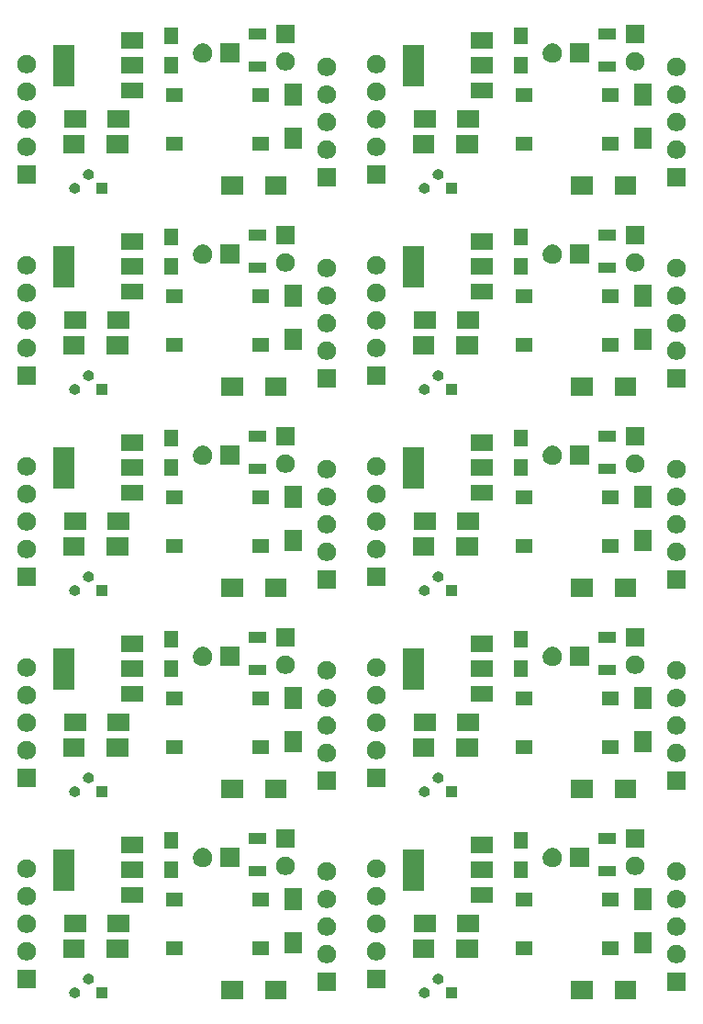
<source format=gbr>
G04 #@! TF.GenerationSoftware,KiCad,Pcbnew,5.1.6-c6e7f7d~86~ubuntu19.10.1*
G04 #@! TF.CreationDate,2021-03-24T15:38:50+01:00*
G04 #@! TF.ProjectId,Switch3V,53776974-6368-4335-962e-6b696361645f,rev?*
G04 #@! TF.SameCoordinates,Original*
G04 #@! TF.FileFunction,Soldermask,Top*
G04 #@! TF.FilePolarity,Negative*
%FSLAX46Y46*%
G04 Gerber Fmt 4.6, Leading zero omitted, Abs format (unit mm)*
G04 Created by KiCad (PCBNEW 5.1.6-c6e7f7d~86~ubuntu19.10.1) date 2021-03-24 15:38:50*
%MOMM*%
%LPD*%
G01*
G04 APERTURE LIST*
%ADD10C,0.100000*%
G04 APERTURE END LIST*
D10*
G36*
X258683000Y-134962000D02*
G01*
X256683000Y-134962000D01*
X256683000Y-133262000D01*
X258683000Y-133262000D01*
X258683000Y-134962000D01*
G37*
G36*
X254683000Y-134962000D02*
G01*
X252683000Y-134962000D01*
X252683000Y-133262000D01*
X254683000Y-133262000D01*
X254683000Y-134962000D01*
G37*
G36*
X222425000Y-134962000D02*
G01*
X220425000Y-134962000D01*
X220425000Y-133262000D01*
X222425000Y-133262000D01*
X222425000Y-134962000D01*
G37*
G36*
X226425000Y-134962000D02*
G01*
X224425000Y-134962000D01*
X224425000Y-133262000D01*
X226425000Y-133262000D01*
X226425000Y-134962000D01*
G37*
G36*
X207028843Y-133885214D02*
G01*
X207028846Y-133885215D01*
X207028845Y-133885215D01*
X207119839Y-133922906D01*
X207154401Y-133946000D01*
X207201730Y-133977624D01*
X207271376Y-134047270D01*
X207326095Y-134129163D01*
X207363786Y-134220157D01*
X207383000Y-134316753D01*
X207383000Y-134415247D01*
X207363786Y-134511843D01*
X207363785Y-134511845D01*
X207326094Y-134602839D01*
X207271375Y-134684731D01*
X207201731Y-134754375D01*
X207119839Y-134809094D01*
X207119838Y-134809095D01*
X207119837Y-134809095D01*
X207028843Y-134846786D01*
X206932247Y-134866000D01*
X206833753Y-134866000D01*
X206737157Y-134846786D01*
X206646163Y-134809095D01*
X206646162Y-134809095D01*
X206646161Y-134809094D01*
X206564269Y-134754375D01*
X206494625Y-134684731D01*
X206439906Y-134602839D01*
X206402215Y-134511845D01*
X206402214Y-134511843D01*
X206383000Y-134415247D01*
X206383000Y-134316753D01*
X206402214Y-134220157D01*
X206439905Y-134129163D01*
X206494624Y-134047270D01*
X206564270Y-133977624D01*
X206611599Y-133946000D01*
X206646161Y-133922906D01*
X206737155Y-133885215D01*
X206737154Y-133885215D01*
X206737157Y-133885214D01*
X206833753Y-133866000D01*
X206932247Y-133866000D01*
X207028843Y-133885214D01*
G37*
G36*
X239286843Y-133885214D02*
G01*
X239286846Y-133885215D01*
X239286845Y-133885215D01*
X239377839Y-133922906D01*
X239412401Y-133946000D01*
X239459730Y-133977624D01*
X239529376Y-134047270D01*
X239584095Y-134129163D01*
X239621786Y-134220157D01*
X239641000Y-134316753D01*
X239641000Y-134415247D01*
X239621786Y-134511843D01*
X239621785Y-134511845D01*
X239584094Y-134602839D01*
X239529375Y-134684731D01*
X239459731Y-134754375D01*
X239377839Y-134809094D01*
X239377838Y-134809095D01*
X239377837Y-134809095D01*
X239286843Y-134846786D01*
X239190247Y-134866000D01*
X239091753Y-134866000D01*
X238995157Y-134846786D01*
X238904163Y-134809095D01*
X238904162Y-134809095D01*
X238904161Y-134809094D01*
X238822269Y-134754375D01*
X238752625Y-134684731D01*
X238697906Y-134602839D01*
X238660215Y-134511845D01*
X238660214Y-134511843D01*
X238641000Y-134415247D01*
X238641000Y-134316753D01*
X238660214Y-134220157D01*
X238697905Y-134129163D01*
X238752624Y-134047270D01*
X238822270Y-133977624D01*
X238869599Y-133946000D01*
X238904161Y-133922906D01*
X238995155Y-133885215D01*
X238995154Y-133885215D01*
X238995157Y-133885214D01*
X239091753Y-133866000D01*
X239190247Y-133866000D01*
X239286843Y-133885214D01*
G37*
G36*
X209923000Y-134866000D02*
G01*
X208923000Y-134866000D01*
X208923000Y-133866000D01*
X209923000Y-133866000D01*
X209923000Y-134866000D01*
G37*
G36*
X242181000Y-134866000D02*
G01*
X241181000Y-134866000D01*
X241181000Y-133866000D01*
X242181000Y-133866000D01*
X242181000Y-134866000D01*
G37*
G36*
X230974000Y-134200000D02*
G01*
X229274000Y-134200000D01*
X229274000Y-132500000D01*
X230974000Y-132500000D01*
X230974000Y-134200000D01*
G37*
G36*
X263232000Y-134200000D02*
G01*
X261532000Y-134200000D01*
X261532000Y-132500000D01*
X263232000Y-132500000D01*
X263232000Y-134200000D01*
G37*
G36*
X235546000Y-133946000D02*
G01*
X233846000Y-133946000D01*
X233846000Y-132246000D01*
X235546000Y-132246000D01*
X235546000Y-133946000D01*
G37*
G36*
X203288000Y-133946000D02*
G01*
X201588000Y-133946000D01*
X201588000Y-132246000D01*
X203288000Y-132246000D01*
X203288000Y-133946000D01*
G37*
G36*
X208298843Y-132615214D02*
G01*
X208298846Y-132615215D01*
X208298845Y-132615215D01*
X208389839Y-132652906D01*
X208431063Y-132680451D01*
X208471730Y-132707624D01*
X208541376Y-132777270D01*
X208596095Y-132859163D01*
X208633786Y-132950157D01*
X208653000Y-133046753D01*
X208653000Y-133145247D01*
X208633786Y-133241843D01*
X208633785Y-133241845D01*
X208596094Y-133332839D01*
X208541375Y-133414731D01*
X208471731Y-133484375D01*
X208389839Y-133539094D01*
X208389838Y-133539095D01*
X208389837Y-133539095D01*
X208298843Y-133576786D01*
X208202247Y-133596000D01*
X208103753Y-133596000D01*
X208007157Y-133576786D01*
X207916163Y-133539095D01*
X207916162Y-133539095D01*
X207916161Y-133539094D01*
X207834269Y-133484375D01*
X207764625Y-133414731D01*
X207709906Y-133332839D01*
X207672215Y-133241845D01*
X207672214Y-133241843D01*
X207653000Y-133145247D01*
X207653000Y-133046753D01*
X207672214Y-132950157D01*
X207709905Y-132859163D01*
X207764624Y-132777270D01*
X207834270Y-132707624D01*
X207874937Y-132680451D01*
X207916161Y-132652906D01*
X208007155Y-132615215D01*
X208007154Y-132615215D01*
X208007157Y-132615214D01*
X208103753Y-132596000D01*
X208202247Y-132596000D01*
X208298843Y-132615214D01*
G37*
G36*
X240556843Y-132615214D02*
G01*
X240556846Y-132615215D01*
X240556845Y-132615215D01*
X240647839Y-132652906D01*
X240689063Y-132680451D01*
X240729730Y-132707624D01*
X240799376Y-132777270D01*
X240854095Y-132859163D01*
X240891786Y-132950157D01*
X240911000Y-133046753D01*
X240911000Y-133145247D01*
X240891786Y-133241843D01*
X240891785Y-133241845D01*
X240854094Y-133332839D01*
X240799375Y-133414731D01*
X240729731Y-133484375D01*
X240647839Y-133539094D01*
X240647838Y-133539095D01*
X240647837Y-133539095D01*
X240556843Y-133576786D01*
X240460247Y-133596000D01*
X240361753Y-133596000D01*
X240265157Y-133576786D01*
X240174163Y-133539095D01*
X240174162Y-133539095D01*
X240174161Y-133539094D01*
X240092269Y-133484375D01*
X240022625Y-133414731D01*
X239967906Y-133332839D01*
X239930215Y-133241845D01*
X239930214Y-133241843D01*
X239911000Y-133145247D01*
X239911000Y-133046753D01*
X239930214Y-132950157D01*
X239967905Y-132859163D01*
X240022624Y-132777270D01*
X240092270Y-132707624D01*
X240132937Y-132680451D01*
X240174161Y-132652906D01*
X240265155Y-132615215D01*
X240265154Y-132615215D01*
X240265157Y-132615214D01*
X240361753Y-132596000D01*
X240460247Y-132596000D01*
X240556843Y-132615214D01*
G37*
G36*
X262629935Y-129992664D02*
G01*
X262784624Y-130056739D01*
X262784626Y-130056740D01*
X262923844Y-130149762D01*
X263042238Y-130268156D01*
X263068904Y-130308065D01*
X263135261Y-130407376D01*
X263199336Y-130562065D01*
X263232000Y-130726281D01*
X263232000Y-130893719D01*
X263199336Y-131057935D01*
X263135261Y-131212624D01*
X263135260Y-131212626D01*
X263042238Y-131351844D01*
X262923844Y-131470238D01*
X262784626Y-131563260D01*
X262784625Y-131563261D01*
X262784624Y-131563261D01*
X262629935Y-131627336D01*
X262465719Y-131660000D01*
X262298281Y-131660000D01*
X262134065Y-131627336D01*
X261979376Y-131563261D01*
X261979375Y-131563261D01*
X261979374Y-131563260D01*
X261840156Y-131470238D01*
X261721762Y-131351844D01*
X261628740Y-131212626D01*
X261628739Y-131212624D01*
X261564664Y-131057935D01*
X261532000Y-130893719D01*
X261532000Y-130726281D01*
X261564664Y-130562065D01*
X261628739Y-130407376D01*
X261695096Y-130308065D01*
X261721762Y-130268156D01*
X261840156Y-130149762D01*
X261979374Y-130056740D01*
X261979376Y-130056739D01*
X262134065Y-129992664D01*
X262298281Y-129960000D01*
X262465719Y-129960000D01*
X262629935Y-129992664D01*
G37*
G36*
X230371935Y-129992664D02*
G01*
X230526624Y-130056739D01*
X230526626Y-130056740D01*
X230665844Y-130149762D01*
X230784238Y-130268156D01*
X230810904Y-130308065D01*
X230877261Y-130407376D01*
X230941336Y-130562065D01*
X230974000Y-130726281D01*
X230974000Y-130893719D01*
X230941336Y-131057935D01*
X230877261Y-131212624D01*
X230877260Y-131212626D01*
X230784238Y-131351844D01*
X230665844Y-131470238D01*
X230526626Y-131563260D01*
X230526625Y-131563261D01*
X230526624Y-131563261D01*
X230371935Y-131627336D01*
X230207719Y-131660000D01*
X230040281Y-131660000D01*
X229876065Y-131627336D01*
X229721376Y-131563261D01*
X229721375Y-131563261D01*
X229721374Y-131563260D01*
X229582156Y-131470238D01*
X229463762Y-131351844D01*
X229370740Y-131212626D01*
X229370739Y-131212624D01*
X229306664Y-131057935D01*
X229274000Y-130893719D01*
X229274000Y-130726281D01*
X229306664Y-130562065D01*
X229370739Y-130407376D01*
X229437096Y-130308065D01*
X229463762Y-130268156D01*
X229582156Y-130149762D01*
X229721374Y-130056740D01*
X229721376Y-130056739D01*
X229876065Y-129992664D01*
X230040281Y-129960000D01*
X230207719Y-129960000D01*
X230371935Y-129992664D01*
G37*
G36*
X234943935Y-129738664D02*
G01*
X235098624Y-129802739D01*
X235098626Y-129802740D01*
X235237844Y-129895762D01*
X235356238Y-130014156D01*
X235449260Y-130153374D01*
X235449261Y-130153376D01*
X235513336Y-130308065D01*
X235546000Y-130472281D01*
X235546000Y-130639719D01*
X235513336Y-130803935D01*
X235449261Y-130958624D01*
X235449260Y-130958626D01*
X235356238Y-131097844D01*
X235237844Y-131216238D01*
X235098626Y-131309260D01*
X235098625Y-131309261D01*
X235098624Y-131309261D01*
X234943935Y-131373336D01*
X234779719Y-131406000D01*
X234612281Y-131406000D01*
X234448065Y-131373336D01*
X234293376Y-131309261D01*
X234293375Y-131309261D01*
X234293374Y-131309260D01*
X234154156Y-131216238D01*
X234035762Y-131097844D01*
X233942740Y-130958626D01*
X233942739Y-130958624D01*
X233878664Y-130803935D01*
X233846000Y-130639719D01*
X233846000Y-130472281D01*
X233878664Y-130308065D01*
X233942739Y-130153376D01*
X233942740Y-130153374D01*
X234035762Y-130014156D01*
X234154156Y-129895762D01*
X234293374Y-129802740D01*
X234293376Y-129802739D01*
X234448065Y-129738664D01*
X234612281Y-129706000D01*
X234779719Y-129706000D01*
X234943935Y-129738664D01*
G37*
G36*
X202685935Y-129738664D02*
G01*
X202840624Y-129802739D01*
X202840626Y-129802740D01*
X202979844Y-129895762D01*
X203098238Y-130014156D01*
X203191260Y-130153374D01*
X203191261Y-130153376D01*
X203255336Y-130308065D01*
X203288000Y-130472281D01*
X203288000Y-130639719D01*
X203255336Y-130803935D01*
X203191261Y-130958624D01*
X203191260Y-130958626D01*
X203098238Y-131097844D01*
X202979844Y-131216238D01*
X202840626Y-131309260D01*
X202840625Y-131309261D01*
X202840624Y-131309261D01*
X202685935Y-131373336D01*
X202521719Y-131406000D01*
X202354281Y-131406000D01*
X202190065Y-131373336D01*
X202035376Y-131309261D01*
X202035375Y-131309261D01*
X202035374Y-131309260D01*
X201896156Y-131216238D01*
X201777762Y-131097844D01*
X201684740Y-130958626D01*
X201684739Y-130958624D01*
X201620664Y-130803935D01*
X201588000Y-130639719D01*
X201588000Y-130472281D01*
X201620664Y-130308065D01*
X201684739Y-130153376D01*
X201684740Y-130153374D01*
X201777762Y-130014156D01*
X201896156Y-129895762D01*
X202035374Y-129802740D01*
X202035376Y-129802739D01*
X202190065Y-129738664D01*
X202354281Y-129706000D01*
X202521719Y-129706000D01*
X202685935Y-129738664D01*
G37*
G36*
X244078000Y-131152000D02*
G01*
X242078000Y-131152000D01*
X242078000Y-129452000D01*
X244078000Y-129452000D01*
X244078000Y-131152000D01*
G37*
G36*
X240078000Y-131152000D02*
G01*
X238078000Y-131152000D01*
X238078000Y-129452000D01*
X240078000Y-129452000D01*
X240078000Y-131152000D01*
G37*
G36*
X207820000Y-131152000D02*
G01*
X205820000Y-131152000D01*
X205820000Y-129452000D01*
X207820000Y-129452000D01*
X207820000Y-131152000D01*
G37*
G36*
X211820000Y-131152000D02*
G01*
X209820000Y-131152000D01*
X209820000Y-129452000D01*
X211820000Y-129452000D01*
X211820000Y-131152000D01*
G37*
G36*
X257061000Y-130916000D02*
G01*
X255511000Y-130916000D01*
X255511000Y-129616000D01*
X257061000Y-129616000D01*
X257061000Y-130916000D01*
G37*
G36*
X216853000Y-130916000D02*
G01*
X215303000Y-130916000D01*
X215303000Y-129616000D01*
X216853000Y-129616000D01*
X216853000Y-130916000D01*
G37*
G36*
X224803000Y-130916000D02*
G01*
X223253000Y-130916000D01*
X223253000Y-129616000D01*
X224803000Y-129616000D01*
X224803000Y-130916000D01*
G37*
G36*
X249111000Y-130916000D02*
G01*
X247561000Y-130916000D01*
X247561000Y-129616000D01*
X249111000Y-129616000D01*
X249111000Y-130916000D01*
G37*
G36*
X260134000Y-130762000D02*
G01*
X258534000Y-130762000D01*
X258534000Y-128762000D01*
X260134000Y-128762000D01*
X260134000Y-130762000D01*
G37*
G36*
X227876000Y-130762000D02*
G01*
X226276000Y-130762000D01*
X226276000Y-128762000D01*
X227876000Y-128762000D01*
X227876000Y-130762000D01*
G37*
G36*
X262629935Y-127452664D02*
G01*
X262784624Y-127516739D01*
X262784626Y-127516740D01*
X262923844Y-127609762D01*
X263042238Y-127728156D01*
X263068904Y-127768065D01*
X263135261Y-127867376D01*
X263199336Y-128022065D01*
X263232000Y-128186281D01*
X263232000Y-128353719D01*
X263199336Y-128517935D01*
X263135261Y-128672624D01*
X263135260Y-128672626D01*
X263042238Y-128811844D01*
X262923844Y-128930238D01*
X262784626Y-129023260D01*
X262784625Y-129023261D01*
X262784624Y-129023261D01*
X262629935Y-129087336D01*
X262465719Y-129120000D01*
X262298281Y-129120000D01*
X262134065Y-129087336D01*
X261979376Y-129023261D01*
X261979375Y-129023261D01*
X261979374Y-129023260D01*
X261840156Y-128930238D01*
X261721762Y-128811844D01*
X261628740Y-128672626D01*
X261628739Y-128672624D01*
X261564664Y-128517935D01*
X261532000Y-128353719D01*
X261532000Y-128186281D01*
X261564664Y-128022065D01*
X261628739Y-127867376D01*
X261695096Y-127768065D01*
X261721762Y-127728156D01*
X261840156Y-127609762D01*
X261979374Y-127516740D01*
X261979376Y-127516739D01*
X262134065Y-127452664D01*
X262298281Y-127420000D01*
X262465719Y-127420000D01*
X262629935Y-127452664D01*
G37*
G36*
X230371935Y-127452664D02*
G01*
X230526624Y-127516739D01*
X230526626Y-127516740D01*
X230665844Y-127609762D01*
X230784238Y-127728156D01*
X230810904Y-127768065D01*
X230877261Y-127867376D01*
X230941336Y-128022065D01*
X230974000Y-128186281D01*
X230974000Y-128353719D01*
X230941336Y-128517935D01*
X230877261Y-128672624D01*
X230877260Y-128672626D01*
X230784238Y-128811844D01*
X230665844Y-128930238D01*
X230526626Y-129023260D01*
X230526625Y-129023261D01*
X230526624Y-129023261D01*
X230371935Y-129087336D01*
X230207719Y-129120000D01*
X230040281Y-129120000D01*
X229876065Y-129087336D01*
X229721376Y-129023261D01*
X229721375Y-129023261D01*
X229721374Y-129023260D01*
X229582156Y-128930238D01*
X229463762Y-128811844D01*
X229370740Y-128672626D01*
X229370739Y-128672624D01*
X229306664Y-128517935D01*
X229274000Y-128353719D01*
X229274000Y-128186281D01*
X229306664Y-128022065D01*
X229370739Y-127867376D01*
X229437096Y-127768065D01*
X229463762Y-127728156D01*
X229582156Y-127609762D01*
X229721374Y-127516740D01*
X229721376Y-127516739D01*
X229876065Y-127452664D01*
X230040281Y-127420000D01*
X230207719Y-127420000D01*
X230371935Y-127452664D01*
G37*
G36*
X234943935Y-127198664D02*
G01*
X235098624Y-127262739D01*
X235098626Y-127262740D01*
X235237844Y-127355762D01*
X235356238Y-127474156D01*
X235449260Y-127613374D01*
X235449261Y-127613376D01*
X235513336Y-127768065D01*
X235546000Y-127932281D01*
X235546000Y-128099719D01*
X235513336Y-128263935D01*
X235449261Y-128418624D01*
X235449260Y-128418626D01*
X235356238Y-128557844D01*
X235237844Y-128676238D01*
X235098626Y-128769260D01*
X235098625Y-128769261D01*
X235098624Y-128769261D01*
X234943935Y-128833336D01*
X234779719Y-128866000D01*
X234612281Y-128866000D01*
X234448065Y-128833336D01*
X234293376Y-128769261D01*
X234293375Y-128769261D01*
X234293374Y-128769260D01*
X234154156Y-128676238D01*
X234035762Y-128557844D01*
X233942740Y-128418626D01*
X233942739Y-128418624D01*
X233878664Y-128263935D01*
X233846000Y-128099719D01*
X233846000Y-127932281D01*
X233878664Y-127768065D01*
X233942739Y-127613376D01*
X233942740Y-127613374D01*
X234035762Y-127474156D01*
X234154156Y-127355762D01*
X234293374Y-127262740D01*
X234293376Y-127262739D01*
X234448065Y-127198664D01*
X234612281Y-127166000D01*
X234779719Y-127166000D01*
X234943935Y-127198664D01*
G37*
G36*
X202685935Y-127198664D02*
G01*
X202840624Y-127262739D01*
X202840626Y-127262740D01*
X202979844Y-127355762D01*
X203098238Y-127474156D01*
X203191260Y-127613374D01*
X203191261Y-127613376D01*
X203255336Y-127768065D01*
X203288000Y-127932281D01*
X203288000Y-128099719D01*
X203255336Y-128263935D01*
X203191261Y-128418624D01*
X203191260Y-128418626D01*
X203098238Y-128557844D01*
X202979844Y-128676238D01*
X202840626Y-128769260D01*
X202840625Y-128769261D01*
X202840624Y-128769261D01*
X202685935Y-128833336D01*
X202521719Y-128866000D01*
X202354281Y-128866000D01*
X202190065Y-128833336D01*
X202035376Y-128769261D01*
X202035375Y-128769261D01*
X202035374Y-128769260D01*
X201896156Y-128676238D01*
X201777762Y-128557844D01*
X201684740Y-128418626D01*
X201684739Y-128418624D01*
X201620664Y-128263935D01*
X201588000Y-128099719D01*
X201588000Y-127932281D01*
X201620664Y-127768065D01*
X201684739Y-127613376D01*
X201684740Y-127613374D01*
X201777762Y-127474156D01*
X201896156Y-127355762D01*
X202035374Y-127262740D01*
X202035376Y-127262739D01*
X202190065Y-127198664D01*
X202354281Y-127166000D01*
X202521719Y-127166000D01*
X202685935Y-127198664D01*
G37*
G36*
X211915000Y-128816000D02*
G01*
X209915000Y-128816000D01*
X209915000Y-127216000D01*
X211915000Y-127216000D01*
X211915000Y-128816000D01*
G37*
G36*
X240173000Y-128816000D02*
G01*
X238173000Y-128816000D01*
X238173000Y-127216000D01*
X240173000Y-127216000D01*
X240173000Y-128816000D01*
G37*
G36*
X207915000Y-128816000D02*
G01*
X205915000Y-128816000D01*
X205915000Y-127216000D01*
X207915000Y-127216000D01*
X207915000Y-128816000D01*
G37*
G36*
X244173000Y-128816000D02*
G01*
X242173000Y-128816000D01*
X242173000Y-127216000D01*
X244173000Y-127216000D01*
X244173000Y-128816000D01*
G37*
G36*
X260134000Y-126762000D02*
G01*
X258534000Y-126762000D01*
X258534000Y-124762000D01*
X260134000Y-124762000D01*
X260134000Y-126762000D01*
G37*
G36*
X227876000Y-126762000D02*
G01*
X226276000Y-126762000D01*
X226276000Y-124762000D01*
X227876000Y-124762000D01*
X227876000Y-126762000D01*
G37*
G36*
X262629935Y-124912664D02*
G01*
X262751455Y-124963000D01*
X262784626Y-124976740D01*
X262923844Y-125069762D01*
X263042238Y-125188156D01*
X263068904Y-125228065D01*
X263135261Y-125327376D01*
X263199336Y-125482065D01*
X263232000Y-125646281D01*
X263232000Y-125813719D01*
X263199336Y-125977935D01*
X263135261Y-126132624D01*
X263135260Y-126132626D01*
X263042238Y-126271844D01*
X262923844Y-126390238D01*
X262784626Y-126483260D01*
X262784625Y-126483261D01*
X262784624Y-126483261D01*
X262629935Y-126547336D01*
X262465719Y-126580000D01*
X262298281Y-126580000D01*
X262134065Y-126547336D01*
X261979376Y-126483261D01*
X261979375Y-126483261D01*
X261979374Y-126483260D01*
X261840156Y-126390238D01*
X261721762Y-126271844D01*
X261628740Y-126132626D01*
X261628739Y-126132624D01*
X261564664Y-125977935D01*
X261532000Y-125813719D01*
X261532000Y-125646281D01*
X261564664Y-125482065D01*
X261628739Y-125327376D01*
X261695096Y-125228065D01*
X261721762Y-125188156D01*
X261840156Y-125069762D01*
X261979374Y-124976740D01*
X262012545Y-124963000D01*
X262134065Y-124912664D01*
X262298281Y-124880000D01*
X262465719Y-124880000D01*
X262629935Y-124912664D01*
G37*
G36*
X230371935Y-124912664D02*
G01*
X230493455Y-124963000D01*
X230526626Y-124976740D01*
X230665844Y-125069762D01*
X230784238Y-125188156D01*
X230810904Y-125228065D01*
X230877261Y-125327376D01*
X230941336Y-125482065D01*
X230974000Y-125646281D01*
X230974000Y-125813719D01*
X230941336Y-125977935D01*
X230877261Y-126132624D01*
X230877260Y-126132626D01*
X230784238Y-126271844D01*
X230665844Y-126390238D01*
X230526626Y-126483260D01*
X230526625Y-126483261D01*
X230526624Y-126483261D01*
X230371935Y-126547336D01*
X230207719Y-126580000D01*
X230040281Y-126580000D01*
X229876065Y-126547336D01*
X229721376Y-126483261D01*
X229721375Y-126483261D01*
X229721374Y-126483260D01*
X229582156Y-126390238D01*
X229463762Y-126271844D01*
X229370740Y-126132626D01*
X229370739Y-126132624D01*
X229306664Y-125977935D01*
X229274000Y-125813719D01*
X229274000Y-125646281D01*
X229306664Y-125482065D01*
X229370739Y-125327376D01*
X229437096Y-125228065D01*
X229463762Y-125188156D01*
X229582156Y-125069762D01*
X229721374Y-124976740D01*
X229754545Y-124963000D01*
X229876065Y-124912664D01*
X230040281Y-124880000D01*
X230207719Y-124880000D01*
X230371935Y-124912664D01*
G37*
G36*
X249111000Y-126416000D02*
G01*
X247561000Y-126416000D01*
X247561000Y-125116000D01*
X249111000Y-125116000D01*
X249111000Y-126416000D01*
G37*
G36*
X224803000Y-126416000D02*
G01*
X223253000Y-126416000D01*
X223253000Y-125116000D01*
X224803000Y-125116000D01*
X224803000Y-126416000D01*
G37*
G36*
X216853000Y-126416000D02*
G01*
X215303000Y-126416000D01*
X215303000Y-125116000D01*
X216853000Y-125116000D01*
X216853000Y-126416000D01*
G37*
G36*
X257061000Y-126416000D02*
G01*
X255511000Y-126416000D01*
X255511000Y-125116000D01*
X257061000Y-125116000D01*
X257061000Y-126416000D01*
G37*
G36*
X234943935Y-124658664D02*
G01*
X235098624Y-124722739D01*
X235098626Y-124722740D01*
X235237844Y-124815762D01*
X235356238Y-124934156D01*
X235449260Y-125073374D01*
X235449261Y-125073376D01*
X235513336Y-125228065D01*
X235546000Y-125392281D01*
X235546000Y-125559719D01*
X235513336Y-125723935D01*
X235449261Y-125878624D01*
X235449260Y-125878626D01*
X235356238Y-126017844D01*
X235237844Y-126136238D01*
X235098626Y-126229260D01*
X235098625Y-126229261D01*
X235098624Y-126229261D01*
X234943935Y-126293336D01*
X234779719Y-126326000D01*
X234612281Y-126326000D01*
X234448065Y-126293336D01*
X234293376Y-126229261D01*
X234293375Y-126229261D01*
X234293374Y-126229260D01*
X234154156Y-126136238D01*
X234035762Y-126017844D01*
X233942740Y-125878626D01*
X233942739Y-125878624D01*
X233878664Y-125723935D01*
X233846000Y-125559719D01*
X233846000Y-125392281D01*
X233878664Y-125228065D01*
X233942739Y-125073376D01*
X233942740Y-125073374D01*
X234035762Y-124934156D01*
X234154156Y-124815762D01*
X234293374Y-124722740D01*
X234293376Y-124722739D01*
X234448065Y-124658664D01*
X234612281Y-124626000D01*
X234779719Y-124626000D01*
X234943935Y-124658664D01*
G37*
G36*
X202685935Y-124658664D02*
G01*
X202840624Y-124722739D01*
X202840626Y-124722740D01*
X202979844Y-124815762D01*
X203098238Y-124934156D01*
X203191260Y-125073374D01*
X203191261Y-125073376D01*
X203255336Y-125228065D01*
X203288000Y-125392281D01*
X203288000Y-125559719D01*
X203255336Y-125723935D01*
X203191261Y-125878624D01*
X203191260Y-125878626D01*
X203098238Y-126017844D01*
X202979844Y-126136238D01*
X202840626Y-126229260D01*
X202840625Y-126229261D01*
X202840624Y-126229261D01*
X202685935Y-126293336D01*
X202521719Y-126326000D01*
X202354281Y-126326000D01*
X202190065Y-126293336D01*
X202035376Y-126229261D01*
X202035375Y-126229261D01*
X202035374Y-126229260D01*
X201896156Y-126136238D01*
X201777762Y-126017844D01*
X201684740Y-125878626D01*
X201684739Y-125878624D01*
X201620664Y-125723935D01*
X201588000Y-125559719D01*
X201588000Y-125392281D01*
X201620664Y-125228065D01*
X201684739Y-125073376D01*
X201684740Y-125073374D01*
X201777762Y-124934156D01*
X201896156Y-124815762D01*
X202035374Y-124722740D01*
X202035376Y-124722739D01*
X202190065Y-124658664D01*
X202354281Y-124626000D01*
X202521719Y-124626000D01*
X202685935Y-124658664D01*
G37*
G36*
X245450000Y-126113000D02*
G01*
X243450000Y-126113000D01*
X243450000Y-124613000D01*
X245450000Y-124613000D01*
X245450000Y-126113000D01*
G37*
G36*
X213192000Y-126113000D02*
G01*
X211192000Y-126113000D01*
X211192000Y-124613000D01*
X213192000Y-124613000D01*
X213192000Y-126113000D01*
G37*
G36*
X239150000Y-124963000D02*
G01*
X237150000Y-124963000D01*
X237150000Y-121163000D01*
X239150000Y-121163000D01*
X239150000Y-124963000D01*
G37*
G36*
X206892000Y-124963000D02*
G01*
X204892000Y-124963000D01*
X204892000Y-121163000D01*
X206892000Y-121163000D01*
X206892000Y-124963000D01*
G37*
G36*
X230371935Y-122372664D02*
G01*
X230520166Y-122434064D01*
X230526626Y-122436740D01*
X230665844Y-122529762D01*
X230784238Y-122648156D01*
X230875950Y-122785414D01*
X230877261Y-122787376D01*
X230941336Y-122942065D01*
X230974000Y-123106281D01*
X230974000Y-123273719D01*
X230941336Y-123437935D01*
X230877261Y-123592624D01*
X230877260Y-123592626D01*
X230784238Y-123731844D01*
X230665844Y-123850238D01*
X230526626Y-123943260D01*
X230526625Y-123943261D01*
X230526624Y-123943261D01*
X230371935Y-124007336D01*
X230207719Y-124040000D01*
X230040281Y-124040000D01*
X229876065Y-124007336D01*
X229721376Y-123943261D01*
X229721375Y-123943261D01*
X229721374Y-123943260D01*
X229582156Y-123850238D01*
X229463762Y-123731844D01*
X229370740Y-123592626D01*
X229370739Y-123592624D01*
X229306664Y-123437935D01*
X229274000Y-123273719D01*
X229274000Y-123106281D01*
X229306664Y-122942065D01*
X229370739Y-122787376D01*
X229372050Y-122785414D01*
X229463762Y-122648156D01*
X229582156Y-122529762D01*
X229721374Y-122436740D01*
X229727834Y-122434064D01*
X229876065Y-122372664D01*
X230040281Y-122340000D01*
X230207719Y-122340000D01*
X230371935Y-122372664D01*
G37*
G36*
X262629935Y-122372664D02*
G01*
X262778166Y-122434064D01*
X262784626Y-122436740D01*
X262923844Y-122529762D01*
X263042238Y-122648156D01*
X263133950Y-122785414D01*
X263135261Y-122787376D01*
X263199336Y-122942065D01*
X263232000Y-123106281D01*
X263232000Y-123273719D01*
X263199336Y-123437935D01*
X263135261Y-123592624D01*
X263135260Y-123592626D01*
X263042238Y-123731844D01*
X262923844Y-123850238D01*
X262784626Y-123943260D01*
X262784625Y-123943261D01*
X262784624Y-123943261D01*
X262629935Y-124007336D01*
X262465719Y-124040000D01*
X262298281Y-124040000D01*
X262134065Y-124007336D01*
X261979376Y-123943261D01*
X261979375Y-123943261D01*
X261979374Y-123943260D01*
X261840156Y-123850238D01*
X261721762Y-123731844D01*
X261628740Y-123592626D01*
X261628739Y-123592624D01*
X261564664Y-123437935D01*
X261532000Y-123273719D01*
X261532000Y-123106281D01*
X261564664Y-122942065D01*
X261628739Y-122787376D01*
X261630050Y-122785414D01*
X261721762Y-122648156D01*
X261840156Y-122529762D01*
X261979374Y-122436740D01*
X261985834Y-122434064D01*
X262134065Y-122372664D01*
X262298281Y-122340000D01*
X262465719Y-122340000D01*
X262629935Y-122372664D01*
G37*
G36*
X213192000Y-123813000D02*
G01*
X211192000Y-123813000D01*
X211192000Y-122313000D01*
X213192000Y-122313000D01*
X213192000Y-123813000D01*
G37*
G36*
X245450000Y-123813000D02*
G01*
X243450000Y-123813000D01*
X243450000Y-122313000D01*
X245450000Y-122313000D01*
X245450000Y-123813000D01*
G37*
G36*
X248681000Y-123798000D02*
G01*
X247381000Y-123798000D01*
X247381000Y-122298000D01*
X248681000Y-122298000D01*
X248681000Y-123798000D01*
G37*
G36*
X216423000Y-123798000D02*
G01*
X215123000Y-123798000D01*
X215123000Y-122298000D01*
X216423000Y-122298000D01*
X216423000Y-123798000D01*
G37*
G36*
X202685935Y-122118664D02*
G01*
X202840095Y-122182520D01*
X202840626Y-122182740D01*
X202979844Y-122275762D01*
X203098238Y-122394156D01*
X203191260Y-122533374D01*
X203191261Y-122533376D01*
X203255336Y-122688065D01*
X203288000Y-122852281D01*
X203288000Y-123019719D01*
X203255336Y-123183935D01*
X203191261Y-123338624D01*
X203191260Y-123338626D01*
X203098238Y-123477844D01*
X202979844Y-123596238D01*
X202840626Y-123689260D01*
X202840625Y-123689261D01*
X202840624Y-123689261D01*
X202685935Y-123753336D01*
X202521719Y-123786000D01*
X202354281Y-123786000D01*
X202190065Y-123753336D01*
X202035376Y-123689261D01*
X202035375Y-123689261D01*
X202035374Y-123689260D01*
X201896156Y-123596238D01*
X201777762Y-123477844D01*
X201684740Y-123338626D01*
X201684739Y-123338624D01*
X201620664Y-123183935D01*
X201588000Y-123019719D01*
X201588000Y-122852281D01*
X201620664Y-122688065D01*
X201684739Y-122533376D01*
X201684740Y-122533374D01*
X201777762Y-122394156D01*
X201896156Y-122275762D01*
X202035374Y-122182740D01*
X202035905Y-122182520D01*
X202190065Y-122118664D01*
X202354281Y-122086000D01*
X202521719Y-122086000D01*
X202685935Y-122118664D01*
G37*
G36*
X234943935Y-122118664D02*
G01*
X235098095Y-122182520D01*
X235098626Y-122182740D01*
X235237844Y-122275762D01*
X235356238Y-122394156D01*
X235449260Y-122533374D01*
X235449261Y-122533376D01*
X235513336Y-122688065D01*
X235546000Y-122852281D01*
X235546000Y-123019719D01*
X235513336Y-123183935D01*
X235449261Y-123338624D01*
X235449260Y-123338626D01*
X235356238Y-123477844D01*
X235237844Y-123596238D01*
X235098626Y-123689260D01*
X235098625Y-123689261D01*
X235098624Y-123689261D01*
X234943935Y-123753336D01*
X234779719Y-123786000D01*
X234612281Y-123786000D01*
X234448065Y-123753336D01*
X234293376Y-123689261D01*
X234293375Y-123689261D01*
X234293374Y-123689260D01*
X234154156Y-123596238D01*
X234035762Y-123477844D01*
X233942740Y-123338626D01*
X233942739Y-123338624D01*
X233878664Y-123183935D01*
X233846000Y-123019719D01*
X233846000Y-122852281D01*
X233878664Y-122688065D01*
X233942739Y-122533376D01*
X233942740Y-122533374D01*
X234035762Y-122394156D01*
X234154156Y-122275762D01*
X234293374Y-122182740D01*
X234293905Y-122182520D01*
X234448065Y-122118664D01*
X234612281Y-122086000D01*
X234779719Y-122086000D01*
X234943935Y-122118664D01*
G37*
G36*
X224574000Y-123666000D02*
G01*
X222974000Y-123666000D01*
X222974000Y-122666000D01*
X224574000Y-122666000D01*
X224574000Y-123666000D01*
G37*
G36*
X256832000Y-123666000D02*
G01*
X255232000Y-123666000D01*
X255232000Y-122666000D01*
X256832000Y-122666000D01*
X256832000Y-123666000D01*
G37*
G36*
X226561935Y-121864664D02*
G01*
X226716624Y-121928739D01*
X226716626Y-121928740D01*
X226855844Y-122021762D01*
X226974238Y-122140156D01*
X227067260Y-122279374D01*
X227067261Y-122279376D01*
X227131336Y-122434065D01*
X227164000Y-122598281D01*
X227164000Y-122765719D01*
X227131336Y-122929935D01*
X227067261Y-123084624D01*
X227067260Y-123084626D01*
X226974238Y-123223844D01*
X226855844Y-123342238D01*
X226716626Y-123435260D01*
X226716625Y-123435261D01*
X226716624Y-123435261D01*
X226561935Y-123499336D01*
X226397719Y-123532000D01*
X226230281Y-123532000D01*
X226066065Y-123499336D01*
X225911376Y-123435261D01*
X225911375Y-123435261D01*
X225911374Y-123435260D01*
X225772156Y-123342238D01*
X225653762Y-123223844D01*
X225560740Y-123084626D01*
X225560739Y-123084624D01*
X225496664Y-122929935D01*
X225464000Y-122765719D01*
X225464000Y-122598281D01*
X225496664Y-122434065D01*
X225560739Y-122279376D01*
X225560740Y-122279374D01*
X225653762Y-122140156D01*
X225772156Y-122021762D01*
X225911374Y-121928740D01*
X225911376Y-121928739D01*
X226066065Y-121864664D01*
X226230281Y-121832000D01*
X226397719Y-121832000D01*
X226561935Y-121864664D01*
G37*
G36*
X258819935Y-121864664D02*
G01*
X258974624Y-121928739D01*
X258974626Y-121928740D01*
X259113844Y-122021762D01*
X259232238Y-122140156D01*
X259325260Y-122279374D01*
X259325261Y-122279376D01*
X259389336Y-122434065D01*
X259422000Y-122598281D01*
X259422000Y-122765719D01*
X259389336Y-122929935D01*
X259325261Y-123084624D01*
X259325260Y-123084626D01*
X259232238Y-123223844D01*
X259113844Y-123342238D01*
X258974626Y-123435260D01*
X258974625Y-123435261D01*
X258974624Y-123435261D01*
X258819935Y-123499336D01*
X258655719Y-123532000D01*
X258488281Y-123532000D01*
X258324065Y-123499336D01*
X258169376Y-123435261D01*
X258169375Y-123435261D01*
X258169374Y-123435260D01*
X258030156Y-123342238D01*
X257911762Y-123223844D01*
X257818740Y-123084626D01*
X257818739Y-123084624D01*
X257754664Y-122929935D01*
X257722000Y-122765719D01*
X257722000Y-122598281D01*
X257754664Y-122434065D01*
X257818739Y-122279376D01*
X257818740Y-122279374D01*
X257911762Y-122140156D01*
X258030156Y-122021762D01*
X258169374Y-121928740D01*
X258169376Y-121928739D01*
X258324065Y-121864664D01*
X258488281Y-121832000D01*
X258655719Y-121832000D01*
X258819935Y-121864664D01*
G37*
G36*
X222134000Y-122820000D02*
G01*
X220334000Y-122820000D01*
X220334000Y-121020000D01*
X222134000Y-121020000D01*
X222134000Y-122820000D01*
G37*
G36*
X251214520Y-121054586D02*
G01*
X251378310Y-121122430D01*
X251525717Y-121220924D01*
X251651076Y-121346283D01*
X251749570Y-121493690D01*
X251749571Y-121493692D01*
X251817414Y-121657480D01*
X251852000Y-121831356D01*
X251852000Y-122008644D01*
X251817414Y-122182520D01*
X251763368Y-122313000D01*
X251749570Y-122346310D01*
X251651076Y-122493717D01*
X251525717Y-122619076D01*
X251378310Y-122717570D01*
X251378309Y-122717571D01*
X251378308Y-122717571D01*
X251214520Y-122785414D01*
X251040644Y-122820000D01*
X250863356Y-122820000D01*
X250689480Y-122785414D01*
X250525692Y-122717571D01*
X250525691Y-122717571D01*
X250525690Y-122717570D01*
X250378283Y-122619076D01*
X250252924Y-122493717D01*
X250154430Y-122346310D01*
X250140633Y-122313000D01*
X250086586Y-122182520D01*
X250052000Y-122008644D01*
X250052000Y-121831356D01*
X250086586Y-121657480D01*
X250154429Y-121493692D01*
X250154430Y-121493690D01*
X250252924Y-121346283D01*
X250378283Y-121220924D01*
X250525690Y-121122430D01*
X250689480Y-121054586D01*
X250863356Y-121020000D01*
X251040644Y-121020000D01*
X251214520Y-121054586D01*
G37*
G36*
X218956520Y-121054586D02*
G01*
X219120310Y-121122430D01*
X219267717Y-121220924D01*
X219393076Y-121346283D01*
X219491570Y-121493690D01*
X219491571Y-121493692D01*
X219559414Y-121657480D01*
X219594000Y-121831356D01*
X219594000Y-122008644D01*
X219559414Y-122182520D01*
X219505368Y-122313000D01*
X219491570Y-122346310D01*
X219393076Y-122493717D01*
X219267717Y-122619076D01*
X219120310Y-122717570D01*
X219120309Y-122717571D01*
X219120308Y-122717571D01*
X218956520Y-122785414D01*
X218782644Y-122820000D01*
X218605356Y-122820000D01*
X218431480Y-122785414D01*
X218267692Y-122717571D01*
X218267691Y-122717571D01*
X218267690Y-122717570D01*
X218120283Y-122619076D01*
X217994924Y-122493717D01*
X217896430Y-122346310D01*
X217882633Y-122313000D01*
X217828586Y-122182520D01*
X217794000Y-122008644D01*
X217794000Y-121831356D01*
X217828586Y-121657480D01*
X217896429Y-121493692D01*
X217896430Y-121493690D01*
X217994924Y-121346283D01*
X218120283Y-121220924D01*
X218267690Y-121122430D01*
X218431480Y-121054586D01*
X218605356Y-121020000D01*
X218782644Y-121020000D01*
X218956520Y-121054586D01*
G37*
G36*
X254392000Y-122820000D02*
G01*
X252592000Y-122820000D01*
X252592000Y-121020000D01*
X254392000Y-121020000D01*
X254392000Y-122820000D01*
G37*
G36*
X245450000Y-121513000D02*
G01*
X243450000Y-121513000D01*
X243450000Y-120013000D01*
X245450000Y-120013000D01*
X245450000Y-121513000D01*
G37*
G36*
X213192000Y-121513000D02*
G01*
X211192000Y-121513000D01*
X211192000Y-120013000D01*
X213192000Y-120013000D01*
X213192000Y-121513000D01*
G37*
G36*
X216423000Y-121098000D02*
G01*
X215123000Y-121098000D01*
X215123000Y-119598000D01*
X216423000Y-119598000D01*
X216423000Y-121098000D01*
G37*
G36*
X248681000Y-121098000D02*
G01*
X247381000Y-121098000D01*
X247381000Y-119598000D01*
X248681000Y-119598000D01*
X248681000Y-121098000D01*
G37*
G36*
X259422000Y-120992000D02*
G01*
X257722000Y-120992000D01*
X257722000Y-119292000D01*
X259422000Y-119292000D01*
X259422000Y-120992000D01*
G37*
G36*
X227164000Y-120992000D02*
G01*
X225464000Y-120992000D01*
X225464000Y-119292000D01*
X227164000Y-119292000D01*
X227164000Y-120992000D01*
G37*
G36*
X224574000Y-120666000D02*
G01*
X222974000Y-120666000D01*
X222974000Y-119666000D01*
X224574000Y-119666000D01*
X224574000Y-120666000D01*
G37*
G36*
X256832000Y-120666000D02*
G01*
X255232000Y-120666000D01*
X255232000Y-119666000D01*
X256832000Y-119666000D01*
X256832000Y-120666000D01*
G37*
G36*
X254683000Y-116420000D02*
G01*
X252683000Y-116420000D01*
X252683000Y-114720000D01*
X254683000Y-114720000D01*
X254683000Y-116420000D01*
G37*
G36*
X226425000Y-116420000D02*
G01*
X224425000Y-116420000D01*
X224425000Y-114720000D01*
X226425000Y-114720000D01*
X226425000Y-116420000D01*
G37*
G36*
X222425000Y-116420000D02*
G01*
X220425000Y-116420000D01*
X220425000Y-114720000D01*
X222425000Y-114720000D01*
X222425000Y-116420000D01*
G37*
G36*
X258683000Y-116420000D02*
G01*
X256683000Y-116420000D01*
X256683000Y-114720000D01*
X258683000Y-114720000D01*
X258683000Y-116420000D01*
G37*
G36*
X242181000Y-116324000D02*
G01*
X241181000Y-116324000D01*
X241181000Y-115324000D01*
X242181000Y-115324000D01*
X242181000Y-116324000D01*
G37*
G36*
X239286843Y-115343214D02*
G01*
X239286846Y-115343215D01*
X239286845Y-115343215D01*
X239377839Y-115380906D01*
X239412401Y-115404000D01*
X239459730Y-115435624D01*
X239529376Y-115505270D01*
X239584095Y-115587163D01*
X239621786Y-115678157D01*
X239641000Y-115774753D01*
X239641000Y-115873247D01*
X239621786Y-115969843D01*
X239621785Y-115969845D01*
X239584094Y-116060839D01*
X239529375Y-116142731D01*
X239459731Y-116212375D01*
X239377839Y-116267094D01*
X239377838Y-116267095D01*
X239377837Y-116267095D01*
X239286843Y-116304786D01*
X239190247Y-116324000D01*
X239091753Y-116324000D01*
X238995157Y-116304786D01*
X238904163Y-116267095D01*
X238904162Y-116267095D01*
X238904161Y-116267094D01*
X238822269Y-116212375D01*
X238752625Y-116142731D01*
X238697906Y-116060839D01*
X238660215Y-115969845D01*
X238660214Y-115969843D01*
X238641000Y-115873247D01*
X238641000Y-115774753D01*
X238660214Y-115678157D01*
X238697905Y-115587163D01*
X238752624Y-115505270D01*
X238822270Y-115435624D01*
X238869599Y-115404000D01*
X238904161Y-115380906D01*
X238995155Y-115343215D01*
X238995154Y-115343215D01*
X238995157Y-115343214D01*
X239091753Y-115324000D01*
X239190247Y-115324000D01*
X239286843Y-115343214D01*
G37*
G36*
X209923000Y-116324000D02*
G01*
X208923000Y-116324000D01*
X208923000Y-115324000D01*
X209923000Y-115324000D01*
X209923000Y-116324000D01*
G37*
G36*
X207028843Y-115343214D02*
G01*
X207028846Y-115343215D01*
X207028845Y-115343215D01*
X207119839Y-115380906D01*
X207154401Y-115404000D01*
X207201730Y-115435624D01*
X207271376Y-115505270D01*
X207326095Y-115587163D01*
X207363786Y-115678157D01*
X207383000Y-115774753D01*
X207383000Y-115873247D01*
X207363786Y-115969843D01*
X207363785Y-115969845D01*
X207326094Y-116060839D01*
X207271375Y-116142731D01*
X207201731Y-116212375D01*
X207119839Y-116267094D01*
X207119838Y-116267095D01*
X207119837Y-116267095D01*
X207028843Y-116304786D01*
X206932247Y-116324000D01*
X206833753Y-116324000D01*
X206737157Y-116304786D01*
X206646163Y-116267095D01*
X206646162Y-116267095D01*
X206646161Y-116267094D01*
X206564269Y-116212375D01*
X206494625Y-116142731D01*
X206439906Y-116060839D01*
X206402215Y-115969845D01*
X206402214Y-115969843D01*
X206383000Y-115873247D01*
X206383000Y-115774753D01*
X206402214Y-115678157D01*
X206439905Y-115587163D01*
X206494624Y-115505270D01*
X206564270Y-115435624D01*
X206611599Y-115404000D01*
X206646161Y-115380906D01*
X206737155Y-115343215D01*
X206737154Y-115343215D01*
X206737157Y-115343214D01*
X206833753Y-115324000D01*
X206932247Y-115324000D01*
X207028843Y-115343214D01*
G37*
G36*
X230974000Y-115658000D02*
G01*
X229274000Y-115658000D01*
X229274000Y-113958000D01*
X230974000Y-113958000D01*
X230974000Y-115658000D01*
G37*
G36*
X263232000Y-115658000D02*
G01*
X261532000Y-115658000D01*
X261532000Y-113958000D01*
X263232000Y-113958000D01*
X263232000Y-115658000D01*
G37*
G36*
X203288000Y-115404000D02*
G01*
X201588000Y-115404000D01*
X201588000Y-113704000D01*
X203288000Y-113704000D01*
X203288000Y-115404000D01*
G37*
G36*
X235546000Y-115404000D02*
G01*
X233846000Y-115404000D01*
X233846000Y-113704000D01*
X235546000Y-113704000D01*
X235546000Y-115404000D01*
G37*
G36*
X240556843Y-114073214D02*
G01*
X240556846Y-114073215D01*
X240556845Y-114073215D01*
X240647839Y-114110906D01*
X240689063Y-114138451D01*
X240729730Y-114165624D01*
X240799376Y-114235270D01*
X240854095Y-114317163D01*
X240891786Y-114408157D01*
X240911000Y-114504753D01*
X240911000Y-114603247D01*
X240891786Y-114699843D01*
X240891785Y-114699845D01*
X240854094Y-114790839D01*
X240799375Y-114872731D01*
X240729731Y-114942375D01*
X240647839Y-114997094D01*
X240647838Y-114997095D01*
X240647837Y-114997095D01*
X240556843Y-115034786D01*
X240460247Y-115054000D01*
X240361753Y-115054000D01*
X240265157Y-115034786D01*
X240174163Y-114997095D01*
X240174162Y-114997095D01*
X240174161Y-114997094D01*
X240092269Y-114942375D01*
X240022625Y-114872731D01*
X239967906Y-114790839D01*
X239930215Y-114699845D01*
X239930214Y-114699843D01*
X239911000Y-114603247D01*
X239911000Y-114504753D01*
X239930214Y-114408157D01*
X239967905Y-114317163D01*
X240022624Y-114235270D01*
X240092270Y-114165624D01*
X240132937Y-114138451D01*
X240174161Y-114110906D01*
X240265155Y-114073215D01*
X240265154Y-114073215D01*
X240265157Y-114073214D01*
X240361753Y-114054000D01*
X240460247Y-114054000D01*
X240556843Y-114073214D01*
G37*
G36*
X208298843Y-114073214D02*
G01*
X208298846Y-114073215D01*
X208298845Y-114073215D01*
X208389839Y-114110906D01*
X208431063Y-114138451D01*
X208471730Y-114165624D01*
X208541376Y-114235270D01*
X208596095Y-114317163D01*
X208633786Y-114408157D01*
X208653000Y-114504753D01*
X208653000Y-114603247D01*
X208633786Y-114699843D01*
X208633785Y-114699845D01*
X208596094Y-114790839D01*
X208541375Y-114872731D01*
X208471731Y-114942375D01*
X208389839Y-114997094D01*
X208389838Y-114997095D01*
X208389837Y-114997095D01*
X208298843Y-115034786D01*
X208202247Y-115054000D01*
X208103753Y-115054000D01*
X208007157Y-115034786D01*
X207916163Y-114997095D01*
X207916162Y-114997095D01*
X207916161Y-114997094D01*
X207834269Y-114942375D01*
X207764625Y-114872731D01*
X207709906Y-114790839D01*
X207672215Y-114699845D01*
X207672214Y-114699843D01*
X207653000Y-114603247D01*
X207653000Y-114504753D01*
X207672214Y-114408157D01*
X207709905Y-114317163D01*
X207764624Y-114235270D01*
X207834270Y-114165624D01*
X207874937Y-114138451D01*
X207916161Y-114110906D01*
X208007155Y-114073215D01*
X208007154Y-114073215D01*
X208007157Y-114073214D01*
X208103753Y-114054000D01*
X208202247Y-114054000D01*
X208298843Y-114073214D01*
G37*
G36*
X262629935Y-111450664D02*
G01*
X262784624Y-111514739D01*
X262784626Y-111514740D01*
X262923844Y-111607762D01*
X263042238Y-111726156D01*
X263068904Y-111766065D01*
X263135261Y-111865376D01*
X263199336Y-112020065D01*
X263232000Y-112184281D01*
X263232000Y-112351719D01*
X263199336Y-112515935D01*
X263135261Y-112670624D01*
X263135260Y-112670626D01*
X263042238Y-112809844D01*
X262923844Y-112928238D01*
X262784626Y-113021260D01*
X262784625Y-113021261D01*
X262784624Y-113021261D01*
X262629935Y-113085336D01*
X262465719Y-113118000D01*
X262298281Y-113118000D01*
X262134065Y-113085336D01*
X261979376Y-113021261D01*
X261979375Y-113021261D01*
X261979374Y-113021260D01*
X261840156Y-112928238D01*
X261721762Y-112809844D01*
X261628740Y-112670626D01*
X261628739Y-112670624D01*
X261564664Y-112515935D01*
X261532000Y-112351719D01*
X261532000Y-112184281D01*
X261564664Y-112020065D01*
X261628739Y-111865376D01*
X261695096Y-111766065D01*
X261721762Y-111726156D01*
X261840156Y-111607762D01*
X261979374Y-111514740D01*
X261979376Y-111514739D01*
X262134065Y-111450664D01*
X262298281Y-111418000D01*
X262465719Y-111418000D01*
X262629935Y-111450664D01*
G37*
G36*
X230371935Y-111450664D02*
G01*
X230526624Y-111514739D01*
X230526626Y-111514740D01*
X230665844Y-111607762D01*
X230784238Y-111726156D01*
X230810904Y-111766065D01*
X230877261Y-111865376D01*
X230941336Y-112020065D01*
X230974000Y-112184281D01*
X230974000Y-112351719D01*
X230941336Y-112515935D01*
X230877261Y-112670624D01*
X230877260Y-112670626D01*
X230784238Y-112809844D01*
X230665844Y-112928238D01*
X230526626Y-113021260D01*
X230526625Y-113021261D01*
X230526624Y-113021261D01*
X230371935Y-113085336D01*
X230207719Y-113118000D01*
X230040281Y-113118000D01*
X229876065Y-113085336D01*
X229721376Y-113021261D01*
X229721375Y-113021261D01*
X229721374Y-113021260D01*
X229582156Y-112928238D01*
X229463762Y-112809844D01*
X229370740Y-112670626D01*
X229370739Y-112670624D01*
X229306664Y-112515935D01*
X229274000Y-112351719D01*
X229274000Y-112184281D01*
X229306664Y-112020065D01*
X229370739Y-111865376D01*
X229437096Y-111766065D01*
X229463762Y-111726156D01*
X229582156Y-111607762D01*
X229721374Y-111514740D01*
X229721376Y-111514739D01*
X229876065Y-111450664D01*
X230040281Y-111418000D01*
X230207719Y-111418000D01*
X230371935Y-111450664D01*
G37*
G36*
X234943935Y-111196664D02*
G01*
X235098624Y-111260739D01*
X235098626Y-111260740D01*
X235237844Y-111353762D01*
X235356238Y-111472156D01*
X235449260Y-111611374D01*
X235449261Y-111611376D01*
X235513336Y-111766065D01*
X235546000Y-111930281D01*
X235546000Y-112097719D01*
X235513336Y-112261935D01*
X235449261Y-112416624D01*
X235449260Y-112416626D01*
X235356238Y-112555844D01*
X235237844Y-112674238D01*
X235098626Y-112767260D01*
X235098625Y-112767261D01*
X235098624Y-112767261D01*
X234943935Y-112831336D01*
X234779719Y-112864000D01*
X234612281Y-112864000D01*
X234448065Y-112831336D01*
X234293376Y-112767261D01*
X234293375Y-112767261D01*
X234293374Y-112767260D01*
X234154156Y-112674238D01*
X234035762Y-112555844D01*
X233942740Y-112416626D01*
X233942739Y-112416624D01*
X233878664Y-112261935D01*
X233846000Y-112097719D01*
X233846000Y-111930281D01*
X233878664Y-111766065D01*
X233942739Y-111611376D01*
X233942740Y-111611374D01*
X234035762Y-111472156D01*
X234154156Y-111353762D01*
X234293374Y-111260740D01*
X234293376Y-111260739D01*
X234448065Y-111196664D01*
X234612281Y-111164000D01*
X234779719Y-111164000D01*
X234943935Y-111196664D01*
G37*
G36*
X202685935Y-111196664D02*
G01*
X202840624Y-111260739D01*
X202840626Y-111260740D01*
X202979844Y-111353762D01*
X203098238Y-111472156D01*
X203191260Y-111611374D01*
X203191261Y-111611376D01*
X203255336Y-111766065D01*
X203288000Y-111930281D01*
X203288000Y-112097719D01*
X203255336Y-112261935D01*
X203191261Y-112416624D01*
X203191260Y-112416626D01*
X203098238Y-112555844D01*
X202979844Y-112674238D01*
X202840626Y-112767260D01*
X202840625Y-112767261D01*
X202840624Y-112767261D01*
X202685935Y-112831336D01*
X202521719Y-112864000D01*
X202354281Y-112864000D01*
X202190065Y-112831336D01*
X202035376Y-112767261D01*
X202035375Y-112767261D01*
X202035374Y-112767260D01*
X201896156Y-112674238D01*
X201777762Y-112555844D01*
X201684740Y-112416626D01*
X201684739Y-112416624D01*
X201620664Y-112261935D01*
X201588000Y-112097719D01*
X201588000Y-111930281D01*
X201620664Y-111766065D01*
X201684739Y-111611376D01*
X201684740Y-111611374D01*
X201777762Y-111472156D01*
X201896156Y-111353762D01*
X202035374Y-111260740D01*
X202035376Y-111260739D01*
X202190065Y-111196664D01*
X202354281Y-111164000D01*
X202521719Y-111164000D01*
X202685935Y-111196664D01*
G37*
G36*
X244078000Y-112610000D02*
G01*
X242078000Y-112610000D01*
X242078000Y-110910000D01*
X244078000Y-110910000D01*
X244078000Y-112610000D01*
G37*
G36*
X240078000Y-112610000D02*
G01*
X238078000Y-112610000D01*
X238078000Y-110910000D01*
X240078000Y-110910000D01*
X240078000Y-112610000D01*
G37*
G36*
X207820000Y-112610000D02*
G01*
X205820000Y-112610000D01*
X205820000Y-110910000D01*
X207820000Y-110910000D01*
X207820000Y-112610000D01*
G37*
G36*
X211820000Y-112610000D02*
G01*
X209820000Y-112610000D01*
X209820000Y-110910000D01*
X211820000Y-110910000D01*
X211820000Y-112610000D01*
G37*
G36*
X224803000Y-112374000D02*
G01*
X223253000Y-112374000D01*
X223253000Y-111074000D01*
X224803000Y-111074000D01*
X224803000Y-112374000D01*
G37*
G36*
X216853000Y-112374000D02*
G01*
X215303000Y-112374000D01*
X215303000Y-111074000D01*
X216853000Y-111074000D01*
X216853000Y-112374000D01*
G37*
G36*
X249111000Y-112374000D02*
G01*
X247561000Y-112374000D01*
X247561000Y-111074000D01*
X249111000Y-111074000D01*
X249111000Y-112374000D01*
G37*
G36*
X257061000Y-112374000D02*
G01*
X255511000Y-112374000D01*
X255511000Y-111074000D01*
X257061000Y-111074000D01*
X257061000Y-112374000D01*
G37*
G36*
X227876000Y-112220000D02*
G01*
X226276000Y-112220000D01*
X226276000Y-110220000D01*
X227876000Y-110220000D01*
X227876000Y-112220000D01*
G37*
G36*
X260134000Y-112220000D02*
G01*
X258534000Y-112220000D01*
X258534000Y-110220000D01*
X260134000Y-110220000D01*
X260134000Y-112220000D01*
G37*
G36*
X230371935Y-108910664D02*
G01*
X230526624Y-108974739D01*
X230526626Y-108974740D01*
X230665844Y-109067762D01*
X230784238Y-109186156D01*
X230810904Y-109226065D01*
X230877261Y-109325376D01*
X230941336Y-109480065D01*
X230974000Y-109644281D01*
X230974000Y-109811719D01*
X230941336Y-109975935D01*
X230877261Y-110130624D01*
X230877260Y-110130626D01*
X230784238Y-110269844D01*
X230665844Y-110388238D01*
X230526626Y-110481260D01*
X230526625Y-110481261D01*
X230526624Y-110481261D01*
X230371935Y-110545336D01*
X230207719Y-110578000D01*
X230040281Y-110578000D01*
X229876065Y-110545336D01*
X229721376Y-110481261D01*
X229721375Y-110481261D01*
X229721374Y-110481260D01*
X229582156Y-110388238D01*
X229463762Y-110269844D01*
X229370740Y-110130626D01*
X229370739Y-110130624D01*
X229306664Y-109975935D01*
X229274000Y-109811719D01*
X229274000Y-109644281D01*
X229306664Y-109480065D01*
X229370739Y-109325376D01*
X229437096Y-109226065D01*
X229463762Y-109186156D01*
X229582156Y-109067762D01*
X229721374Y-108974740D01*
X229721376Y-108974739D01*
X229876065Y-108910664D01*
X230040281Y-108878000D01*
X230207719Y-108878000D01*
X230371935Y-108910664D01*
G37*
G36*
X262629935Y-108910664D02*
G01*
X262784624Y-108974739D01*
X262784626Y-108974740D01*
X262923844Y-109067762D01*
X263042238Y-109186156D01*
X263068904Y-109226065D01*
X263135261Y-109325376D01*
X263199336Y-109480065D01*
X263232000Y-109644281D01*
X263232000Y-109811719D01*
X263199336Y-109975935D01*
X263135261Y-110130624D01*
X263135260Y-110130626D01*
X263042238Y-110269844D01*
X262923844Y-110388238D01*
X262784626Y-110481260D01*
X262784625Y-110481261D01*
X262784624Y-110481261D01*
X262629935Y-110545336D01*
X262465719Y-110578000D01*
X262298281Y-110578000D01*
X262134065Y-110545336D01*
X261979376Y-110481261D01*
X261979375Y-110481261D01*
X261979374Y-110481260D01*
X261840156Y-110388238D01*
X261721762Y-110269844D01*
X261628740Y-110130626D01*
X261628739Y-110130624D01*
X261564664Y-109975935D01*
X261532000Y-109811719D01*
X261532000Y-109644281D01*
X261564664Y-109480065D01*
X261628739Y-109325376D01*
X261695096Y-109226065D01*
X261721762Y-109186156D01*
X261840156Y-109067762D01*
X261979374Y-108974740D01*
X261979376Y-108974739D01*
X262134065Y-108910664D01*
X262298281Y-108878000D01*
X262465719Y-108878000D01*
X262629935Y-108910664D01*
G37*
G36*
X202685935Y-108656664D02*
G01*
X202840624Y-108720739D01*
X202840626Y-108720740D01*
X202979844Y-108813762D01*
X203098238Y-108932156D01*
X203191260Y-109071374D01*
X203191261Y-109071376D01*
X203255336Y-109226065D01*
X203288000Y-109390281D01*
X203288000Y-109557719D01*
X203255336Y-109721935D01*
X203191261Y-109876624D01*
X203191260Y-109876626D01*
X203098238Y-110015844D01*
X202979844Y-110134238D01*
X202840626Y-110227260D01*
X202840625Y-110227261D01*
X202840624Y-110227261D01*
X202685935Y-110291336D01*
X202521719Y-110324000D01*
X202354281Y-110324000D01*
X202190065Y-110291336D01*
X202035376Y-110227261D01*
X202035375Y-110227261D01*
X202035374Y-110227260D01*
X201896156Y-110134238D01*
X201777762Y-110015844D01*
X201684740Y-109876626D01*
X201684739Y-109876624D01*
X201620664Y-109721935D01*
X201588000Y-109557719D01*
X201588000Y-109390281D01*
X201620664Y-109226065D01*
X201684739Y-109071376D01*
X201684740Y-109071374D01*
X201777762Y-108932156D01*
X201896156Y-108813762D01*
X202035374Y-108720740D01*
X202035376Y-108720739D01*
X202190065Y-108656664D01*
X202354281Y-108624000D01*
X202521719Y-108624000D01*
X202685935Y-108656664D01*
G37*
G36*
X234943935Y-108656664D02*
G01*
X235098624Y-108720739D01*
X235098626Y-108720740D01*
X235237844Y-108813762D01*
X235356238Y-108932156D01*
X235449260Y-109071374D01*
X235449261Y-109071376D01*
X235513336Y-109226065D01*
X235546000Y-109390281D01*
X235546000Y-109557719D01*
X235513336Y-109721935D01*
X235449261Y-109876624D01*
X235449260Y-109876626D01*
X235356238Y-110015844D01*
X235237844Y-110134238D01*
X235098626Y-110227260D01*
X235098625Y-110227261D01*
X235098624Y-110227261D01*
X234943935Y-110291336D01*
X234779719Y-110324000D01*
X234612281Y-110324000D01*
X234448065Y-110291336D01*
X234293376Y-110227261D01*
X234293375Y-110227261D01*
X234293374Y-110227260D01*
X234154156Y-110134238D01*
X234035762Y-110015844D01*
X233942740Y-109876626D01*
X233942739Y-109876624D01*
X233878664Y-109721935D01*
X233846000Y-109557719D01*
X233846000Y-109390281D01*
X233878664Y-109226065D01*
X233942739Y-109071376D01*
X233942740Y-109071374D01*
X234035762Y-108932156D01*
X234154156Y-108813762D01*
X234293374Y-108720740D01*
X234293376Y-108720739D01*
X234448065Y-108656664D01*
X234612281Y-108624000D01*
X234779719Y-108624000D01*
X234943935Y-108656664D01*
G37*
G36*
X240173000Y-110274000D02*
G01*
X238173000Y-110274000D01*
X238173000Y-108674000D01*
X240173000Y-108674000D01*
X240173000Y-110274000D01*
G37*
G36*
X207915000Y-110274000D02*
G01*
X205915000Y-110274000D01*
X205915000Y-108674000D01*
X207915000Y-108674000D01*
X207915000Y-110274000D01*
G37*
G36*
X211915000Y-110274000D02*
G01*
X209915000Y-110274000D01*
X209915000Y-108674000D01*
X211915000Y-108674000D01*
X211915000Y-110274000D01*
G37*
G36*
X244173000Y-110274000D02*
G01*
X242173000Y-110274000D01*
X242173000Y-108674000D01*
X244173000Y-108674000D01*
X244173000Y-110274000D01*
G37*
G36*
X260134000Y-108220000D02*
G01*
X258534000Y-108220000D01*
X258534000Y-106220000D01*
X260134000Y-106220000D01*
X260134000Y-108220000D01*
G37*
G36*
X227876000Y-108220000D02*
G01*
X226276000Y-108220000D01*
X226276000Y-106220000D01*
X227876000Y-106220000D01*
X227876000Y-108220000D01*
G37*
G36*
X262629935Y-106370664D02*
G01*
X262751455Y-106421000D01*
X262784626Y-106434740D01*
X262923844Y-106527762D01*
X263042238Y-106646156D01*
X263068904Y-106686065D01*
X263135261Y-106785376D01*
X263199336Y-106940065D01*
X263232000Y-107104281D01*
X263232000Y-107271719D01*
X263199336Y-107435935D01*
X263135261Y-107590624D01*
X263135260Y-107590626D01*
X263042238Y-107729844D01*
X262923844Y-107848238D01*
X262784626Y-107941260D01*
X262784625Y-107941261D01*
X262784624Y-107941261D01*
X262629935Y-108005336D01*
X262465719Y-108038000D01*
X262298281Y-108038000D01*
X262134065Y-108005336D01*
X261979376Y-107941261D01*
X261979375Y-107941261D01*
X261979374Y-107941260D01*
X261840156Y-107848238D01*
X261721762Y-107729844D01*
X261628740Y-107590626D01*
X261628739Y-107590624D01*
X261564664Y-107435935D01*
X261532000Y-107271719D01*
X261532000Y-107104281D01*
X261564664Y-106940065D01*
X261628739Y-106785376D01*
X261695096Y-106686065D01*
X261721762Y-106646156D01*
X261840156Y-106527762D01*
X261979374Y-106434740D01*
X262012545Y-106421000D01*
X262134065Y-106370664D01*
X262298281Y-106338000D01*
X262465719Y-106338000D01*
X262629935Y-106370664D01*
G37*
G36*
X230371935Y-106370664D02*
G01*
X230493455Y-106421000D01*
X230526626Y-106434740D01*
X230665844Y-106527762D01*
X230784238Y-106646156D01*
X230810904Y-106686065D01*
X230877261Y-106785376D01*
X230941336Y-106940065D01*
X230974000Y-107104281D01*
X230974000Y-107271719D01*
X230941336Y-107435935D01*
X230877261Y-107590624D01*
X230877260Y-107590626D01*
X230784238Y-107729844D01*
X230665844Y-107848238D01*
X230526626Y-107941260D01*
X230526625Y-107941261D01*
X230526624Y-107941261D01*
X230371935Y-108005336D01*
X230207719Y-108038000D01*
X230040281Y-108038000D01*
X229876065Y-108005336D01*
X229721376Y-107941261D01*
X229721375Y-107941261D01*
X229721374Y-107941260D01*
X229582156Y-107848238D01*
X229463762Y-107729844D01*
X229370740Y-107590626D01*
X229370739Y-107590624D01*
X229306664Y-107435935D01*
X229274000Y-107271719D01*
X229274000Y-107104281D01*
X229306664Y-106940065D01*
X229370739Y-106785376D01*
X229437096Y-106686065D01*
X229463762Y-106646156D01*
X229582156Y-106527762D01*
X229721374Y-106434740D01*
X229754545Y-106421000D01*
X229876065Y-106370664D01*
X230040281Y-106338000D01*
X230207719Y-106338000D01*
X230371935Y-106370664D01*
G37*
G36*
X216853000Y-107874000D02*
G01*
X215303000Y-107874000D01*
X215303000Y-106574000D01*
X216853000Y-106574000D01*
X216853000Y-107874000D01*
G37*
G36*
X224803000Y-107874000D02*
G01*
X223253000Y-107874000D01*
X223253000Y-106574000D01*
X224803000Y-106574000D01*
X224803000Y-107874000D01*
G37*
G36*
X249111000Y-107874000D02*
G01*
X247561000Y-107874000D01*
X247561000Y-106574000D01*
X249111000Y-106574000D01*
X249111000Y-107874000D01*
G37*
G36*
X257061000Y-107874000D02*
G01*
X255511000Y-107874000D01*
X255511000Y-106574000D01*
X257061000Y-106574000D01*
X257061000Y-107874000D01*
G37*
G36*
X202685935Y-106116664D02*
G01*
X202840624Y-106180739D01*
X202840626Y-106180740D01*
X202979844Y-106273762D01*
X203098238Y-106392156D01*
X203191260Y-106531374D01*
X203191261Y-106531376D01*
X203255336Y-106686065D01*
X203288000Y-106850281D01*
X203288000Y-107017719D01*
X203255336Y-107181935D01*
X203191261Y-107336624D01*
X203191260Y-107336626D01*
X203098238Y-107475844D01*
X202979844Y-107594238D01*
X202840626Y-107687260D01*
X202840625Y-107687261D01*
X202840624Y-107687261D01*
X202685935Y-107751336D01*
X202521719Y-107784000D01*
X202354281Y-107784000D01*
X202190065Y-107751336D01*
X202035376Y-107687261D01*
X202035375Y-107687261D01*
X202035374Y-107687260D01*
X201896156Y-107594238D01*
X201777762Y-107475844D01*
X201684740Y-107336626D01*
X201684739Y-107336624D01*
X201620664Y-107181935D01*
X201588000Y-107017719D01*
X201588000Y-106850281D01*
X201620664Y-106686065D01*
X201684739Y-106531376D01*
X201684740Y-106531374D01*
X201777762Y-106392156D01*
X201896156Y-106273762D01*
X202035374Y-106180740D01*
X202035376Y-106180739D01*
X202190065Y-106116664D01*
X202354281Y-106084000D01*
X202521719Y-106084000D01*
X202685935Y-106116664D01*
G37*
G36*
X234943935Y-106116664D02*
G01*
X235098624Y-106180739D01*
X235098626Y-106180740D01*
X235237844Y-106273762D01*
X235356238Y-106392156D01*
X235449260Y-106531374D01*
X235449261Y-106531376D01*
X235513336Y-106686065D01*
X235546000Y-106850281D01*
X235546000Y-107017719D01*
X235513336Y-107181935D01*
X235449261Y-107336624D01*
X235449260Y-107336626D01*
X235356238Y-107475844D01*
X235237844Y-107594238D01*
X235098626Y-107687260D01*
X235098625Y-107687261D01*
X235098624Y-107687261D01*
X234943935Y-107751336D01*
X234779719Y-107784000D01*
X234612281Y-107784000D01*
X234448065Y-107751336D01*
X234293376Y-107687261D01*
X234293375Y-107687261D01*
X234293374Y-107687260D01*
X234154156Y-107594238D01*
X234035762Y-107475844D01*
X233942740Y-107336626D01*
X233942739Y-107336624D01*
X233878664Y-107181935D01*
X233846000Y-107017719D01*
X233846000Y-106850281D01*
X233878664Y-106686065D01*
X233942739Y-106531376D01*
X233942740Y-106531374D01*
X234035762Y-106392156D01*
X234154156Y-106273762D01*
X234293374Y-106180740D01*
X234293376Y-106180739D01*
X234448065Y-106116664D01*
X234612281Y-106084000D01*
X234779719Y-106084000D01*
X234943935Y-106116664D01*
G37*
G36*
X245450000Y-107571000D02*
G01*
X243450000Y-107571000D01*
X243450000Y-106071000D01*
X245450000Y-106071000D01*
X245450000Y-107571000D01*
G37*
G36*
X213192000Y-107571000D02*
G01*
X211192000Y-107571000D01*
X211192000Y-106071000D01*
X213192000Y-106071000D01*
X213192000Y-107571000D01*
G37*
G36*
X206892000Y-106421000D02*
G01*
X204892000Y-106421000D01*
X204892000Y-102621000D01*
X206892000Y-102621000D01*
X206892000Y-106421000D01*
G37*
G36*
X239150000Y-106421000D02*
G01*
X237150000Y-106421000D01*
X237150000Y-102621000D01*
X239150000Y-102621000D01*
X239150000Y-106421000D01*
G37*
G36*
X230371935Y-103830664D02*
G01*
X230520166Y-103892064D01*
X230526626Y-103894740D01*
X230665844Y-103987762D01*
X230784238Y-104106156D01*
X230875950Y-104243414D01*
X230877261Y-104245376D01*
X230941336Y-104400065D01*
X230974000Y-104564281D01*
X230974000Y-104731719D01*
X230941336Y-104895935D01*
X230877261Y-105050624D01*
X230877260Y-105050626D01*
X230784238Y-105189844D01*
X230665844Y-105308238D01*
X230526626Y-105401260D01*
X230526625Y-105401261D01*
X230526624Y-105401261D01*
X230371935Y-105465336D01*
X230207719Y-105498000D01*
X230040281Y-105498000D01*
X229876065Y-105465336D01*
X229721376Y-105401261D01*
X229721375Y-105401261D01*
X229721374Y-105401260D01*
X229582156Y-105308238D01*
X229463762Y-105189844D01*
X229370740Y-105050626D01*
X229370739Y-105050624D01*
X229306664Y-104895935D01*
X229274000Y-104731719D01*
X229274000Y-104564281D01*
X229306664Y-104400065D01*
X229370739Y-104245376D01*
X229372050Y-104243414D01*
X229463762Y-104106156D01*
X229582156Y-103987762D01*
X229721374Y-103894740D01*
X229727834Y-103892064D01*
X229876065Y-103830664D01*
X230040281Y-103798000D01*
X230207719Y-103798000D01*
X230371935Y-103830664D01*
G37*
G36*
X262629935Y-103830664D02*
G01*
X262778166Y-103892064D01*
X262784626Y-103894740D01*
X262923844Y-103987762D01*
X263042238Y-104106156D01*
X263133950Y-104243414D01*
X263135261Y-104245376D01*
X263199336Y-104400065D01*
X263232000Y-104564281D01*
X263232000Y-104731719D01*
X263199336Y-104895935D01*
X263135261Y-105050624D01*
X263135260Y-105050626D01*
X263042238Y-105189844D01*
X262923844Y-105308238D01*
X262784626Y-105401260D01*
X262784625Y-105401261D01*
X262784624Y-105401261D01*
X262629935Y-105465336D01*
X262465719Y-105498000D01*
X262298281Y-105498000D01*
X262134065Y-105465336D01*
X261979376Y-105401261D01*
X261979375Y-105401261D01*
X261979374Y-105401260D01*
X261840156Y-105308238D01*
X261721762Y-105189844D01*
X261628740Y-105050626D01*
X261628739Y-105050624D01*
X261564664Y-104895935D01*
X261532000Y-104731719D01*
X261532000Y-104564281D01*
X261564664Y-104400065D01*
X261628739Y-104245376D01*
X261630050Y-104243414D01*
X261721762Y-104106156D01*
X261840156Y-103987762D01*
X261979374Y-103894740D01*
X261985834Y-103892064D01*
X262134065Y-103830664D01*
X262298281Y-103798000D01*
X262465719Y-103798000D01*
X262629935Y-103830664D01*
G37*
G36*
X213192000Y-105271000D02*
G01*
X211192000Y-105271000D01*
X211192000Y-103771000D01*
X213192000Y-103771000D01*
X213192000Y-105271000D01*
G37*
G36*
X245450000Y-105271000D02*
G01*
X243450000Y-105271000D01*
X243450000Y-103771000D01*
X245450000Y-103771000D01*
X245450000Y-105271000D01*
G37*
G36*
X248681000Y-105256000D02*
G01*
X247381000Y-105256000D01*
X247381000Y-103756000D01*
X248681000Y-103756000D01*
X248681000Y-105256000D01*
G37*
G36*
X216423000Y-105256000D02*
G01*
X215123000Y-105256000D01*
X215123000Y-103756000D01*
X216423000Y-103756000D01*
X216423000Y-105256000D01*
G37*
G36*
X234943935Y-103576664D02*
G01*
X235098095Y-103640520D01*
X235098626Y-103640740D01*
X235237844Y-103733762D01*
X235356238Y-103852156D01*
X235449260Y-103991374D01*
X235449261Y-103991376D01*
X235513336Y-104146065D01*
X235546000Y-104310281D01*
X235546000Y-104477719D01*
X235513336Y-104641935D01*
X235449261Y-104796624D01*
X235449260Y-104796626D01*
X235356238Y-104935844D01*
X235237844Y-105054238D01*
X235098626Y-105147260D01*
X235098625Y-105147261D01*
X235098624Y-105147261D01*
X234943935Y-105211336D01*
X234779719Y-105244000D01*
X234612281Y-105244000D01*
X234448065Y-105211336D01*
X234293376Y-105147261D01*
X234293375Y-105147261D01*
X234293374Y-105147260D01*
X234154156Y-105054238D01*
X234035762Y-104935844D01*
X233942740Y-104796626D01*
X233942739Y-104796624D01*
X233878664Y-104641935D01*
X233846000Y-104477719D01*
X233846000Y-104310281D01*
X233878664Y-104146065D01*
X233942739Y-103991376D01*
X233942740Y-103991374D01*
X234035762Y-103852156D01*
X234154156Y-103733762D01*
X234293374Y-103640740D01*
X234293905Y-103640520D01*
X234448065Y-103576664D01*
X234612281Y-103544000D01*
X234779719Y-103544000D01*
X234943935Y-103576664D01*
G37*
G36*
X202685935Y-103576664D02*
G01*
X202840095Y-103640520D01*
X202840626Y-103640740D01*
X202979844Y-103733762D01*
X203098238Y-103852156D01*
X203191260Y-103991374D01*
X203191261Y-103991376D01*
X203255336Y-104146065D01*
X203288000Y-104310281D01*
X203288000Y-104477719D01*
X203255336Y-104641935D01*
X203191261Y-104796624D01*
X203191260Y-104796626D01*
X203098238Y-104935844D01*
X202979844Y-105054238D01*
X202840626Y-105147260D01*
X202840625Y-105147261D01*
X202840624Y-105147261D01*
X202685935Y-105211336D01*
X202521719Y-105244000D01*
X202354281Y-105244000D01*
X202190065Y-105211336D01*
X202035376Y-105147261D01*
X202035375Y-105147261D01*
X202035374Y-105147260D01*
X201896156Y-105054238D01*
X201777762Y-104935844D01*
X201684740Y-104796626D01*
X201684739Y-104796624D01*
X201620664Y-104641935D01*
X201588000Y-104477719D01*
X201588000Y-104310281D01*
X201620664Y-104146065D01*
X201684739Y-103991376D01*
X201684740Y-103991374D01*
X201777762Y-103852156D01*
X201896156Y-103733762D01*
X202035374Y-103640740D01*
X202035905Y-103640520D01*
X202190065Y-103576664D01*
X202354281Y-103544000D01*
X202521719Y-103544000D01*
X202685935Y-103576664D01*
G37*
G36*
X224574000Y-105124000D02*
G01*
X222974000Y-105124000D01*
X222974000Y-104124000D01*
X224574000Y-104124000D01*
X224574000Y-105124000D01*
G37*
G36*
X256832000Y-105124000D02*
G01*
X255232000Y-105124000D01*
X255232000Y-104124000D01*
X256832000Y-104124000D01*
X256832000Y-105124000D01*
G37*
G36*
X226561935Y-103322664D02*
G01*
X226716624Y-103386739D01*
X226716626Y-103386740D01*
X226855844Y-103479762D01*
X226974238Y-103598156D01*
X227067260Y-103737374D01*
X227067261Y-103737376D01*
X227131336Y-103892065D01*
X227164000Y-104056281D01*
X227164000Y-104223719D01*
X227131336Y-104387935D01*
X227067261Y-104542624D01*
X227067260Y-104542626D01*
X226974238Y-104681844D01*
X226855844Y-104800238D01*
X226716626Y-104893260D01*
X226716625Y-104893261D01*
X226716624Y-104893261D01*
X226561935Y-104957336D01*
X226397719Y-104990000D01*
X226230281Y-104990000D01*
X226066065Y-104957336D01*
X225911376Y-104893261D01*
X225911375Y-104893261D01*
X225911374Y-104893260D01*
X225772156Y-104800238D01*
X225653762Y-104681844D01*
X225560740Y-104542626D01*
X225560739Y-104542624D01*
X225496664Y-104387935D01*
X225464000Y-104223719D01*
X225464000Y-104056281D01*
X225496664Y-103892065D01*
X225560739Y-103737376D01*
X225560740Y-103737374D01*
X225653762Y-103598156D01*
X225772156Y-103479762D01*
X225911374Y-103386740D01*
X225911376Y-103386739D01*
X226066065Y-103322664D01*
X226230281Y-103290000D01*
X226397719Y-103290000D01*
X226561935Y-103322664D01*
G37*
G36*
X258819935Y-103322664D02*
G01*
X258974624Y-103386739D01*
X258974626Y-103386740D01*
X259113844Y-103479762D01*
X259232238Y-103598156D01*
X259325260Y-103737374D01*
X259325261Y-103737376D01*
X259389336Y-103892065D01*
X259422000Y-104056281D01*
X259422000Y-104223719D01*
X259389336Y-104387935D01*
X259325261Y-104542624D01*
X259325260Y-104542626D01*
X259232238Y-104681844D01*
X259113844Y-104800238D01*
X258974626Y-104893260D01*
X258974625Y-104893261D01*
X258974624Y-104893261D01*
X258819935Y-104957336D01*
X258655719Y-104990000D01*
X258488281Y-104990000D01*
X258324065Y-104957336D01*
X258169376Y-104893261D01*
X258169375Y-104893261D01*
X258169374Y-104893260D01*
X258030156Y-104800238D01*
X257911762Y-104681844D01*
X257818740Y-104542626D01*
X257818739Y-104542624D01*
X257754664Y-104387935D01*
X257722000Y-104223719D01*
X257722000Y-104056281D01*
X257754664Y-103892065D01*
X257818739Y-103737376D01*
X257818740Y-103737374D01*
X257911762Y-103598156D01*
X258030156Y-103479762D01*
X258169374Y-103386740D01*
X258169376Y-103386739D01*
X258324065Y-103322664D01*
X258488281Y-103290000D01*
X258655719Y-103290000D01*
X258819935Y-103322664D01*
G37*
G36*
X222134000Y-104278000D02*
G01*
X220334000Y-104278000D01*
X220334000Y-102478000D01*
X222134000Y-102478000D01*
X222134000Y-104278000D01*
G37*
G36*
X251214520Y-102512586D02*
G01*
X251378310Y-102580430D01*
X251525717Y-102678924D01*
X251651076Y-102804283D01*
X251749570Y-102951690D01*
X251749571Y-102951692D01*
X251817414Y-103115480D01*
X251852000Y-103289356D01*
X251852000Y-103466644D01*
X251817414Y-103640520D01*
X251763368Y-103771000D01*
X251749570Y-103804310D01*
X251651076Y-103951717D01*
X251525717Y-104077076D01*
X251378310Y-104175570D01*
X251378309Y-104175571D01*
X251378308Y-104175571D01*
X251214520Y-104243414D01*
X251040644Y-104278000D01*
X250863356Y-104278000D01*
X250689480Y-104243414D01*
X250525692Y-104175571D01*
X250525691Y-104175571D01*
X250525690Y-104175570D01*
X250378283Y-104077076D01*
X250252924Y-103951717D01*
X250154430Y-103804310D01*
X250140633Y-103771000D01*
X250086586Y-103640520D01*
X250052000Y-103466644D01*
X250052000Y-103289356D01*
X250086586Y-103115480D01*
X250154429Y-102951692D01*
X250154430Y-102951690D01*
X250252924Y-102804283D01*
X250378283Y-102678924D01*
X250525690Y-102580430D01*
X250689480Y-102512586D01*
X250863356Y-102478000D01*
X251040644Y-102478000D01*
X251214520Y-102512586D01*
G37*
G36*
X218956520Y-102512586D02*
G01*
X219120310Y-102580430D01*
X219267717Y-102678924D01*
X219393076Y-102804283D01*
X219491570Y-102951690D01*
X219491571Y-102951692D01*
X219559414Y-103115480D01*
X219594000Y-103289356D01*
X219594000Y-103466644D01*
X219559414Y-103640520D01*
X219505368Y-103771000D01*
X219491570Y-103804310D01*
X219393076Y-103951717D01*
X219267717Y-104077076D01*
X219120310Y-104175570D01*
X219120309Y-104175571D01*
X219120308Y-104175571D01*
X218956520Y-104243414D01*
X218782644Y-104278000D01*
X218605356Y-104278000D01*
X218431480Y-104243414D01*
X218267692Y-104175571D01*
X218267691Y-104175571D01*
X218267690Y-104175570D01*
X218120283Y-104077076D01*
X217994924Y-103951717D01*
X217896430Y-103804310D01*
X217882633Y-103771000D01*
X217828586Y-103640520D01*
X217794000Y-103466644D01*
X217794000Y-103289356D01*
X217828586Y-103115480D01*
X217896429Y-102951692D01*
X217896430Y-102951690D01*
X217994924Y-102804283D01*
X218120283Y-102678924D01*
X218267690Y-102580430D01*
X218431480Y-102512586D01*
X218605356Y-102478000D01*
X218782644Y-102478000D01*
X218956520Y-102512586D01*
G37*
G36*
X254392000Y-104278000D02*
G01*
X252592000Y-104278000D01*
X252592000Y-102478000D01*
X254392000Y-102478000D01*
X254392000Y-104278000D01*
G37*
G36*
X213192000Y-102971000D02*
G01*
X211192000Y-102971000D01*
X211192000Y-101471000D01*
X213192000Y-101471000D01*
X213192000Y-102971000D01*
G37*
G36*
X245450000Y-102971000D02*
G01*
X243450000Y-102971000D01*
X243450000Y-101471000D01*
X245450000Y-101471000D01*
X245450000Y-102971000D01*
G37*
G36*
X248681000Y-102556000D02*
G01*
X247381000Y-102556000D01*
X247381000Y-101056000D01*
X248681000Y-101056000D01*
X248681000Y-102556000D01*
G37*
G36*
X216423000Y-102556000D02*
G01*
X215123000Y-102556000D01*
X215123000Y-101056000D01*
X216423000Y-101056000D01*
X216423000Y-102556000D01*
G37*
G36*
X227164000Y-102450000D02*
G01*
X225464000Y-102450000D01*
X225464000Y-100750000D01*
X227164000Y-100750000D01*
X227164000Y-102450000D01*
G37*
G36*
X259422000Y-102450000D02*
G01*
X257722000Y-102450000D01*
X257722000Y-100750000D01*
X259422000Y-100750000D01*
X259422000Y-102450000D01*
G37*
G36*
X224574000Y-102124000D02*
G01*
X222974000Y-102124000D01*
X222974000Y-101124000D01*
X224574000Y-101124000D01*
X224574000Y-102124000D01*
G37*
G36*
X256832000Y-102124000D02*
G01*
X255232000Y-102124000D01*
X255232000Y-101124000D01*
X256832000Y-101124000D01*
X256832000Y-102124000D01*
G37*
G36*
X254683000Y-97878000D02*
G01*
X252683000Y-97878000D01*
X252683000Y-96178000D01*
X254683000Y-96178000D01*
X254683000Y-97878000D01*
G37*
G36*
X226425000Y-97878000D02*
G01*
X224425000Y-97878000D01*
X224425000Y-96178000D01*
X226425000Y-96178000D01*
X226425000Y-97878000D01*
G37*
G36*
X258683000Y-97878000D02*
G01*
X256683000Y-97878000D01*
X256683000Y-96178000D01*
X258683000Y-96178000D01*
X258683000Y-97878000D01*
G37*
G36*
X222425000Y-97878000D02*
G01*
X220425000Y-97878000D01*
X220425000Y-96178000D01*
X222425000Y-96178000D01*
X222425000Y-97878000D01*
G37*
G36*
X239286843Y-96801214D02*
G01*
X239286846Y-96801215D01*
X239286845Y-96801215D01*
X239377839Y-96838906D01*
X239412401Y-96862000D01*
X239459730Y-96893624D01*
X239529376Y-96963270D01*
X239584095Y-97045163D01*
X239621786Y-97136157D01*
X239641000Y-97232753D01*
X239641000Y-97331247D01*
X239621786Y-97427843D01*
X239621785Y-97427845D01*
X239584094Y-97518839D01*
X239529375Y-97600731D01*
X239459731Y-97670375D01*
X239377839Y-97725094D01*
X239377838Y-97725095D01*
X239377837Y-97725095D01*
X239286843Y-97762786D01*
X239190247Y-97782000D01*
X239091753Y-97782000D01*
X238995157Y-97762786D01*
X238904163Y-97725095D01*
X238904162Y-97725095D01*
X238904161Y-97725094D01*
X238822269Y-97670375D01*
X238752625Y-97600731D01*
X238697906Y-97518839D01*
X238660215Y-97427845D01*
X238660214Y-97427843D01*
X238641000Y-97331247D01*
X238641000Y-97232753D01*
X238660214Y-97136157D01*
X238697905Y-97045163D01*
X238752624Y-96963270D01*
X238822270Y-96893624D01*
X238869599Y-96862000D01*
X238904161Y-96838906D01*
X238995155Y-96801215D01*
X238995154Y-96801215D01*
X238995157Y-96801214D01*
X239091753Y-96782000D01*
X239190247Y-96782000D01*
X239286843Y-96801214D01*
G37*
G36*
X242181000Y-97782000D02*
G01*
X241181000Y-97782000D01*
X241181000Y-96782000D01*
X242181000Y-96782000D01*
X242181000Y-97782000D01*
G37*
G36*
X207028843Y-96801214D02*
G01*
X207028846Y-96801215D01*
X207028845Y-96801215D01*
X207119839Y-96838906D01*
X207154401Y-96862000D01*
X207201730Y-96893624D01*
X207271376Y-96963270D01*
X207326095Y-97045163D01*
X207363786Y-97136157D01*
X207383000Y-97232753D01*
X207383000Y-97331247D01*
X207363786Y-97427843D01*
X207363785Y-97427845D01*
X207326094Y-97518839D01*
X207271375Y-97600731D01*
X207201731Y-97670375D01*
X207119839Y-97725094D01*
X207119838Y-97725095D01*
X207119837Y-97725095D01*
X207028843Y-97762786D01*
X206932247Y-97782000D01*
X206833753Y-97782000D01*
X206737157Y-97762786D01*
X206646163Y-97725095D01*
X206646162Y-97725095D01*
X206646161Y-97725094D01*
X206564269Y-97670375D01*
X206494625Y-97600731D01*
X206439906Y-97518839D01*
X206402215Y-97427845D01*
X206402214Y-97427843D01*
X206383000Y-97331247D01*
X206383000Y-97232753D01*
X206402214Y-97136157D01*
X206439905Y-97045163D01*
X206494624Y-96963270D01*
X206564270Y-96893624D01*
X206611599Y-96862000D01*
X206646161Y-96838906D01*
X206737155Y-96801215D01*
X206737154Y-96801215D01*
X206737157Y-96801214D01*
X206833753Y-96782000D01*
X206932247Y-96782000D01*
X207028843Y-96801214D01*
G37*
G36*
X209923000Y-97782000D02*
G01*
X208923000Y-97782000D01*
X208923000Y-96782000D01*
X209923000Y-96782000D01*
X209923000Y-97782000D01*
G37*
G36*
X263232000Y-97116000D02*
G01*
X261532000Y-97116000D01*
X261532000Y-95416000D01*
X263232000Y-95416000D01*
X263232000Y-97116000D01*
G37*
G36*
X230974000Y-97116000D02*
G01*
X229274000Y-97116000D01*
X229274000Y-95416000D01*
X230974000Y-95416000D01*
X230974000Y-97116000D01*
G37*
G36*
X235546000Y-96862000D02*
G01*
X233846000Y-96862000D01*
X233846000Y-95162000D01*
X235546000Y-95162000D01*
X235546000Y-96862000D01*
G37*
G36*
X203288000Y-96862000D02*
G01*
X201588000Y-96862000D01*
X201588000Y-95162000D01*
X203288000Y-95162000D01*
X203288000Y-96862000D01*
G37*
G36*
X240556843Y-95531214D02*
G01*
X240556846Y-95531215D01*
X240556845Y-95531215D01*
X240647839Y-95568906D01*
X240689063Y-95596451D01*
X240729730Y-95623624D01*
X240799376Y-95693270D01*
X240854095Y-95775163D01*
X240891786Y-95866157D01*
X240911000Y-95962753D01*
X240911000Y-96061247D01*
X240891786Y-96157843D01*
X240891785Y-96157845D01*
X240854094Y-96248839D01*
X240799375Y-96330731D01*
X240729731Y-96400375D01*
X240647839Y-96455094D01*
X240647838Y-96455095D01*
X240647837Y-96455095D01*
X240556843Y-96492786D01*
X240460247Y-96512000D01*
X240361753Y-96512000D01*
X240265157Y-96492786D01*
X240174163Y-96455095D01*
X240174162Y-96455095D01*
X240174161Y-96455094D01*
X240092269Y-96400375D01*
X240022625Y-96330731D01*
X239967906Y-96248839D01*
X239930215Y-96157845D01*
X239930214Y-96157843D01*
X239911000Y-96061247D01*
X239911000Y-95962753D01*
X239930214Y-95866157D01*
X239967905Y-95775163D01*
X240022624Y-95693270D01*
X240092270Y-95623624D01*
X240132937Y-95596451D01*
X240174161Y-95568906D01*
X240265155Y-95531215D01*
X240265154Y-95531215D01*
X240265157Y-95531214D01*
X240361753Y-95512000D01*
X240460247Y-95512000D01*
X240556843Y-95531214D01*
G37*
G36*
X208298843Y-95531214D02*
G01*
X208298846Y-95531215D01*
X208298845Y-95531215D01*
X208389839Y-95568906D01*
X208431063Y-95596451D01*
X208471730Y-95623624D01*
X208541376Y-95693270D01*
X208596095Y-95775163D01*
X208633786Y-95866157D01*
X208653000Y-95962753D01*
X208653000Y-96061247D01*
X208633786Y-96157843D01*
X208633785Y-96157845D01*
X208596094Y-96248839D01*
X208541375Y-96330731D01*
X208471731Y-96400375D01*
X208389839Y-96455094D01*
X208389838Y-96455095D01*
X208389837Y-96455095D01*
X208298843Y-96492786D01*
X208202247Y-96512000D01*
X208103753Y-96512000D01*
X208007157Y-96492786D01*
X207916163Y-96455095D01*
X207916162Y-96455095D01*
X207916161Y-96455094D01*
X207834269Y-96400375D01*
X207764625Y-96330731D01*
X207709906Y-96248839D01*
X207672215Y-96157845D01*
X207672214Y-96157843D01*
X207653000Y-96061247D01*
X207653000Y-95962753D01*
X207672214Y-95866157D01*
X207709905Y-95775163D01*
X207764624Y-95693270D01*
X207834270Y-95623624D01*
X207874937Y-95596451D01*
X207916161Y-95568906D01*
X208007155Y-95531215D01*
X208007154Y-95531215D01*
X208007157Y-95531214D01*
X208103753Y-95512000D01*
X208202247Y-95512000D01*
X208298843Y-95531214D01*
G37*
G36*
X230371935Y-92908664D02*
G01*
X230526624Y-92972739D01*
X230526626Y-92972740D01*
X230665844Y-93065762D01*
X230784238Y-93184156D01*
X230810904Y-93224065D01*
X230877261Y-93323376D01*
X230941336Y-93478065D01*
X230974000Y-93642281D01*
X230974000Y-93809719D01*
X230941336Y-93973935D01*
X230877261Y-94128624D01*
X230877260Y-94128626D01*
X230784238Y-94267844D01*
X230665844Y-94386238D01*
X230526626Y-94479260D01*
X230526625Y-94479261D01*
X230526624Y-94479261D01*
X230371935Y-94543336D01*
X230207719Y-94576000D01*
X230040281Y-94576000D01*
X229876065Y-94543336D01*
X229721376Y-94479261D01*
X229721375Y-94479261D01*
X229721374Y-94479260D01*
X229582156Y-94386238D01*
X229463762Y-94267844D01*
X229370740Y-94128626D01*
X229370739Y-94128624D01*
X229306664Y-93973935D01*
X229274000Y-93809719D01*
X229274000Y-93642281D01*
X229306664Y-93478065D01*
X229370739Y-93323376D01*
X229437096Y-93224065D01*
X229463762Y-93184156D01*
X229582156Y-93065762D01*
X229721374Y-92972740D01*
X229721376Y-92972739D01*
X229876065Y-92908664D01*
X230040281Y-92876000D01*
X230207719Y-92876000D01*
X230371935Y-92908664D01*
G37*
G36*
X262629935Y-92908664D02*
G01*
X262784624Y-92972739D01*
X262784626Y-92972740D01*
X262923844Y-93065762D01*
X263042238Y-93184156D01*
X263068904Y-93224065D01*
X263135261Y-93323376D01*
X263199336Y-93478065D01*
X263232000Y-93642281D01*
X263232000Y-93809719D01*
X263199336Y-93973935D01*
X263135261Y-94128624D01*
X263135260Y-94128626D01*
X263042238Y-94267844D01*
X262923844Y-94386238D01*
X262784626Y-94479260D01*
X262784625Y-94479261D01*
X262784624Y-94479261D01*
X262629935Y-94543336D01*
X262465719Y-94576000D01*
X262298281Y-94576000D01*
X262134065Y-94543336D01*
X261979376Y-94479261D01*
X261979375Y-94479261D01*
X261979374Y-94479260D01*
X261840156Y-94386238D01*
X261721762Y-94267844D01*
X261628740Y-94128626D01*
X261628739Y-94128624D01*
X261564664Y-93973935D01*
X261532000Y-93809719D01*
X261532000Y-93642281D01*
X261564664Y-93478065D01*
X261628739Y-93323376D01*
X261695096Y-93224065D01*
X261721762Y-93184156D01*
X261840156Y-93065762D01*
X261979374Y-92972740D01*
X261979376Y-92972739D01*
X262134065Y-92908664D01*
X262298281Y-92876000D01*
X262465719Y-92876000D01*
X262629935Y-92908664D01*
G37*
G36*
X234943935Y-92654664D02*
G01*
X235098624Y-92718739D01*
X235098626Y-92718740D01*
X235237844Y-92811762D01*
X235356238Y-92930156D01*
X235449260Y-93069374D01*
X235449261Y-93069376D01*
X235513336Y-93224065D01*
X235546000Y-93388281D01*
X235546000Y-93555719D01*
X235513336Y-93719935D01*
X235449261Y-93874624D01*
X235449260Y-93874626D01*
X235356238Y-94013844D01*
X235237844Y-94132238D01*
X235098626Y-94225260D01*
X235098625Y-94225261D01*
X235098624Y-94225261D01*
X234943935Y-94289336D01*
X234779719Y-94322000D01*
X234612281Y-94322000D01*
X234448065Y-94289336D01*
X234293376Y-94225261D01*
X234293375Y-94225261D01*
X234293374Y-94225260D01*
X234154156Y-94132238D01*
X234035762Y-94013844D01*
X233942740Y-93874626D01*
X233942739Y-93874624D01*
X233878664Y-93719935D01*
X233846000Y-93555719D01*
X233846000Y-93388281D01*
X233878664Y-93224065D01*
X233942739Y-93069376D01*
X233942740Y-93069374D01*
X234035762Y-92930156D01*
X234154156Y-92811762D01*
X234293374Y-92718740D01*
X234293376Y-92718739D01*
X234448065Y-92654664D01*
X234612281Y-92622000D01*
X234779719Y-92622000D01*
X234943935Y-92654664D01*
G37*
G36*
X202685935Y-92654664D02*
G01*
X202840624Y-92718739D01*
X202840626Y-92718740D01*
X202979844Y-92811762D01*
X203098238Y-92930156D01*
X203191260Y-93069374D01*
X203191261Y-93069376D01*
X203255336Y-93224065D01*
X203288000Y-93388281D01*
X203288000Y-93555719D01*
X203255336Y-93719935D01*
X203191261Y-93874624D01*
X203191260Y-93874626D01*
X203098238Y-94013844D01*
X202979844Y-94132238D01*
X202840626Y-94225260D01*
X202840625Y-94225261D01*
X202840624Y-94225261D01*
X202685935Y-94289336D01*
X202521719Y-94322000D01*
X202354281Y-94322000D01*
X202190065Y-94289336D01*
X202035376Y-94225261D01*
X202035375Y-94225261D01*
X202035374Y-94225260D01*
X201896156Y-94132238D01*
X201777762Y-94013844D01*
X201684740Y-93874626D01*
X201684739Y-93874624D01*
X201620664Y-93719935D01*
X201588000Y-93555719D01*
X201588000Y-93388281D01*
X201620664Y-93224065D01*
X201684739Y-93069376D01*
X201684740Y-93069374D01*
X201777762Y-92930156D01*
X201896156Y-92811762D01*
X202035374Y-92718740D01*
X202035376Y-92718739D01*
X202190065Y-92654664D01*
X202354281Y-92622000D01*
X202521719Y-92622000D01*
X202685935Y-92654664D01*
G37*
G36*
X244078000Y-94068000D02*
G01*
X242078000Y-94068000D01*
X242078000Y-92368000D01*
X244078000Y-92368000D01*
X244078000Y-94068000D01*
G37*
G36*
X207820000Y-94068000D02*
G01*
X205820000Y-94068000D01*
X205820000Y-92368000D01*
X207820000Y-92368000D01*
X207820000Y-94068000D01*
G37*
G36*
X240078000Y-94068000D02*
G01*
X238078000Y-94068000D01*
X238078000Y-92368000D01*
X240078000Y-92368000D01*
X240078000Y-94068000D01*
G37*
G36*
X211820000Y-94068000D02*
G01*
X209820000Y-94068000D01*
X209820000Y-92368000D01*
X211820000Y-92368000D01*
X211820000Y-94068000D01*
G37*
G36*
X224803000Y-93832000D02*
G01*
X223253000Y-93832000D01*
X223253000Y-92532000D01*
X224803000Y-92532000D01*
X224803000Y-93832000D01*
G37*
G36*
X216853000Y-93832000D02*
G01*
X215303000Y-93832000D01*
X215303000Y-92532000D01*
X216853000Y-92532000D01*
X216853000Y-93832000D01*
G37*
G36*
X249111000Y-93832000D02*
G01*
X247561000Y-93832000D01*
X247561000Y-92532000D01*
X249111000Y-92532000D01*
X249111000Y-93832000D01*
G37*
G36*
X257061000Y-93832000D02*
G01*
X255511000Y-93832000D01*
X255511000Y-92532000D01*
X257061000Y-92532000D01*
X257061000Y-93832000D01*
G37*
G36*
X260134000Y-93678000D02*
G01*
X258534000Y-93678000D01*
X258534000Y-91678000D01*
X260134000Y-91678000D01*
X260134000Y-93678000D01*
G37*
G36*
X227876000Y-93678000D02*
G01*
X226276000Y-93678000D01*
X226276000Y-91678000D01*
X227876000Y-91678000D01*
X227876000Y-93678000D01*
G37*
G36*
X230371935Y-90368664D02*
G01*
X230526624Y-90432739D01*
X230526626Y-90432740D01*
X230665844Y-90525762D01*
X230784238Y-90644156D01*
X230810904Y-90684065D01*
X230877261Y-90783376D01*
X230941336Y-90938065D01*
X230974000Y-91102281D01*
X230974000Y-91269719D01*
X230941336Y-91433935D01*
X230877261Y-91588624D01*
X230877260Y-91588626D01*
X230784238Y-91727844D01*
X230665844Y-91846238D01*
X230526626Y-91939260D01*
X230526625Y-91939261D01*
X230526624Y-91939261D01*
X230371935Y-92003336D01*
X230207719Y-92036000D01*
X230040281Y-92036000D01*
X229876065Y-92003336D01*
X229721376Y-91939261D01*
X229721375Y-91939261D01*
X229721374Y-91939260D01*
X229582156Y-91846238D01*
X229463762Y-91727844D01*
X229370740Y-91588626D01*
X229370739Y-91588624D01*
X229306664Y-91433935D01*
X229274000Y-91269719D01*
X229274000Y-91102281D01*
X229306664Y-90938065D01*
X229370739Y-90783376D01*
X229437096Y-90684065D01*
X229463762Y-90644156D01*
X229582156Y-90525762D01*
X229721374Y-90432740D01*
X229721376Y-90432739D01*
X229876065Y-90368664D01*
X230040281Y-90336000D01*
X230207719Y-90336000D01*
X230371935Y-90368664D01*
G37*
G36*
X262629935Y-90368664D02*
G01*
X262784624Y-90432739D01*
X262784626Y-90432740D01*
X262923844Y-90525762D01*
X263042238Y-90644156D01*
X263068904Y-90684065D01*
X263135261Y-90783376D01*
X263199336Y-90938065D01*
X263232000Y-91102281D01*
X263232000Y-91269719D01*
X263199336Y-91433935D01*
X263135261Y-91588624D01*
X263135260Y-91588626D01*
X263042238Y-91727844D01*
X262923844Y-91846238D01*
X262784626Y-91939260D01*
X262784625Y-91939261D01*
X262784624Y-91939261D01*
X262629935Y-92003336D01*
X262465719Y-92036000D01*
X262298281Y-92036000D01*
X262134065Y-92003336D01*
X261979376Y-91939261D01*
X261979375Y-91939261D01*
X261979374Y-91939260D01*
X261840156Y-91846238D01*
X261721762Y-91727844D01*
X261628740Y-91588626D01*
X261628739Y-91588624D01*
X261564664Y-91433935D01*
X261532000Y-91269719D01*
X261532000Y-91102281D01*
X261564664Y-90938065D01*
X261628739Y-90783376D01*
X261695096Y-90684065D01*
X261721762Y-90644156D01*
X261840156Y-90525762D01*
X261979374Y-90432740D01*
X261979376Y-90432739D01*
X262134065Y-90368664D01*
X262298281Y-90336000D01*
X262465719Y-90336000D01*
X262629935Y-90368664D01*
G37*
G36*
X234943935Y-90114664D02*
G01*
X235098624Y-90178739D01*
X235098626Y-90178740D01*
X235237844Y-90271762D01*
X235356238Y-90390156D01*
X235449260Y-90529374D01*
X235449261Y-90529376D01*
X235513336Y-90684065D01*
X235546000Y-90848281D01*
X235546000Y-91015719D01*
X235513336Y-91179935D01*
X235449261Y-91334624D01*
X235449260Y-91334626D01*
X235356238Y-91473844D01*
X235237844Y-91592238D01*
X235098626Y-91685260D01*
X235098625Y-91685261D01*
X235098624Y-91685261D01*
X234943935Y-91749336D01*
X234779719Y-91782000D01*
X234612281Y-91782000D01*
X234448065Y-91749336D01*
X234293376Y-91685261D01*
X234293375Y-91685261D01*
X234293374Y-91685260D01*
X234154156Y-91592238D01*
X234035762Y-91473844D01*
X233942740Y-91334626D01*
X233942739Y-91334624D01*
X233878664Y-91179935D01*
X233846000Y-91015719D01*
X233846000Y-90848281D01*
X233878664Y-90684065D01*
X233942739Y-90529376D01*
X233942740Y-90529374D01*
X234035762Y-90390156D01*
X234154156Y-90271762D01*
X234293374Y-90178740D01*
X234293376Y-90178739D01*
X234448065Y-90114664D01*
X234612281Y-90082000D01*
X234779719Y-90082000D01*
X234943935Y-90114664D01*
G37*
G36*
X202685935Y-90114664D02*
G01*
X202840624Y-90178739D01*
X202840626Y-90178740D01*
X202979844Y-90271762D01*
X203098238Y-90390156D01*
X203191260Y-90529374D01*
X203191261Y-90529376D01*
X203255336Y-90684065D01*
X203288000Y-90848281D01*
X203288000Y-91015719D01*
X203255336Y-91179935D01*
X203191261Y-91334624D01*
X203191260Y-91334626D01*
X203098238Y-91473844D01*
X202979844Y-91592238D01*
X202840626Y-91685260D01*
X202840625Y-91685261D01*
X202840624Y-91685261D01*
X202685935Y-91749336D01*
X202521719Y-91782000D01*
X202354281Y-91782000D01*
X202190065Y-91749336D01*
X202035376Y-91685261D01*
X202035375Y-91685261D01*
X202035374Y-91685260D01*
X201896156Y-91592238D01*
X201777762Y-91473844D01*
X201684740Y-91334626D01*
X201684739Y-91334624D01*
X201620664Y-91179935D01*
X201588000Y-91015719D01*
X201588000Y-90848281D01*
X201620664Y-90684065D01*
X201684739Y-90529376D01*
X201684740Y-90529374D01*
X201777762Y-90390156D01*
X201896156Y-90271762D01*
X202035374Y-90178740D01*
X202035376Y-90178739D01*
X202190065Y-90114664D01*
X202354281Y-90082000D01*
X202521719Y-90082000D01*
X202685935Y-90114664D01*
G37*
G36*
X207915000Y-91732000D02*
G01*
X205915000Y-91732000D01*
X205915000Y-90132000D01*
X207915000Y-90132000D01*
X207915000Y-91732000D01*
G37*
G36*
X211915000Y-91732000D02*
G01*
X209915000Y-91732000D01*
X209915000Y-90132000D01*
X211915000Y-90132000D01*
X211915000Y-91732000D01*
G37*
G36*
X244173000Y-91732000D02*
G01*
X242173000Y-91732000D01*
X242173000Y-90132000D01*
X244173000Y-90132000D01*
X244173000Y-91732000D01*
G37*
G36*
X240173000Y-91732000D02*
G01*
X238173000Y-91732000D01*
X238173000Y-90132000D01*
X240173000Y-90132000D01*
X240173000Y-91732000D01*
G37*
G36*
X227876000Y-89678000D02*
G01*
X226276000Y-89678000D01*
X226276000Y-87678000D01*
X227876000Y-87678000D01*
X227876000Y-89678000D01*
G37*
G36*
X260134000Y-89678000D02*
G01*
X258534000Y-89678000D01*
X258534000Y-87678000D01*
X260134000Y-87678000D01*
X260134000Y-89678000D01*
G37*
G36*
X262629935Y-87828664D02*
G01*
X262751455Y-87879000D01*
X262784626Y-87892740D01*
X262923844Y-87985762D01*
X263042238Y-88104156D01*
X263068904Y-88144065D01*
X263135261Y-88243376D01*
X263199336Y-88398065D01*
X263232000Y-88562281D01*
X263232000Y-88729719D01*
X263199336Y-88893935D01*
X263135261Y-89048624D01*
X263135260Y-89048626D01*
X263042238Y-89187844D01*
X262923844Y-89306238D01*
X262784626Y-89399260D01*
X262784625Y-89399261D01*
X262784624Y-89399261D01*
X262629935Y-89463336D01*
X262465719Y-89496000D01*
X262298281Y-89496000D01*
X262134065Y-89463336D01*
X261979376Y-89399261D01*
X261979375Y-89399261D01*
X261979374Y-89399260D01*
X261840156Y-89306238D01*
X261721762Y-89187844D01*
X261628740Y-89048626D01*
X261628739Y-89048624D01*
X261564664Y-88893935D01*
X261532000Y-88729719D01*
X261532000Y-88562281D01*
X261564664Y-88398065D01*
X261628739Y-88243376D01*
X261695096Y-88144065D01*
X261721762Y-88104156D01*
X261840156Y-87985762D01*
X261979374Y-87892740D01*
X262012545Y-87879000D01*
X262134065Y-87828664D01*
X262298281Y-87796000D01*
X262465719Y-87796000D01*
X262629935Y-87828664D01*
G37*
G36*
X230371935Y-87828664D02*
G01*
X230493455Y-87879000D01*
X230526626Y-87892740D01*
X230665844Y-87985762D01*
X230784238Y-88104156D01*
X230810904Y-88144065D01*
X230877261Y-88243376D01*
X230941336Y-88398065D01*
X230974000Y-88562281D01*
X230974000Y-88729719D01*
X230941336Y-88893935D01*
X230877261Y-89048624D01*
X230877260Y-89048626D01*
X230784238Y-89187844D01*
X230665844Y-89306238D01*
X230526626Y-89399260D01*
X230526625Y-89399261D01*
X230526624Y-89399261D01*
X230371935Y-89463336D01*
X230207719Y-89496000D01*
X230040281Y-89496000D01*
X229876065Y-89463336D01*
X229721376Y-89399261D01*
X229721375Y-89399261D01*
X229721374Y-89399260D01*
X229582156Y-89306238D01*
X229463762Y-89187844D01*
X229370740Y-89048626D01*
X229370739Y-89048624D01*
X229306664Y-88893935D01*
X229274000Y-88729719D01*
X229274000Y-88562281D01*
X229306664Y-88398065D01*
X229370739Y-88243376D01*
X229437096Y-88144065D01*
X229463762Y-88104156D01*
X229582156Y-87985762D01*
X229721374Y-87892740D01*
X229754545Y-87879000D01*
X229876065Y-87828664D01*
X230040281Y-87796000D01*
X230207719Y-87796000D01*
X230371935Y-87828664D01*
G37*
G36*
X216853000Y-89332000D02*
G01*
X215303000Y-89332000D01*
X215303000Y-88032000D01*
X216853000Y-88032000D01*
X216853000Y-89332000D01*
G37*
G36*
X257061000Y-89332000D02*
G01*
X255511000Y-89332000D01*
X255511000Y-88032000D01*
X257061000Y-88032000D01*
X257061000Y-89332000D01*
G37*
G36*
X224803000Y-89332000D02*
G01*
X223253000Y-89332000D01*
X223253000Y-88032000D01*
X224803000Y-88032000D01*
X224803000Y-89332000D01*
G37*
G36*
X249111000Y-89332000D02*
G01*
X247561000Y-89332000D01*
X247561000Y-88032000D01*
X249111000Y-88032000D01*
X249111000Y-89332000D01*
G37*
G36*
X234943935Y-87574664D02*
G01*
X235098624Y-87638739D01*
X235098626Y-87638740D01*
X235237844Y-87731762D01*
X235356238Y-87850156D01*
X235449260Y-87989374D01*
X235449261Y-87989376D01*
X235513336Y-88144065D01*
X235546000Y-88308281D01*
X235546000Y-88475719D01*
X235513336Y-88639935D01*
X235449261Y-88794624D01*
X235449260Y-88794626D01*
X235356238Y-88933844D01*
X235237844Y-89052238D01*
X235098626Y-89145260D01*
X235098625Y-89145261D01*
X235098624Y-89145261D01*
X234943935Y-89209336D01*
X234779719Y-89242000D01*
X234612281Y-89242000D01*
X234448065Y-89209336D01*
X234293376Y-89145261D01*
X234293375Y-89145261D01*
X234293374Y-89145260D01*
X234154156Y-89052238D01*
X234035762Y-88933844D01*
X233942740Y-88794626D01*
X233942739Y-88794624D01*
X233878664Y-88639935D01*
X233846000Y-88475719D01*
X233846000Y-88308281D01*
X233878664Y-88144065D01*
X233942739Y-87989376D01*
X233942740Y-87989374D01*
X234035762Y-87850156D01*
X234154156Y-87731762D01*
X234293374Y-87638740D01*
X234293376Y-87638739D01*
X234448065Y-87574664D01*
X234612281Y-87542000D01*
X234779719Y-87542000D01*
X234943935Y-87574664D01*
G37*
G36*
X202685935Y-87574664D02*
G01*
X202840624Y-87638739D01*
X202840626Y-87638740D01*
X202979844Y-87731762D01*
X203098238Y-87850156D01*
X203191260Y-87989374D01*
X203191261Y-87989376D01*
X203255336Y-88144065D01*
X203288000Y-88308281D01*
X203288000Y-88475719D01*
X203255336Y-88639935D01*
X203191261Y-88794624D01*
X203191260Y-88794626D01*
X203098238Y-88933844D01*
X202979844Y-89052238D01*
X202840626Y-89145260D01*
X202840625Y-89145261D01*
X202840624Y-89145261D01*
X202685935Y-89209336D01*
X202521719Y-89242000D01*
X202354281Y-89242000D01*
X202190065Y-89209336D01*
X202035376Y-89145261D01*
X202035375Y-89145261D01*
X202035374Y-89145260D01*
X201896156Y-89052238D01*
X201777762Y-88933844D01*
X201684740Y-88794626D01*
X201684739Y-88794624D01*
X201620664Y-88639935D01*
X201588000Y-88475719D01*
X201588000Y-88308281D01*
X201620664Y-88144065D01*
X201684739Y-87989376D01*
X201684740Y-87989374D01*
X201777762Y-87850156D01*
X201896156Y-87731762D01*
X202035374Y-87638740D01*
X202035376Y-87638739D01*
X202190065Y-87574664D01*
X202354281Y-87542000D01*
X202521719Y-87542000D01*
X202685935Y-87574664D01*
G37*
G36*
X213192000Y-89029000D02*
G01*
X211192000Y-89029000D01*
X211192000Y-87529000D01*
X213192000Y-87529000D01*
X213192000Y-89029000D01*
G37*
G36*
X245450000Y-89029000D02*
G01*
X243450000Y-89029000D01*
X243450000Y-87529000D01*
X245450000Y-87529000D01*
X245450000Y-89029000D01*
G37*
G36*
X239150000Y-87879000D02*
G01*
X237150000Y-87879000D01*
X237150000Y-84079000D01*
X239150000Y-84079000D01*
X239150000Y-87879000D01*
G37*
G36*
X206892000Y-87879000D02*
G01*
X204892000Y-87879000D01*
X204892000Y-84079000D01*
X206892000Y-84079000D01*
X206892000Y-87879000D01*
G37*
G36*
X230371935Y-85288664D02*
G01*
X230520166Y-85350064D01*
X230526626Y-85352740D01*
X230665844Y-85445762D01*
X230784238Y-85564156D01*
X230875950Y-85701414D01*
X230877261Y-85703376D01*
X230941336Y-85858065D01*
X230974000Y-86022281D01*
X230974000Y-86189719D01*
X230941336Y-86353935D01*
X230877261Y-86508624D01*
X230877260Y-86508626D01*
X230784238Y-86647844D01*
X230665844Y-86766238D01*
X230526626Y-86859260D01*
X230526625Y-86859261D01*
X230526624Y-86859261D01*
X230371935Y-86923336D01*
X230207719Y-86956000D01*
X230040281Y-86956000D01*
X229876065Y-86923336D01*
X229721376Y-86859261D01*
X229721375Y-86859261D01*
X229721374Y-86859260D01*
X229582156Y-86766238D01*
X229463762Y-86647844D01*
X229370740Y-86508626D01*
X229370739Y-86508624D01*
X229306664Y-86353935D01*
X229274000Y-86189719D01*
X229274000Y-86022281D01*
X229306664Y-85858065D01*
X229370739Y-85703376D01*
X229372050Y-85701414D01*
X229463762Y-85564156D01*
X229582156Y-85445762D01*
X229721374Y-85352740D01*
X229727834Y-85350064D01*
X229876065Y-85288664D01*
X230040281Y-85256000D01*
X230207719Y-85256000D01*
X230371935Y-85288664D01*
G37*
G36*
X262629935Y-85288664D02*
G01*
X262778166Y-85350064D01*
X262784626Y-85352740D01*
X262923844Y-85445762D01*
X263042238Y-85564156D01*
X263133950Y-85701414D01*
X263135261Y-85703376D01*
X263199336Y-85858065D01*
X263232000Y-86022281D01*
X263232000Y-86189719D01*
X263199336Y-86353935D01*
X263135261Y-86508624D01*
X263135260Y-86508626D01*
X263042238Y-86647844D01*
X262923844Y-86766238D01*
X262784626Y-86859260D01*
X262784625Y-86859261D01*
X262784624Y-86859261D01*
X262629935Y-86923336D01*
X262465719Y-86956000D01*
X262298281Y-86956000D01*
X262134065Y-86923336D01*
X261979376Y-86859261D01*
X261979375Y-86859261D01*
X261979374Y-86859260D01*
X261840156Y-86766238D01*
X261721762Y-86647844D01*
X261628740Y-86508626D01*
X261628739Y-86508624D01*
X261564664Y-86353935D01*
X261532000Y-86189719D01*
X261532000Y-86022281D01*
X261564664Y-85858065D01*
X261628739Y-85703376D01*
X261630050Y-85701414D01*
X261721762Y-85564156D01*
X261840156Y-85445762D01*
X261979374Y-85352740D01*
X261985834Y-85350064D01*
X262134065Y-85288664D01*
X262298281Y-85256000D01*
X262465719Y-85256000D01*
X262629935Y-85288664D01*
G37*
G36*
X213192000Y-86729000D02*
G01*
X211192000Y-86729000D01*
X211192000Y-85229000D01*
X213192000Y-85229000D01*
X213192000Y-86729000D01*
G37*
G36*
X245450000Y-86729000D02*
G01*
X243450000Y-86729000D01*
X243450000Y-85229000D01*
X245450000Y-85229000D01*
X245450000Y-86729000D01*
G37*
G36*
X248681000Y-86714000D02*
G01*
X247381000Y-86714000D01*
X247381000Y-85214000D01*
X248681000Y-85214000D01*
X248681000Y-86714000D01*
G37*
G36*
X216423000Y-86714000D02*
G01*
X215123000Y-86714000D01*
X215123000Y-85214000D01*
X216423000Y-85214000D01*
X216423000Y-86714000D01*
G37*
G36*
X234943935Y-85034664D02*
G01*
X235098095Y-85098520D01*
X235098626Y-85098740D01*
X235237844Y-85191762D01*
X235356238Y-85310156D01*
X235449260Y-85449374D01*
X235449261Y-85449376D01*
X235513336Y-85604065D01*
X235546000Y-85768281D01*
X235546000Y-85935719D01*
X235513336Y-86099935D01*
X235449261Y-86254624D01*
X235449260Y-86254626D01*
X235356238Y-86393844D01*
X235237844Y-86512238D01*
X235098626Y-86605260D01*
X235098625Y-86605261D01*
X235098624Y-86605261D01*
X234943935Y-86669336D01*
X234779719Y-86702000D01*
X234612281Y-86702000D01*
X234448065Y-86669336D01*
X234293376Y-86605261D01*
X234293375Y-86605261D01*
X234293374Y-86605260D01*
X234154156Y-86512238D01*
X234035762Y-86393844D01*
X233942740Y-86254626D01*
X233942739Y-86254624D01*
X233878664Y-86099935D01*
X233846000Y-85935719D01*
X233846000Y-85768281D01*
X233878664Y-85604065D01*
X233942739Y-85449376D01*
X233942740Y-85449374D01*
X234035762Y-85310156D01*
X234154156Y-85191762D01*
X234293374Y-85098740D01*
X234293905Y-85098520D01*
X234448065Y-85034664D01*
X234612281Y-85002000D01*
X234779719Y-85002000D01*
X234943935Y-85034664D01*
G37*
G36*
X202685935Y-85034664D02*
G01*
X202840095Y-85098520D01*
X202840626Y-85098740D01*
X202979844Y-85191762D01*
X203098238Y-85310156D01*
X203191260Y-85449374D01*
X203191261Y-85449376D01*
X203255336Y-85604065D01*
X203288000Y-85768281D01*
X203288000Y-85935719D01*
X203255336Y-86099935D01*
X203191261Y-86254624D01*
X203191260Y-86254626D01*
X203098238Y-86393844D01*
X202979844Y-86512238D01*
X202840626Y-86605260D01*
X202840625Y-86605261D01*
X202840624Y-86605261D01*
X202685935Y-86669336D01*
X202521719Y-86702000D01*
X202354281Y-86702000D01*
X202190065Y-86669336D01*
X202035376Y-86605261D01*
X202035375Y-86605261D01*
X202035374Y-86605260D01*
X201896156Y-86512238D01*
X201777762Y-86393844D01*
X201684740Y-86254626D01*
X201684739Y-86254624D01*
X201620664Y-86099935D01*
X201588000Y-85935719D01*
X201588000Y-85768281D01*
X201620664Y-85604065D01*
X201684739Y-85449376D01*
X201684740Y-85449374D01*
X201777762Y-85310156D01*
X201896156Y-85191762D01*
X202035374Y-85098740D01*
X202035905Y-85098520D01*
X202190065Y-85034664D01*
X202354281Y-85002000D01*
X202521719Y-85002000D01*
X202685935Y-85034664D01*
G37*
G36*
X256832000Y-86582000D02*
G01*
X255232000Y-86582000D01*
X255232000Y-85582000D01*
X256832000Y-85582000D01*
X256832000Y-86582000D01*
G37*
G36*
X224574000Y-86582000D02*
G01*
X222974000Y-86582000D01*
X222974000Y-85582000D01*
X224574000Y-85582000D01*
X224574000Y-86582000D01*
G37*
G36*
X258819935Y-84780664D02*
G01*
X258974624Y-84844739D01*
X258974626Y-84844740D01*
X259113844Y-84937762D01*
X259232238Y-85056156D01*
X259325260Y-85195374D01*
X259325261Y-85195376D01*
X259389336Y-85350065D01*
X259422000Y-85514281D01*
X259422000Y-85681719D01*
X259389336Y-85845935D01*
X259325261Y-86000624D01*
X259325260Y-86000626D01*
X259232238Y-86139844D01*
X259113844Y-86258238D01*
X258974626Y-86351260D01*
X258974625Y-86351261D01*
X258974624Y-86351261D01*
X258819935Y-86415336D01*
X258655719Y-86448000D01*
X258488281Y-86448000D01*
X258324065Y-86415336D01*
X258169376Y-86351261D01*
X258169375Y-86351261D01*
X258169374Y-86351260D01*
X258030156Y-86258238D01*
X257911762Y-86139844D01*
X257818740Y-86000626D01*
X257818739Y-86000624D01*
X257754664Y-85845935D01*
X257722000Y-85681719D01*
X257722000Y-85514281D01*
X257754664Y-85350065D01*
X257818739Y-85195376D01*
X257818740Y-85195374D01*
X257911762Y-85056156D01*
X258030156Y-84937762D01*
X258169374Y-84844740D01*
X258169376Y-84844739D01*
X258324065Y-84780664D01*
X258488281Y-84748000D01*
X258655719Y-84748000D01*
X258819935Y-84780664D01*
G37*
G36*
X226561935Y-84780664D02*
G01*
X226716624Y-84844739D01*
X226716626Y-84844740D01*
X226855844Y-84937762D01*
X226974238Y-85056156D01*
X227067260Y-85195374D01*
X227067261Y-85195376D01*
X227131336Y-85350065D01*
X227164000Y-85514281D01*
X227164000Y-85681719D01*
X227131336Y-85845935D01*
X227067261Y-86000624D01*
X227067260Y-86000626D01*
X226974238Y-86139844D01*
X226855844Y-86258238D01*
X226716626Y-86351260D01*
X226716625Y-86351261D01*
X226716624Y-86351261D01*
X226561935Y-86415336D01*
X226397719Y-86448000D01*
X226230281Y-86448000D01*
X226066065Y-86415336D01*
X225911376Y-86351261D01*
X225911375Y-86351261D01*
X225911374Y-86351260D01*
X225772156Y-86258238D01*
X225653762Y-86139844D01*
X225560740Y-86000626D01*
X225560739Y-86000624D01*
X225496664Y-85845935D01*
X225464000Y-85681719D01*
X225464000Y-85514281D01*
X225496664Y-85350065D01*
X225560739Y-85195376D01*
X225560740Y-85195374D01*
X225653762Y-85056156D01*
X225772156Y-84937762D01*
X225911374Y-84844740D01*
X225911376Y-84844739D01*
X226066065Y-84780664D01*
X226230281Y-84748000D01*
X226397719Y-84748000D01*
X226561935Y-84780664D01*
G37*
G36*
X218956520Y-83970586D02*
G01*
X219120310Y-84038430D01*
X219267717Y-84136924D01*
X219393076Y-84262283D01*
X219491570Y-84409690D01*
X219491571Y-84409692D01*
X219559414Y-84573480D01*
X219594000Y-84747356D01*
X219594000Y-84924644D01*
X219559414Y-85098520D01*
X219505368Y-85229000D01*
X219491570Y-85262310D01*
X219393076Y-85409717D01*
X219267717Y-85535076D01*
X219120310Y-85633570D01*
X219120309Y-85633571D01*
X219120308Y-85633571D01*
X218956520Y-85701414D01*
X218782644Y-85736000D01*
X218605356Y-85736000D01*
X218431480Y-85701414D01*
X218267692Y-85633571D01*
X218267691Y-85633571D01*
X218267690Y-85633570D01*
X218120283Y-85535076D01*
X217994924Y-85409717D01*
X217896430Y-85262310D01*
X217882633Y-85229000D01*
X217828586Y-85098520D01*
X217794000Y-84924644D01*
X217794000Y-84747356D01*
X217828586Y-84573480D01*
X217896429Y-84409692D01*
X217896430Y-84409690D01*
X217994924Y-84262283D01*
X218120283Y-84136924D01*
X218267690Y-84038430D01*
X218431480Y-83970586D01*
X218605356Y-83936000D01*
X218782644Y-83936000D01*
X218956520Y-83970586D01*
G37*
G36*
X251214520Y-83970586D02*
G01*
X251378310Y-84038430D01*
X251525717Y-84136924D01*
X251651076Y-84262283D01*
X251749570Y-84409690D01*
X251749571Y-84409692D01*
X251817414Y-84573480D01*
X251852000Y-84747356D01*
X251852000Y-84924644D01*
X251817414Y-85098520D01*
X251763368Y-85229000D01*
X251749570Y-85262310D01*
X251651076Y-85409717D01*
X251525717Y-85535076D01*
X251378310Y-85633570D01*
X251378309Y-85633571D01*
X251378308Y-85633571D01*
X251214520Y-85701414D01*
X251040644Y-85736000D01*
X250863356Y-85736000D01*
X250689480Y-85701414D01*
X250525692Y-85633571D01*
X250525691Y-85633571D01*
X250525690Y-85633570D01*
X250378283Y-85535076D01*
X250252924Y-85409717D01*
X250154430Y-85262310D01*
X250140633Y-85229000D01*
X250086586Y-85098520D01*
X250052000Y-84924644D01*
X250052000Y-84747356D01*
X250086586Y-84573480D01*
X250154429Y-84409692D01*
X250154430Y-84409690D01*
X250252924Y-84262283D01*
X250378283Y-84136924D01*
X250525690Y-84038430D01*
X250689480Y-83970586D01*
X250863356Y-83936000D01*
X251040644Y-83936000D01*
X251214520Y-83970586D01*
G37*
G36*
X222134000Y-85736000D02*
G01*
X220334000Y-85736000D01*
X220334000Y-83936000D01*
X222134000Y-83936000D01*
X222134000Y-85736000D01*
G37*
G36*
X254392000Y-85736000D02*
G01*
X252592000Y-85736000D01*
X252592000Y-83936000D01*
X254392000Y-83936000D01*
X254392000Y-85736000D01*
G37*
G36*
X213192000Y-84429000D02*
G01*
X211192000Y-84429000D01*
X211192000Y-82929000D01*
X213192000Y-82929000D01*
X213192000Y-84429000D01*
G37*
G36*
X245450000Y-84429000D02*
G01*
X243450000Y-84429000D01*
X243450000Y-82929000D01*
X245450000Y-82929000D01*
X245450000Y-84429000D01*
G37*
G36*
X216423000Y-84014000D02*
G01*
X215123000Y-84014000D01*
X215123000Y-82514000D01*
X216423000Y-82514000D01*
X216423000Y-84014000D01*
G37*
G36*
X248681000Y-84014000D02*
G01*
X247381000Y-84014000D01*
X247381000Y-82514000D01*
X248681000Y-82514000D01*
X248681000Y-84014000D01*
G37*
G36*
X227164000Y-83908000D02*
G01*
X225464000Y-83908000D01*
X225464000Y-82208000D01*
X227164000Y-82208000D01*
X227164000Y-83908000D01*
G37*
G36*
X259422000Y-83908000D02*
G01*
X257722000Y-83908000D01*
X257722000Y-82208000D01*
X259422000Y-82208000D01*
X259422000Y-83908000D01*
G37*
G36*
X256832000Y-83582000D02*
G01*
X255232000Y-83582000D01*
X255232000Y-82582000D01*
X256832000Y-82582000D01*
X256832000Y-83582000D01*
G37*
G36*
X224574000Y-83582000D02*
G01*
X222974000Y-83582000D01*
X222974000Y-82582000D01*
X224574000Y-82582000D01*
X224574000Y-83582000D01*
G37*
G36*
X258683000Y-79336000D02*
G01*
X256683000Y-79336000D01*
X256683000Y-77636000D01*
X258683000Y-77636000D01*
X258683000Y-79336000D01*
G37*
G36*
X222425000Y-79336000D02*
G01*
X220425000Y-79336000D01*
X220425000Y-77636000D01*
X222425000Y-77636000D01*
X222425000Y-79336000D01*
G37*
G36*
X226425000Y-79336000D02*
G01*
X224425000Y-79336000D01*
X224425000Y-77636000D01*
X226425000Y-77636000D01*
X226425000Y-79336000D01*
G37*
G36*
X254683000Y-79336000D02*
G01*
X252683000Y-79336000D01*
X252683000Y-77636000D01*
X254683000Y-77636000D01*
X254683000Y-79336000D01*
G37*
G36*
X209923000Y-79240000D02*
G01*
X208923000Y-79240000D01*
X208923000Y-78240000D01*
X209923000Y-78240000D01*
X209923000Y-79240000D01*
G37*
G36*
X239286843Y-78259214D02*
G01*
X239286846Y-78259215D01*
X239286845Y-78259215D01*
X239377839Y-78296906D01*
X239412401Y-78320000D01*
X239459730Y-78351624D01*
X239529376Y-78421270D01*
X239584095Y-78503163D01*
X239621786Y-78594157D01*
X239641000Y-78690753D01*
X239641000Y-78789247D01*
X239621786Y-78885843D01*
X239621785Y-78885845D01*
X239584094Y-78976839D01*
X239529375Y-79058731D01*
X239459731Y-79128375D01*
X239377839Y-79183094D01*
X239377838Y-79183095D01*
X239377837Y-79183095D01*
X239286843Y-79220786D01*
X239190247Y-79240000D01*
X239091753Y-79240000D01*
X238995157Y-79220786D01*
X238904163Y-79183095D01*
X238904162Y-79183095D01*
X238904161Y-79183094D01*
X238822269Y-79128375D01*
X238752625Y-79058731D01*
X238697906Y-78976839D01*
X238660215Y-78885845D01*
X238660214Y-78885843D01*
X238641000Y-78789247D01*
X238641000Y-78690753D01*
X238660214Y-78594157D01*
X238697905Y-78503163D01*
X238752624Y-78421270D01*
X238822270Y-78351624D01*
X238869599Y-78320000D01*
X238904161Y-78296906D01*
X238995155Y-78259215D01*
X238995154Y-78259215D01*
X238995157Y-78259214D01*
X239091753Y-78240000D01*
X239190247Y-78240000D01*
X239286843Y-78259214D01*
G37*
G36*
X242181000Y-79240000D02*
G01*
X241181000Y-79240000D01*
X241181000Y-78240000D01*
X242181000Y-78240000D01*
X242181000Y-79240000D01*
G37*
G36*
X207028843Y-78259214D02*
G01*
X207028846Y-78259215D01*
X207028845Y-78259215D01*
X207119839Y-78296906D01*
X207154401Y-78320000D01*
X207201730Y-78351624D01*
X207271376Y-78421270D01*
X207326095Y-78503163D01*
X207363786Y-78594157D01*
X207383000Y-78690753D01*
X207383000Y-78789247D01*
X207363786Y-78885843D01*
X207363785Y-78885845D01*
X207326094Y-78976839D01*
X207271375Y-79058731D01*
X207201731Y-79128375D01*
X207119839Y-79183094D01*
X207119838Y-79183095D01*
X207119837Y-79183095D01*
X207028843Y-79220786D01*
X206932247Y-79240000D01*
X206833753Y-79240000D01*
X206737157Y-79220786D01*
X206646163Y-79183095D01*
X206646162Y-79183095D01*
X206646161Y-79183094D01*
X206564269Y-79128375D01*
X206494625Y-79058731D01*
X206439906Y-78976839D01*
X206402215Y-78885845D01*
X206402214Y-78885843D01*
X206383000Y-78789247D01*
X206383000Y-78690753D01*
X206402214Y-78594157D01*
X206439905Y-78503163D01*
X206494624Y-78421270D01*
X206564270Y-78351624D01*
X206611599Y-78320000D01*
X206646161Y-78296906D01*
X206737155Y-78259215D01*
X206737154Y-78259215D01*
X206737157Y-78259214D01*
X206833753Y-78240000D01*
X206932247Y-78240000D01*
X207028843Y-78259214D01*
G37*
G36*
X263232000Y-78574000D02*
G01*
X261532000Y-78574000D01*
X261532000Y-76874000D01*
X263232000Y-76874000D01*
X263232000Y-78574000D01*
G37*
G36*
X230974000Y-78574000D02*
G01*
X229274000Y-78574000D01*
X229274000Y-76874000D01*
X230974000Y-76874000D01*
X230974000Y-78574000D01*
G37*
G36*
X203288000Y-78320000D02*
G01*
X201588000Y-78320000D01*
X201588000Y-76620000D01*
X203288000Y-76620000D01*
X203288000Y-78320000D01*
G37*
G36*
X235546000Y-78320000D02*
G01*
X233846000Y-78320000D01*
X233846000Y-76620000D01*
X235546000Y-76620000D01*
X235546000Y-78320000D01*
G37*
G36*
X208298843Y-76989214D02*
G01*
X208298846Y-76989215D01*
X208298845Y-76989215D01*
X208389839Y-77026906D01*
X208431063Y-77054451D01*
X208471730Y-77081624D01*
X208541376Y-77151270D01*
X208596095Y-77233163D01*
X208633786Y-77324157D01*
X208653000Y-77420753D01*
X208653000Y-77519247D01*
X208633786Y-77615843D01*
X208633785Y-77615845D01*
X208596094Y-77706839D01*
X208541375Y-77788731D01*
X208471731Y-77858375D01*
X208389839Y-77913094D01*
X208389838Y-77913095D01*
X208389837Y-77913095D01*
X208298843Y-77950786D01*
X208202247Y-77970000D01*
X208103753Y-77970000D01*
X208007157Y-77950786D01*
X207916163Y-77913095D01*
X207916162Y-77913095D01*
X207916161Y-77913094D01*
X207834269Y-77858375D01*
X207764625Y-77788731D01*
X207709906Y-77706839D01*
X207672215Y-77615845D01*
X207672214Y-77615843D01*
X207653000Y-77519247D01*
X207653000Y-77420753D01*
X207672214Y-77324157D01*
X207709905Y-77233163D01*
X207764624Y-77151270D01*
X207834270Y-77081624D01*
X207874937Y-77054451D01*
X207916161Y-77026906D01*
X208007155Y-76989215D01*
X208007154Y-76989215D01*
X208007157Y-76989214D01*
X208103753Y-76970000D01*
X208202247Y-76970000D01*
X208298843Y-76989214D01*
G37*
G36*
X240556843Y-76989214D02*
G01*
X240556846Y-76989215D01*
X240556845Y-76989215D01*
X240647839Y-77026906D01*
X240689063Y-77054451D01*
X240729730Y-77081624D01*
X240799376Y-77151270D01*
X240854095Y-77233163D01*
X240891786Y-77324157D01*
X240911000Y-77420753D01*
X240911000Y-77519247D01*
X240891786Y-77615843D01*
X240891785Y-77615845D01*
X240854094Y-77706839D01*
X240799375Y-77788731D01*
X240729731Y-77858375D01*
X240647839Y-77913094D01*
X240647838Y-77913095D01*
X240647837Y-77913095D01*
X240556843Y-77950786D01*
X240460247Y-77970000D01*
X240361753Y-77970000D01*
X240265157Y-77950786D01*
X240174163Y-77913095D01*
X240174162Y-77913095D01*
X240174161Y-77913094D01*
X240092269Y-77858375D01*
X240022625Y-77788731D01*
X239967906Y-77706839D01*
X239930215Y-77615845D01*
X239930214Y-77615843D01*
X239911000Y-77519247D01*
X239911000Y-77420753D01*
X239930214Y-77324157D01*
X239967905Y-77233163D01*
X240022624Y-77151270D01*
X240092270Y-77081624D01*
X240132937Y-77054451D01*
X240174161Y-77026906D01*
X240265155Y-76989215D01*
X240265154Y-76989215D01*
X240265157Y-76989214D01*
X240361753Y-76970000D01*
X240460247Y-76970000D01*
X240556843Y-76989214D01*
G37*
G36*
X230371935Y-74366664D02*
G01*
X230526624Y-74430739D01*
X230526626Y-74430740D01*
X230665844Y-74523762D01*
X230784238Y-74642156D01*
X230810904Y-74682065D01*
X230877261Y-74781376D01*
X230941336Y-74936065D01*
X230974000Y-75100281D01*
X230974000Y-75267719D01*
X230941336Y-75431935D01*
X230877261Y-75586624D01*
X230877260Y-75586626D01*
X230784238Y-75725844D01*
X230665844Y-75844238D01*
X230526626Y-75937260D01*
X230526625Y-75937261D01*
X230526624Y-75937261D01*
X230371935Y-76001336D01*
X230207719Y-76034000D01*
X230040281Y-76034000D01*
X229876065Y-76001336D01*
X229721376Y-75937261D01*
X229721375Y-75937261D01*
X229721374Y-75937260D01*
X229582156Y-75844238D01*
X229463762Y-75725844D01*
X229370740Y-75586626D01*
X229370739Y-75586624D01*
X229306664Y-75431935D01*
X229274000Y-75267719D01*
X229274000Y-75100281D01*
X229306664Y-74936065D01*
X229370739Y-74781376D01*
X229437096Y-74682065D01*
X229463762Y-74642156D01*
X229582156Y-74523762D01*
X229721374Y-74430740D01*
X229721376Y-74430739D01*
X229876065Y-74366664D01*
X230040281Y-74334000D01*
X230207719Y-74334000D01*
X230371935Y-74366664D01*
G37*
G36*
X262629935Y-74366664D02*
G01*
X262784624Y-74430739D01*
X262784626Y-74430740D01*
X262923844Y-74523762D01*
X263042238Y-74642156D01*
X263068904Y-74682065D01*
X263135261Y-74781376D01*
X263199336Y-74936065D01*
X263232000Y-75100281D01*
X263232000Y-75267719D01*
X263199336Y-75431935D01*
X263135261Y-75586624D01*
X263135260Y-75586626D01*
X263042238Y-75725844D01*
X262923844Y-75844238D01*
X262784626Y-75937260D01*
X262784625Y-75937261D01*
X262784624Y-75937261D01*
X262629935Y-76001336D01*
X262465719Y-76034000D01*
X262298281Y-76034000D01*
X262134065Y-76001336D01*
X261979376Y-75937261D01*
X261979375Y-75937261D01*
X261979374Y-75937260D01*
X261840156Y-75844238D01*
X261721762Y-75725844D01*
X261628740Y-75586626D01*
X261628739Y-75586624D01*
X261564664Y-75431935D01*
X261532000Y-75267719D01*
X261532000Y-75100281D01*
X261564664Y-74936065D01*
X261628739Y-74781376D01*
X261695096Y-74682065D01*
X261721762Y-74642156D01*
X261840156Y-74523762D01*
X261979374Y-74430740D01*
X261979376Y-74430739D01*
X262134065Y-74366664D01*
X262298281Y-74334000D01*
X262465719Y-74334000D01*
X262629935Y-74366664D01*
G37*
G36*
X202685935Y-74112664D02*
G01*
X202840624Y-74176739D01*
X202840626Y-74176740D01*
X202979844Y-74269762D01*
X203098238Y-74388156D01*
X203191260Y-74527374D01*
X203191261Y-74527376D01*
X203255336Y-74682065D01*
X203288000Y-74846281D01*
X203288000Y-75013719D01*
X203255336Y-75177935D01*
X203191261Y-75332624D01*
X203191260Y-75332626D01*
X203098238Y-75471844D01*
X202979844Y-75590238D01*
X202840626Y-75683260D01*
X202840625Y-75683261D01*
X202840624Y-75683261D01*
X202685935Y-75747336D01*
X202521719Y-75780000D01*
X202354281Y-75780000D01*
X202190065Y-75747336D01*
X202035376Y-75683261D01*
X202035375Y-75683261D01*
X202035374Y-75683260D01*
X201896156Y-75590238D01*
X201777762Y-75471844D01*
X201684740Y-75332626D01*
X201684739Y-75332624D01*
X201620664Y-75177935D01*
X201588000Y-75013719D01*
X201588000Y-74846281D01*
X201620664Y-74682065D01*
X201684739Y-74527376D01*
X201684740Y-74527374D01*
X201777762Y-74388156D01*
X201896156Y-74269762D01*
X202035374Y-74176740D01*
X202035376Y-74176739D01*
X202190065Y-74112664D01*
X202354281Y-74080000D01*
X202521719Y-74080000D01*
X202685935Y-74112664D01*
G37*
G36*
X234943935Y-74112664D02*
G01*
X235098624Y-74176739D01*
X235098626Y-74176740D01*
X235237844Y-74269762D01*
X235356238Y-74388156D01*
X235449260Y-74527374D01*
X235449261Y-74527376D01*
X235513336Y-74682065D01*
X235546000Y-74846281D01*
X235546000Y-75013719D01*
X235513336Y-75177935D01*
X235449261Y-75332624D01*
X235449260Y-75332626D01*
X235356238Y-75471844D01*
X235237844Y-75590238D01*
X235098626Y-75683260D01*
X235098625Y-75683261D01*
X235098624Y-75683261D01*
X234943935Y-75747336D01*
X234779719Y-75780000D01*
X234612281Y-75780000D01*
X234448065Y-75747336D01*
X234293376Y-75683261D01*
X234293375Y-75683261D01*
X234293374Y-75683260D01*
X234154156Y-75590238D01*
X234035762Y-75471844D01*
X233942740Y-75332626D01*
X233942739Y-75332624D01*
X233878664Y-75177935D01*
X233846000Y-75013719D01*
X233846000Y-74846281D01*
X233878664Y-74682065D01*
X233942739Y-74527376D01*
X233942740Y-74527374D01*
X234035762Y-74388156D01*
X234154156Y-74269762D01*
X234293374Y-74176740D01*
X234293376Y-74176739D01*
X234448065Y-74112664D01*
X234612281Y-74080000D01*
X234779719Y-74080000D01*
X234943935Y-74112664D01*
G37*
G36*
X211820000Y-75526000D02*
G01*
X209820000Y-75526000D01*
X209820000Y-73826000D01*
X211820000Y-73826000D01*
X211820000Y-75526000D01*
G37*
G36*
X240078000Y-75526000D02*
G01*
X238078000Y-75526000D01*
X238078000Y-73826000D01*
X240078000Y-73826000D01*
X240078000Y-75526000D01*
G37*
G36*
X244078000Y-75526000D02*
G01*
X242078000Y-75526000D01*
X242078000Y-73826000D01*
X244078000Y-73826000D01*
X244078000Y-75526000D01*
G37*
G36*
X207820000Y-75526000D02*
G01*
X205820000Y-75526000D01*
X205820000Y-73826000D01*
X207820000Y-73826000D01*
X207820000Y-75526000D01*
G37*
G36*
X257061000Y-75290000D02*
G01*
X255511000Y-75290000D01*
X255511000Y-73990000D01*
X257061000Y-73990000D01*
X257061000Y-75290000D01*
G37*
G36*
X224803000Y-75290000D02*
G01*
X223253000Y-75290000D01*
X223253000Y-73990000D01*
X224803000Y-73990000D01*
X224803000Y-75290000D01*
G37*
G36*
X216853000Y-75290000D02*
G01*
X215303000Y-75290000D01*
X215303000Y-73990000D01*
X216853000Y-73990000D01*
X216853000Y-75290000D01*
G37*
G36*
X249111000Y-75290000D02*
G01*
X247561000Y-75290000D01*
X247561000Y-73990000D01*
X249111000Y-73990000D01*
X249111000Y-75290000D01*
G37*
G36*
X260134000Y-75136000D02*
G01*
X258534000Y-75136000D01*
X258534000Y-73136000D01*
X260134000Y-73136000D01*
X260134000Y-75136000D01*
G37*
G36*
X227876000Y-75136000D02*
G01*
X226276000Y-75136000D01*
X226276000Y-73136000D01*
X227876000Y-73136000D01*
X227876000Y-75136000D01*
G37*
G36*
X262629935Y-71826664D02*
G01*
X262784624Y-71890739D01*
X262784626Y-71890740D01*
X262923844Y-71983762D01*
X263042238Y-72102156D01*
X263068904Y-72142065D01*
X263135261Y-72241376D01*
X263199336Y-72396065D01*
X263232000Y-72560281D01*
X263232000Y-72727719D01*
X263199336Y-72891935D01*
X263135261Y-73046624D01*
X263135260Y-73046626D01*
X263042238Y-73185844D01*
X262923844Y-73304238D01*
X262784626Y-73397260D01*
X262784625Y-73397261D01*
X262784624Y-73397261D01*
X262629935Y-73461336D01*
X262465719Y-73494000D01*
X262298281Y-73494000D01*
X262134065Y-73461336D01*
X261979376Y-73397261D01*
X261979375Y-73397261D01*
X261979374Y-73397260D01*
X261840156Y-73304238D01*
X261721762Y-73185844D01*
X261628740Y-73046626D01*
X261628739Y-73046624D01*
X261564664Y-72891935D01*
X261532000Y-72727719D01*
X261532000Y-72560281D01*
X261564664Y-72396065D01*
X261628739Y-72241376D01*
X261695096Y-72142065D01*
X261721762Y-72102156D01*
X261840156Y-71983762D01*
X261979374Y-71890740D01*
X261979376Y-71890739D01*
X262134065Y-71826664D01*
X262298281Y-71794000D01*
X262465719Y-71794000D01*
X262629935Y-71826664D01*
G37*
G36*
X230371935Y-71826664D02*
G01*
X230526624Y-71890739D01*
X230526626Y-71890740D01*
X230665844Y-71983762D01*
X230784238Y-72102156D01*
X230810904Y-72142065D01*
X230877261Y-72241376D01*
X230941336Y-72396065D01*
X230974000Y-72560281D01*
X230974000Y-72727719D01*
X230941336Y-72891935D01*
X230877261Y-73046624D01*
X230877260Y-73046626D01*
X230784238Y-73185844D01*
X230665844Y-73304238D01*
X230526626Y-73397260D01*
X230526625Y-73397261D01*
X230526624Y-73397261D01*
X230371935Y-73461336D01*
X230207719Y-73494000D01*
X230040281Y-73494000D01*
X229876065Y-73461336D01*
X229721376Y-73397261D01*
X229721375Y-73397261D01*
X229721374Y-73397260D01*
X229582156Y-73304238D01*
X229463762Y-73185844D01*
X229370740Y-73046626D01*
X229370739Y-73046624D01*
X229306664Y-72891935D01*
X229274000Y-72727719D01*
X229274000Y-72560281D01*
X229306664Y-72396065D01*
X229370739Y-72241376D01*
X229437096Y-72142065D01*
X229463762Y-72102156D01*
X229582156Y-71983762D01*
X229721374Y-71890740D01*
X229721376Y-71890739D01*
X229876065Y-71826664D01*
X230040281Y-71794000D01*
X230207719Y-71794000D01*
X230371935Y-71826664D01*
G37*
G36*
X202685935Y-71572664D02*
G01*
X202840624Y-71636739D01*
X202840626Y-71636740D01*
X202979844Y-71729762D01*
X203098238Y-71848156D01*
X203191260Y-71987374D01*
X203191261Y-71987376D01*
X203255336Y-72142065D01*
X203288000Y-72306281D01*
X203288000Y-72473719D01*
X203255336Y-72637935D01*
X203191261Y-72792624D01*
X203191260Y-72792626D01*
X203098238Y-72931844D01*
X202979844Y-73050238D01*
X202840626Y-73143260D01*
X202840625Y-73143261D01*
X202840624Y-73143261D01*
X202685935Y-73207336D01*
X202521719Y-73240000D01*
X202354281Y-73240000D01*
X202190065Y-73207336D01*
X202035376Y-73143261D01*
X202035375Y-73143261D01*
X202035374Y-73143260D01*
X201896156Y-73050238D01*
X201777762Y-72931844D01*
X201684740Y-72792626D01*
X201684739Y-72792624D01*
X201620664Y-72637935D01*
X201588000Y-72473719D01*
X201588000Y-72306281D01*
X201620664Y-72142065D01*
X201684739Y-71987376D01*
X201684740Y-71987374D01*
X201777762Y-71848156D01*
X201896156Y-71729762D01*
X202035374Y-71636740D01*
X202035376Y-71636739D01*
X202190065Y-71572664D01*
X202354281Y-71540000D01*
X202521719Y-71540000D01*
X202685935Y-71572664D01*
G37*
G36*
X234943935Y-71572664D02*
G01*
X235098624Y-71636739D01*
X235098626Y-71636740D01*
X235237844Y-71729762D01*
X235356238Y-71848156D01*
X235449260Y-71987374D01*
X235449261Y-71987376D01*
X235513336Y-72142065D01*
X235546000Y-72306281D01*
X235546000Y-72473719D01*
X235513336Y-72637935D01*
X235449261Y-72792624D01*
X235449260Y-72792626D01*
X235356238Y-72931844D01*
X235237844Y-73050238D01*
X235098626Y-73143260D01*
X235098625Y-73143261D01*
X235098624Y-73143261D01*
X234943935Y-73207336D01*
X234779719Y-73240000D01*
X234612281Y-73240000D01*
X234448065Y-73207336D01*
X234293376Y-73143261D01*
X234293375Y-73143261D01*
X234293374Y-73143260D01*
X234154156Y-73050238D01*
X234035762Y-72931844D01*
X233942740Y-72792626D01*
X233942739Y-72792624D01*
X233878664Y-72637935D01*
X233846000Y-72473719D01*
X233846000Y-72306281D01*
X233878664Y-72142065D01*
X233942739Y-71987376D01*
X233942740Y-71987374D01*
X234035762Y-71848156D01*
X234154156Y-71729762D01*
X234293374Y-71636740D01*
X234293376Y-71636739D01*
X234448065Y-71572664D01*
X234612281Y-71540000D01*
X234779719Y-71540000D01*
X234943935Y-71572664D01*
G37*
G36*
X207915000Y-73190000D02*
G01*
X205915000Y-73190000D01*
X205915000Y-71590000D01*
X207915000Y-71590000D01*
X207915000Y-73190000D01*
G37*
G36*
X244173000Y-73190000D02*
G01*
X242173000Y-73190000D01*
X242173000Y-71590000D01*
X244173000Y-71590000D01*
X244173000Y-73190000D01*
G37*
G36*
X240173000Y-73190000D02*
G01*
X238173000Y-73190000D01*
X238173000Y-71590000D01*
X240173000Y-71590000D01*
X240173000Y-73190000D01*
G37*
G36*
X211915000Y-73190000D02*
G01*
X209915000Y-73190000D01*
X209915000Y-71590000D01*
X211915000Y-71590000D01*
X211915000Y-73190000D01*
G37*
G36*
X227876000Y-71136000D02*
G01*
X226276000Y-71136000D01*
X226276000Y-69136000D01*
X227876000Y-69136000D01*
X227876000Y-71136000D01*
G37*
G36*
X260134000Y-71136000D02*
G01*
X258534000Y-71136000D01*
X258534000Y-69136000D01*
X260134000Y-69136000D01*
X260134000Y-71136000D01*
G37*
G36*
X230371935Y-69286664D02*
G01*
X230493455Y-69337000D01*
X230526626Y-69350740D01*
X230665844Y-69443762D01*
X230784238Y-69562156D01*
X230810904Y-69602065D01*
X230877261Y-69701376D01*
X230941336Y-69856065D01*
X230974000Y-70020281D01*
X230974000Y-70187719D01*
X230941336Y-70351935D01*
X230877261Y-70506624D01*
X230877260Y-70506626D01*
X230784238Y-70645844D01*
X230665844Y-70764238D01*
X230526626Y-70857260D01*
X230526625Y-70857261D01*
X230526624Y-70857261D01*
X230371935Y-70921336D01*
X230207719Y-70954000D01*
X230040281Y-70954000D01*
X229876065Y-70921336D01*
X229721376Y-70857261D01*
X229721375Y-70857261D01*
X229721374Y-70857260D01*
X229582156Y-70764238D01*
X229463762Y-70645844D01*
X229370740Y-70506626D01*
X229370739Y-70506624D01*
X229306664Y-70351935D01*
X229274000Y-70187719D01*
X229274000Y-70020281D01*
X229306664Y-69856065D01*
X229370739Y-69701376D01*
X229437096Y-69602065D01*
X229463762Y-69562156D01*
X229582156Y-69443762D01*
X229721374Y-69350740D01*
X229754545Y-69337000D01*
X229876065Y-69286664D01*
X230040281Y-69254000D01*
X230207719Y-69254000D01*
X230371935Y-69286664D01*
G37*
G36*
X262629935Y-69286664D02*
G01*
X262751455Y-69337000D01*
X262784626Y-69350740D01*
X262923844Y-69443762D01*
X263042238Y-69562156D01*
X263068904Y-69602065D01*
X263135261Y-69701376D01*
X263199336Y-69856065D01*
X263232000Y-70020281D01*
X263232000Y-70187719D01*
X263199336Y-70351935D01*
X263135261Y-70506624D01*
X263135260Y-70506626D01*
X263042238Y-70645844D01*
X262923844Y-70764238D01*
X262784626Y-70857260D01*
X262784625Y-70857261D01*
X262784624Y-70857261D01*
X262629935Y-70921336D01*
X262465719Y-70954000D01*
X262298281Y-70954000D01*
X262134065Y-70921336D01*
X261979376Y-70857261D01*
X261979375Y-70857261D01*
X261979374Y-70857260D01*
X261840156Y-70764238D01*
X261721762Y-70645844D01*
X261628740Y-70506626D01*
X261628739Y-70506624D01*
X261564664Y-70351935D01*
X261532000Y-70187719D01*
X261532000Y-70020281D01*
X261564664Y-69856065D01*
X261628739Y-69701376D01*
X261695096Y-69602065D01*
X261721762Y-69562156D01*
X261840156Y-69443762D01*
X261979374Y-69350740D01*
X262012545Y-69337000D01*
X262134065Y-69286664D01*
X262298281Y-69254000D01*
X262465719Y-69254000D01*
X262629935Y-69286664D01*
G37*
G36*
X216853000Y-70790000D02*
G01*
X215303000Y-70790000D01*
X215303000Y-69490000D01*
X216853000Y-69490000D01*
X216853000Y-70790000D01*
G37*
G36*
X249111000Y-70790000D02*
G01*
X247561000Y-70790000D01*
X247561000Y-69490000D01*
X249111000Y-69490000D01*
X249111000Y-70790000D01*
G37*
G36*
X257061000Y-70790000D02*
G01*
X255511000Y-70790000D01*
X255511000Y-69490000D01*
X257061000Y-69490000D01*
X257061000Y-70790000D01*
G37*
G36*
X224803000Y-70790000D02*
G01*
X223253000Y-70790000D01*
X223253000Y-69490000D01*
X224803000Y-69490000D01*
X224803000Y-70790000D01*
G37*
G36*
X234943935Y-69032664D02*
G01*
X235098624Y-69096739D01*
X235098626Y-69096740D01*
X235237844Y-69189762D01*
X235356238Y-69308156D01*
X235449260Y-69447374D01*
X235449261Y-69447376D01*
X235513336Y-69602065D01*
X235546000Y-69766281D01*
X235546000Y-69933719D01*
X235513336Y-70097935D01*
X235449261Y-70252624D01*
X235449260Y-70252626D01*
X235356238Y-70391844D01*
X235237844Y-70510238D01*
X235098626Y-70603260D01*
X235098625Y-70603261D01*
X235098624Y-70603261D01*
X234943935Y-70667336D01*
X234779719Y-70700000D01*
X234612281Y-70700000D01*
X234448065Y-70667336D01*
X234293376Y-70603261D01*
X234293375Y-70603261D01*
X234293374Y-70603260D01*
X234154156Y-70510238D01*
X234035762Y-70391844D01*
X233942740Y-70252626D01*
X233942739Y-70252624D01*
X233878664Y-70097935D01*
X233846000Y-69933719D01*
X233846000Y-69766281D01*
X233878664Y-69602065D01*
X233942739Y-69447376D01*
X233942740Y-69447374D01*
X234035762Y-69308156D01*
X234154156Y-69189762D01*
X234293374Y-69096740D01*
X234293376Y-69096739D01*
X234448065Y-69032664D01*
X234612281Y-69000000D01*
X234779719Y-69000000D01*
X234943935Y-69032664D01*
G37*
G36*
X202685935Y-69032664D02*
G01*
X202840624Y-69096739D01*
X202840626Y-69096740D01*
X202979844Y-69189762D01*
X203098238Y-69308156D01*
X203191260Y-69447374D01*
X203191261Y-69447376D01*
X203255336Y-69602065D01*
X203288000Y-69766281D01*
X203288000Y-69933719D01*
X203255336Y-70097935D01*
X203191261Y-70252624D01*
X203191260Y-70252626D01*
X203098238Y-70391844D01*
X202979844Y-70510238D01*
X202840626Y-70603260D01*
X202840625Y-70603261D01*
X202840624Y-70603261D01*
X202685935Y-70667336D01*
X202521719Y-70700000D01*
X202354281Y-70700000D01*
X202190065Y-70667336D01*
X202035376Y-70603261D01*
X202035375Y-70603261D01*
X202035374Y-70603260D01*
X201896156Y-70510238D01*
X201777762Y-70391844D01*
X201684740Y-70252626D01*
X201684739Y-70252624D01*
X201620664Y-70097935D01*
X201588000Y-69933719D01*
X201588000Y-69766281D01*
X201620664Y-69602065D01*
X201684739Y-69447376D01*
X201684740Y-69447374D01*
X201777762Y-69308156D01*
X201896156Y-69189762D01*
X202035374Y-69096740D01*
X202035376Y-69096739D01*
X202190065Y-69032664D01*
X202354281Y-69000000D01*
X202521719Y-69000000D01*
X202685935Y-69032664D01*
G37*
G36*
X245450000Y-70487000D02*
G01*
X243450000Y-70487000D01*
X243450000Y-68987000D01*
X245450000Y-68987000D01*
X245450000Y-70487000D01*
G37*
G36*
X213192000Y-70487000D02*
G01*
X211192000Y-70487000D01*
X211192000Y-68987000D01*
X213192000Y-68987000D01*
X213192000Y-70487000D01*
G37*
G36*
X239150000Y-69337000D02*
G01*
X237150000Y-69337000D01*
X237150000Y-65537000D01*
X239150000Y-65537000D01*
X239150000Y-69337000D01*
G37*
G36*
X206892000Y-69337000D02*
G01*
X204892000Y-69337000D01*
X204892000Y-65537000D01*
X206892000Y-65537000D01*
X206892000Y-69337000D01*
G37*
G36*
X262629935Y-66746664D02*
G01*
X262778166Y-66808064D01*
X262784626Y-66810740D01*
X262923844Y-66903762D01*
X263042238Y-67022156D01*
X263133950Y-67159414D01*
X263135261Y-67161376D01*
X263199336Y-67316065D01*
X263232000Y-67480281D01*
X263232000Y-67647719D01*
X263199336Y-67811935D01*
X263135261Y-67966624D01*
X263135260Y-67966626D01*
X263042238Y-68105844D01*
X262923844Y-68224238D01*
X262784626Y-68317260D01*
X262784625Y-68317261D01*
X262784624Y-68317261D01*
X262629935Y-68381336D01*
X262465719Y-68414000D01*
X262298281Y-68414000D01*
X262134065Y-68381336D01*
X261979376Y-68317261D01*
X261979375Y-68317261D01*
X261979374Y-68317260D01*
X261840156Y-68224238D01*
X261721762Y-68105844D01*
X261628740Y-67966626D01*
X261628739Y-67966624D01*
X261564664Y-67811935D01*
X261532000Y-67647719D01*
X261532000Y-67480281D01*
X261564664Y-67316065D01*
X261628739Y-67161376D01*
X261630050Y-67159414D01*
X261721762Y-67022156D01*
X261840156Y-66903762D01*
X261979374Y-66810740D01*
X261985834Y-66808064D01*
X262134065Y-66746664D01*
X262298281Y-66714000D01*
X262465719Y-66714000D01*
X262629935Y-66746664D01*
G37*
G36*
X230371935Y-66746664D02*
G01*
X230520166Y-66808064D01*
X230526626Y-66810740D01*
X230665844Y-66903762D01*
X230784238Y-67022156D01*
X230875950Y-67159414D01*
X230877261Y-67161376D01*
X230941336Y-67316065D01*
X230974000Y-67480281D01*
X230974000Y-67647719D01*
X230941336Y-67811935D01*
X230877261Y-67966624D01*
X230877260Y-67966626D01*
X230784238Y-68105844D01*
X230665844Y-68224238D01*
X230526626Y-68317260D01*
X230526625Y-68317261D01*
X230526624Y-68317261D01*
X230371935Y-68381336D01*
X230207719Y-68414000D01*
X230040281Y-68414000D01*
X229876065Y-68381336D01*
X229721376Y-68317261D01*
X229721375Y-68317261D01*
X229721374Y-68317260D01*
X229582156Y-68224238D01*
X229463762Y-68105844D01*
X229370740Y-67966626D01*
X229370739Y-67966624D01*
X229306664Y-67811935D01*
X229274000Y-67647719D01*
X229274000Y-67480281D01*
X229306664Y-67316065D01*
X229370739Y-67161376D01*
X229372050Y-67159414D01*
X229463762Y-67022156D01*
X229582156Y-66903762D01*
X229721374Y-66810740D01*
X229727834Y-66808064D01*
X229876065Y-66746664D01*
X230040281Y-66714000D01*
X230207719Y-66714000D01*
X230371935Y-66746664D01*
G37*
G36*
X213192000Y-68187000D02*
G01*
X211192000Y-68187000D01*
X211192000Y-66687000D01*
X213192000Y-66687000D01*
X213192000Y-68187000D01*
G37*
G36*
X245450000Y-68187000D02*
G01*
X243450000Y-68187000D01*
X243450000Y-66687000D01*
X245450000Y-66687000D01*
X245450000Y-68187000D01*
G37*
G36*
X248681000Y-68172000D02*
G01*
X247381000Y-68172000D01*
X247381000Y-66672000D01*
X248681000Y-66672000D01*
X248681000Y-68172000D01*
G37*
G36*
X216423000Y-68172000D02*
G01*
X215123000Y-68172000D01*
X215123000Y-66672000D01*
X216423000Y-66672000D01*
X216423000Y-68172000D01*
G37*
G36*
X202685935Y-66492664D02*
G01*
X202840095Y-66556520D01*
X202840626Y-66556740D01*
X202979844Y-66649762D01*
X203098238Y-66768156D01*
X203191260Y-66907374D01*
X203191261Y-66907376D01*
X203255336Y-67062065D01*
X203288000Y-67226281D01*
X203288000Y-67393719D01*
X203255336Y-67557935D01*
X203191261Y-67712624D01*
X203191260Y-67712626D01*
X203098238Y-67851844D01*
X202979844Y-67970238D01*
X202840626Y-68063260D01*
X202840625Y-68063261D01*
X202840624Y-68063261D01*
X202685935Y-68127336D01*
X202521719Y-68160000D01*
X202354281Y-68160000D01*
X202190065Y-68127336D01*
X202035376Y-68063261D01*
X202035375Y-68063261D01*
X202035374Y-68063260D01*
X201896156Y-67970238D01*
X201777762Y-67851844D01*
X201684740Y-67712626D01*
X201684739Y-67712624D01*
X201620664Y-67557935D01*
X201588000Y-67393719D01*
X201588000Y-67226281D01*
X201620664Y-67062065D01*
X201684739Y-66907376D01*
X201684740Y-66907374D01*
X201777762Y-66768156D01*
X201896156Y-66649762D01*
X202035374Y-66556740D01*
X202035905Y-66556520D01*
X202190065Y-66492664D01*
X202354281Y-66460000D01*
X202521719Y-66460000D01*
X202685935Y-66492664D01*
G37*
G36*
X234943935Y-66492664D02*
G01*
X235098095Y-66556520D01*
X235098626Y-66556740D01*
X235237844Y-66649762D01*
X235356238Y-66768156D01*
X235449260Y-66907374D01*
X235449261Y-66907376D01*
X235513336Y-67062065D01*
X235546000Y-67226281D01*
X235546000Y-67393719D01*
X235513336Y-67557935D01*
X235449261Y-67712624D01*
X235449260Y-67712626D01*
X235356238Y-67851844D01*
X235237844Y-67970238D01*
X235098626Y-68063260D01*
X235098625Y-68063261D01*
X235098624Y-68063261D01*
X234943935Y-68127336D01*
X234779719Y-68160000D01*
X234612281Y-68160000D01*
X234448065Y-68127336D01*
X234293376Y-68063261D01*
X234293375Y-68063261D01*
X234293374Y-68063260D01*
X234154156Y-67970238D01*
X234035762Y-67851844D01*
X233942740Y-67712626D01*
X233942739Y-67712624D01*
X233878664Y-67557935D01*
X233846000Y-67393719D01*
X233846000Y-67226281D01*
X233878664Y-67062065D01*
X233942739Y-66907376D01*
X233942740Y-66907374D01*
X234035762Y-66768156D01*
X234154156Y-66649762D01*
X234293374Y-66556740D01*
X234293905Y-66556520D01*
X234448065Y-66492664D01*
X234612281Y-66460000D01*
X234779719Y-66460000D01*
X234943935Y-66492664D01*
G37*
G36*
X256832000Y-68040000D02*
G01*
X255232000Y-68040000D01*
X255232000Y-67040000D01*
X256832000Y-67040000D01*
X256832000Y-68040000D01*
G37*
G36*
X224574000Y-68040000D02*
G01*
X222974000Y-68040000D01*
X222974000Y-67040000D01*
X224574000Y-67040000D01*
X224574000Y-68040000D01*
G37*
G36*
X258819935Y-66238664D02*
G01*
X258974624Y-66302739D01*
X258974626Y-66302740D01*
X259113844Y-66395762D01*
X259232238Y-66514156D01*
X259325260Y-66653374D01*
X259325261Y-66653376D01*
X259389336Y-66808065D01*
X259422000Y-66972281D01*
X259422000Y-67139719D01*
X259389336Y-67303935D01*
X259325261Y-67458624D01*
X259325260Y-67458626D01*
X259232238Y-67597844D01*
X259113844Y-67716238D01*
X258974626Y-67809260D01*
X258974625Y-67809261D01*
X258974624Y-67809261D01*
X258819935Y-67873336D01*
X258655719Y-67906000D01*
X258488281Y-67906000D01*
X258324065Y-67873336D01*
X258169376Y-67809261D01*
X258169375Y-67809261D01*
X258169374Y-67809260D01*
X258030156Y-67716238D01*
X257911762Y-67597844D01*
X257818740Y-67458626D01*
X257818739Y-67458624D01*
X257754664Y-67303935D01*
X257722000Y-67139719D01*
X257722000Y-66972281D01*
X257754664Y-66808065D01*
X257818739Y-66653376D01*
X257818740Y-66653374D01*
X257911762Y-66514156D01*
X258030156Y-66395762D01*
X258169374Y-66302740D01*
X258169376Y-66302739D01*
X258324065Y-66238664D01*
X258488281Y-66206000D01*
X258655719Y-66206000D01*
X258819935Y-66238664D01*
G37*
G36*
X226561935Y-66238664D02*
G01*
X226716624Y-66302739D01*
X226716626Y-66302740D01*
X226855844Y-66395762D01*
X226974238Y-66514156D01*
X227067260Y-66653374D01*
X227067261Y-66653376D01*
X227131336Y-66808065D01*
X227164000Y-66972281D01*
X227164000Y-67139719D01*
X227131336Y-67303935D01*
X227067261Y-67458624D01*
X227067260Y-67458626D01*
X226974238Y-67597844D01*
X226855844Y-67716238D01*
X226716626Y-67809260D01*
X226716625Y-67809261D01*
X226716624Y-67809261D01*
X226561935Y-67873336D01*
X226397719Y-67906000D01*
X226230281Y-67906000D01*
X226066065Y-67873336D01*
X225911376Y-67809261D01*
X225911375Y-67809261D01*
X225911374Y-67809260D01*
X225772156Y-67716238D01*
X225653762Y-67597844D01*
X225560740Y-67458626D01*
X225560739Y-67458624D01*
X225496664Y-67303935D01*
X225464000Y-67139719D01*
X225464000Y-66972281D01*
X225496664Y-66808065D01*
X225560739Y-66653376D01*
X225560740Y-66653374D01*
X225653762Y-66514156D01*
X225772156Y-66395762D01*
X225911374Y-66302740D01*
X225911376Y-66302739D01*
X226066065Y-66238664D01*
X226230281Y-66206000D01*
X226397719Y-66206000D01*
X226561935Y-66238664D01*
G37*
G36*
X251214520Y-65428586D02*
G01*
X251378310Y-65496430D01*
X251525717Y-65594924D01*
X251651076Y-65720283D01*
X251749570Y-65867690D01*
X251749571Y-65867692D01*
X251817414Y-66031480D01*
X251852000Y-66205356D01*
X251852000Y-66382644D01*
X251817414Y-66556520D01*
X251763368Y-66687000D01*
X251749570Y-66720310D01*
X251651076Y-66867717D01*
X251525717Y-66993076D01*
X251378310Y-67091570D01*
X251378309Y-67091571D01*
X251378308Y-67091571D01*
X251214520Y-67159414D01*
X251040644Y-67194000D01*
X250863356Y-67194000D01*
X250689480Y-67159414D01*
X250525692Y-67091571D01*
X250525691Y-67091571D01*
X250525690Y-67091570D01*
X250378283Y-66993076D01*
X250252924Y-66867717D01*
X250154430Y-66720310D01*
X250140633Y-66687000D01*
X250086586Y-66556520D01*
X250052000Y-66382644D01*
X250052000Y-66205356D01*
X250086586Y-66031480D01*
X250154429Y-65867692D01*
X250154430Y-65867690D01*
X250252924Y-65720283D01*
X250378283Y-65594924D01*
X250525690Y-65496430D01*
X250689480Y-65428586D01*
X250863356Y-65394000D01*
X251040644Y-65394000D01*
X251214520Y-65428586D01*
G37*
G36*
X218956520Y-65428586D02*
G01*
X219120310Y-65496430D01*
X219267717Y-65594924D01*
X219393076Y-65720283D01*
X219491570Y-65867690D01*
X219491571Y-65867692D01*
X219559414Y-66031480D01*
X219594000Y-66205356D01*
X219594000Y-66382644D01*
X219559414Y-66556520D01*
X219505368Y-66687000D01*
X219491570Y-66720310D01*
X219393076Y-66867717D01*
X219267717Y-66993076D01*
X219120310Y-67091570D01*
X219120309Y-67091571D01*
X219120308Y-67091571D01*
X218956520Y-67159414D01*
X218782644Y-67194000D01*
X218605356Y-67194000D01*
X218431480Y-67159414D01*
X218267692Y-67091571D01*
X218267691Y-67091571D01*
X218267690Y-67091570D01*
X218120283Y-66993076D01*
X217994924Y-66867717D01*
X217896430Y-66720310D01*
X217882633Y-66687000D01*
X217828586Y-66556520D01*
X217794000Y-66382644D01*
X217794000Y-66205356D01*
X217828586Y-66031480D01*
X217896429Y-65867692D01*
X217896430Y-65867690D01*
X217994924Y-65720283D01*
X218120283Y-65594924D01*
X218267690Y-65496430D01*
X218431480Y-65428586D01*
X218605356Y-65394000D01*
X218782644Y-65394000D01*
X218956520Y-65428586D01*
G37*
G36*
X222134000Y-67194000D02*
G01*
X220334000Y-67194000D01*
X220334000Y-65394000D01*
X222134000Y-65394000D01*
X222134000Y-67194000D01*
G37*
G36*
X254392000Y-67194000D02*
G01*
X252592000Y-67194000D01*
X252592000Y-65394000D01*
X254392000Y-65394000D01*
X254392000Y-67194000D01*
G37*
G36*
X213192000Y-65887000D02*
G01*
X211192000Y-65887000D01*
X211192000Y-64387000D01*
X213192000Y-64387000D01*
X213192000Y-65887000D01*
G37*
G36*
X245450000Y-65887000D02*
G01*
X243450000Y-65887000D01*
X243450000Y-64387000D01*
X245450000Y-64387000D01*
X245450000Y-65887000D01*
G37*
G36*
X248681000Y-65472000D02*
G01*
X247381000Y-65472000D01*
X247381000Y-63972000D01*
X248681000Y-63972000D01*
X248681000Y-65472000D01*
G37*
G36*
X216423000Y-65472000D02*
G01*
X215123000Y-65472000D01*
X215123000Y-63972000D01*
X216423000Y-63972000D01*
X216423000Y-65472000D01*
G37*
G36*
X259422000Y-65366000D02*
G01*
X257722000Y-65366000D01*
X257722000Y-63666000D01*
X259422000Y-63666000D01*
X259422000Y-65366000D01*
G37*
G36*
X227164000Y-65366000D02*
G01*
X225464000Y-65366000D01*
X225464000Y-63666000D01*
X227164000Y-63666000D01*
X227164000Y-65366000D01*
G37*
G36*
X256832000Y-65040000D02*
G01*
X255232000Y-65040000D01*
X255232000Y-64040000D01*
X256832000Y-64040000D01*
X256832000Y-65040000D01*
G37*
G36*
X224574000Y-65040000D02*
G01*
X222974000Y-65040000D01*
X222974000Y-64040000D01*
X224574000Y-64040000D01*
X224574000Y-65040000D01*
G37*
G36*
X258683000Y-60794000D02*
G01*
X256683000Y-60794000D01*
X256683000Y-59094000D01*
X258683000Y-59094000D01*
X258683000Y-60794000D01*
G37*
G36*
X226425000Y-60794000D02*
G01*
X224425000Y-60794000D01*
X224425000Y-59094000D01*
X226425000Y-59094000D01*
X226425000Y-60794000D01*
G37*
G36*
X222425000Y-60794000D02*
G01*
X220425000Y-60794000D01*
X220425000Y-59094000D01*
X222425000Y-59094000D01*
X222425000Y-60794000D01*
G37*
G36*
X254683000Y-60794000D02*
G01*
X252683000Y-60794000D01*
X252683000Y-59094000D01*
X254683000Y-59094000D01*
X254683000Y-60794000D01*
G37*
G36*
X209923000Y-60698000D02*
G01*
X208923000Y-60698000D01*
X208923000Y-59698000D01*
X209923000Y-59698000D01*
X209923000Y-60698000D01*
G37*
G36*
X239286843Y-59717214D02*
G01*
X239286846Y-59717215D01*
X239286845Y-59717215D01*
X239377839Y-59754906D01*
X239412401Y-59778000D01*
X239459730Y-59809624D01*
X239529376Y-59879270D01*
X239584095Y-59961163D01*
X239621786Y-60052157D01*
X239641000Y-60148753D01*
X239641000Y-60247247D01*
X239621786Y-60343843D01*
X239621785Y-60343845D01*
X239584094Y-60434839D01*
X239529375Y-60516731D01*
X239459731Y-60586375D01*
X239377839Y-60641094D01*
X239377838Y-60641095D01*
X239377837Y-60641095D01*
X239286843Y-60678786D01*
X239190247Y-60698000D01*
X239091753Y-60698000D01*
X238995157Y-60678786D01*
X238904163Y-60641095D01*
X238904162Y-60641095D01*
X238904161Y-60641094D01*
X238822269Y-60586375D01*
X238752625Y-60516731D01*
X238697906Y-60434839D01*
X238660215Y-60343845D01*
X238660214Y-60343843D01*
X238641000Y-60247247D01*
X238641000Y-60148753D01*
X238660214Y-60052157D01*
X238697905Y-59961163D01*
X238752624Y-59879270D01*
X238822270Y-59809624D01*
X238869599Y-59778000D01*
X238904161Y-59754906D01*
X238995155Y-59717215D01*
X238995154Y-59717215D01*
X238995157Y-59717214D01*
X239091753Y-59698000D01*
X239190247Y-59698000D01*
X239286843Y-59717214D01*
G37*
G36*
X242181000Y-60698000D02*
G01*
X241181000Y-60698000D01*
X241181000Y-59698000D01*
X242181000Y-59698000D01*
X242181000Y-60698000D01*
G37*
G36*
X207028843Y-59717214D02*
G01*
X207028846Y-59717215D01*
X207028845Y-59717215D01*
X207119839Y-59754906D01*
X207154401Y-59778000D01*
X207201730Y-59809624D01*
X207271376Y-59879270D01*
X207326095Y-59961163D01*
X207363786Y-60052157D01*
X207383000Y-60148753D01*
X207383000Y-60247247D01*
X207363786Y-60343843D01*
X207363785Y-60343845D01*
X207326094Y-60434839D01*
X207271375Y-60516731D01*
X207201731Y-60586375D01*
X207119839Y-60641094D01*
X207119838Y-60641095D01*
X207119837Y-60641095D01*
X207028843Y-60678786D01*
X206932247Y-60698000D01*
X206833753Y-60698000D01*
X206737157Y-60678786D01*
X206646163Y-60641095D01*
X206646162Y-60641095D01*
X206646161Y-60641094D01*
X206564269Y-60586375D01*
X206494625Y-60516731D01*
X206439906Y-60434839D01*
X206402215Y-60343845D01*
X206402214Y-60343843D01*
X206383000Y-60247247D01*
X206383000Y-60148753D01*
X206402214Y-60052157D01*
X206439905Y-59961163D01*
X206494624Y-59879270D01*
X206564270Y-59809624D01*
X206611599Y-59778000D01*
X206646161Y-59754906D01*
X206737155Y-59717215D01*
X206737154Y-59717215D01*
X206737157Y-59717214D01*
X206833753Y-59698000D01*
X206932247Y-59698000D01*
X207028843Y-59717214D01*
G37*
G36*
X263232000Y-60032000D02*
G01*
X261532000Y-60032000D01*
X261532000Y-58332000D01*
X263232000Y-58332000D01*
X263232000Y-60032000D01*
G37*
G36*
X230974000Y-60032000D02*
G01*
X229274000Y-60032000D01*
X229274000Y-58332000D01*
X230974000Y-58332000D01*
X230974000Y-60032000D01*
G37*
G36*
X235546000Y-59778000D02*
G01*
X233846000Y-59778000D01*
X233846000Y-58078000D01*
X235546000Y-58078000D01*
X235546000Y-59778000D01*
G37*
G36*
X203288000Y-59778000D02*
G01*
X201588000Y-59778000D01*
X201588000Y-58078000D01*
X203288000Y-58078000D01*
X203288000Y-59778000D01*
G37*
G36*
X208298843Y-58447214D02*
G01*
X208298846Y-58447215D01*
X208298845Y-58447215D01*
X208389839Y-58484906D01*
X208431063Y-58512451D01*
X208471730Y-58539624D01*
X208541376Y-58609270D01*
X208596095Y-58691163D01*
X208633786Y-58782157D01*
X208653000Y-58878753D01*
X208653000Y-58977247D01*
X208633786Y-59073843D01*
X208633785Y-59073845D01*
X208596094Y-59164839D01*
X208541375Y-59246731D01*
X208471731Y-59316375D01*
X208389839Y-59371094D01*
X208389838Y-59371095D01*
X208389837Y-59371095D01*
X208298843Y-59408786D01*
X208202247Y-59428000D01*
X208103753Y-59428000D01*
X208007157Y-59408786D01*
X207916163Y-59371095D01*
X207916162Y-59371095D01*
X207916161Y-59371094D01*
X207834269Y-59316375D01*
X207764625Y-59246731D01*
X207709906Y-59164839D01*
X207672215Y-59073845D01*
X207672214Y-59073843D01*
X207653000Y-58977247D01*
X207653000Y-58878753D01*
X207672214Y-58782157D01*
X207709905Y-58691163D01*
X207764624Y-58609270D01*
X207834270Y-58539624D01*
X207874937Y-58512451D01*
X207916161Y-58484906D01*
X208007155Y-58447215D01*
X208007154Y-58447215D01*
X208007157Y-58447214D01*
X208103753Y-58428000D01*
X208202247Y-58428000D01*
X208298843Y-58447214D01*
G37*
G36*
X240556843Y-58447214D02*
G01*
X240556846Y-58447215D01*
X240556845Y-58447215D01*
X240647839Y-58484906D01*
X240689063Y-58512451D01*
X240729730Y-58539624D01*
X240799376Y-58609270D01*
X240854095Y-58691163D01*
X240891786Y-58782157D01*
X240911000Y-58878753D01*
X240911000Y-58977247D01*
X240891786Y-59073843D01*
X240891785Y-59073845D01*
X240854094Y-59164839D01*
X240799375Y-59246731D01*
X240729731Y-59316375D01*
X240647839Y-59371094D01*
X240647838Y-59371095D01*
X240647837Y-59371095D01*
X240556843Y-59408786D01*
X240460247Y-59428000D01*
X240361753Y-59428000D01*
X240265157Y-59408786D01*
X240174163Y-59371095D01*
X240174162Y-59371095D01*
X240174161Y-59371094D01*
X240092269Y-59316375D01*
X240022625Y-59246731D01*
X239967906Y-59164839D01*
X239930215Y-59073845D01*
X239930214Y-59073843D01*
X239911000Y-58977247D01*
X239911000Y-58878753D01*
X239930214Y-58782157D01*
X239967905Y-58691163D01*
X240022624Y-58609270D01*
X240092270Y-58539624D01*
X240132937Y-58512451D01*
X240174161Y-58484906D01*
X240265155Y-58447215D01*
X240265154Y-58447215D01*
X240265157Y-58447214D01*
X240361753Y-58428000D01*
X240460247Y-58428000D01*
X240556843Y-58447214D01*
G37*
G36*
X230371935Y-55824664D02*
G01*
X230526624Y-55888739D01*
X230526626Y-55888740D01*
X230665844Y-55981762D01*
X230784238Y-56100156D01*
X230810904Y-56140065D01*
X230877261Y-56239376D01*
X230941336Y-56394065D01*
X230974000Y-56558281D01*
X230974000Y-56725719D01*
X230941336Y-56889935D01*
X230877261Y-57044624D01*
X230877260Y-57044626D01*
X230784238Y-57183844D01*
X230665844Y-57302238D01*
X230526626Y-57395260D01*
X230526625Y-57395261D01*
X230526624Y-57395261D01*
X230371935Y-57459336D01*
X230207719Y-57492000D01*
X230040281Y-57492000D01*
X229876065Y-57459336D01*
X229721376Y-57395261D01*
X229721375Y-57395261D01*
X229721374Y-57395260D01*
X229582156Y-57302238D01*
X229463762Y-57183844D01*
X229370740Y-57044626D01*
X229370739Y-57044624D01*
X229306664Y-56889935D01*
X229274000Y-56725719D01*
X229274000Y-56558281D01*
X229306664Y-56394065D01*
X229370739Y-56239376D01*
X229437096Y-56140065D01*
X229463762Y-56100156D01*
X229582156Y-55981762D01*
X229721374Y-55888740D01*
X229721376Y-55888739D01*
X229876065Y-55824664D01*
X230040281Y-55792000D01*
X230207719Y-55792000D01*
X230371935Y-55824664D01*
G37*
G36*
X262629935Y-55824664D02*
G01*
X262784624Y-55888739D01*
X262784626Y-55888740D01*
X262923844Y-55981762D01*
X263042238Y-56100156D01*
X263068904Y-56140065D01*
X263135261Y-56239376D01*
X263199336Y-56394065D01*
X263232000Y-56558281D01*
X263232000Y-56725719D01*
X263199336Y-56889935D01*
X263135261Y-57044624D01*
X263135260Y-57044626D01*
X263042238Y-57183844D01*
X262923844Y-57302238D01*
X262784626Y-57395260D01*
X262784625Y-57395261D01*
X262784624Y-57395261D01*
X262629935Y-57459336D01*
X262465719Y-57492000D01*
X262298281Y-57492000D01*
X262134065Y-57459336D01*
X261979376Y-57395261D01*
X261979375Y-57395261D01*
X261979374Y-57395260D01*
X261840156Y-57302238D01*
X261721762Y-57183844D01*
X261628740Y-57044626D01*
X261628739Y-57044624D01*
X261564664Y-56889935D01*
X261532000Y-56725719D01*
X261532000Y-56558281D01*
X261564664Y-56394065D01*
X261628739Y-56239376D01*
X261695096Y-56140065D01*
X261721762Y-56100156D01*
X261840156Y-55981762D01*
X261979374Y-55888740D01*
X261979376Y-55888739D01*
X262134065Y-55824664D01*
X262298281Y-55792000D01*
X262465719Y-55792000D01*
X262629935Y-55824664D01*
G37*
G36*
X202685935Y-55570664D02*
G01*
X202840624Y-55634739D01*
X202840626Y-55634740D01*
X202979844Y-55727762D01*
X203098238Y-55846156D01*
X203191260Y-55985374D01*
X203191261Y-55985376D01*
X203255336Y-56140065D01*
X203288000Y-56304281D01*
X203288000Y-56471719D01*
X203255336Y-56635935D01*
X203191261Y-56790624D01*
X203191260Y-56790626D01*
X203098238Y-56929844D01*
X202979844Y-57048238D01*
X202840626Y-57141260D01*
X202840625Y-57141261D01*
X202840624Y-57141261D01*
X202685935Y-57205336D01*
X202521719Y-57238000D01*
X202354281Y-57238000D01*
X202190065Y-57205336D01*
X202035376Y-57141261D01*
X202035375Y-57141261D01*
X202035374Y-57141260D01*
X201896156Y-57048238D01*
X201777762Y-56929844D01*
X201684740Y-56790626D01*
X201684739Y-56790624D01*
X201620664Y-56635935D01*
X201588000Y-56471719D01*
X201588000Y-56304281D01*
X201620664Y-56140065D01*
X201684739Y-55985376D01*
X201684740Y-55985374D01*
X201777762Y-55846156D01*
X201896156Y-55727762D01*
X202035374Y-55634740D01*
X202035376Y-55634739D01*
X202190065Y-55570664D01*
X202354281Y-55538000D01*
X202521719Y-55538000D01*
X202685935Y-55570664D01*
G37*
G36*
X234943935Y-55570664D02*
G01*
X235098624Y-55634739D01*
X235098626Y-55634740D01*
X235237844Y-55727762D01*
X235356238Y-55846156D01*
X235449260Y-55985374D01*
X235449261Y-55985376D01*
X235513336Y-56140065D01*
X235546000Y-56304281D01*
X235546000Y-56471719D01*
X235513336Y-56635935D01*
X235449261Y-56790624D01*
X235449260Y-56790626D01*
X235356238Y-56929844D01*
X235237844Y-57048238D01*
X235098626Y-57141260D01*
X235098625Y-57141261D01*
X235098624Y-57141261D01*
X234943935Y-57205336D01*
X234779719Y-57238000D01*
X234612281Y-57238000D01*
X234448065Y-57205336D01*
X234293376Y-57141261D01*
X234293375Y-57141261D01*
X234293374Y-57141260D01*
X234154156Y-57048238D01*
X234035762Y-56929844D01*
X233942740Y-56790626D01*
X233942739Y-56790624D01*
X233878664Y-56635935D01*
X233846000Y-56471719D01*
X233846000Y-56304281D01*
X233878664Y-56140065D01*
X233942739Y-55985376D01*
X233942740Y-55985374D01*
X234035762Y-55846156D01*
X234154156Y-55727762D01*
X234293374Y-55634740D01*
X234293376Y-55634739D01*
X234448065Y-55570664D01*
X234612281Y-55538000D01*
X234779719Y-55538000D01*
X234943935Y-55570664D01*
G37*
G36*
X211820000Y-56984000D02*
G01*
X209820000Y-56984000D01*
X209820000Y-55284000D01*
X211820000Y-55284000D01*
X211820000Y-56984000D01*
G37*
G36*
X244078000Y-56984000D02*
G01*
X242078000Y-56984000D01*
X242078000Y-55284000D01*
X244078000Y-55284000D01*
X244078000Y-56984000D01*
G37*
G36*
X240078000Y-56984000D02*
G01*
X238078000Y-56984000D01*
X238078000Y-55284000D01*
X240078000Y-55284000D01*
X240078000Y-56984000D01*
G37*
G36*
X207820000Y-56984000D02*
G01*
X205820000Y-56984000D01*
X205820000Y-55284000D01*
X207820000Y-55284000D01*
X207820000Y-56984000D01*
G37*
G36*
X224803000Y-56748000D02*
G01*
X223253000Y-56748000D01*
X223253000Y-55448000D01*
X224803000Y-55448000D01*
X224803000Y-56748000D01*
G37*
G36*
X257061000Y-56748000D02*
G01*
X255511000Y-56748000D01*
X255511000Y-55448000D01*
X257061000Y-55448000D01*
X257061000Y-56748000D01*
G37*
G36*
X249111000Y-56748000D02*
G01*
X247561000Y-56748000D01*
X247561000Y-55448000D01*
X249111000Y-55448000D01*
X249111000Y-56748000D01*
G37*
G36*
X216853000Y-56748000D02*
G01*
X215303000Y-56748000D01*
X215303000Y-55448000D01*
X216853000Y-55448000D01*
X216853000Y-56748000D01*
G37*
G36*
X260134000Y-56594000D02*
G01*
X258534000Y-56594000D01*
X258534000Y-54594000D01*
X260134000Y-54594000D01*
X260134000Y-56594000D01*
G37*
G36*
X227876000Y-56594000D02*
G01*
X226276000Y-56594000D01*
X226276000Y-54594000D01*
X227876000Y-54594000D01*
X227876000Y-56594000D01*
G37*
G36*
X230371935Y-53284664D02*
G01*
X230526624Y-53348739D01*
X230526626Y-53348740D01*
X230665844Y-53441762D01*
X230784238Y-53560156D01*
X230810904Y-53600065D01*
X230877261Y-53699376D01*
X230941336Y-53854065D01*
X230974000Y-54018281D01*
X230974000Y-54185719D01*
X230941336Y-54349935D01*
X230877261Y-54504624D01*
X230877260Y-54504626D01*
X230784238Y-54643844D01*
X230665844Y-54762238D01*
X230526626Y-54855260D01*
X230526625Y-54855261D01*
X230526624Y-54855261D01*
X230371935Y-54919336D01*
X230207719Y-54952000D01*
X230040281Y-54952000D01*
X229876065Y-54919336D01*
X229721376Y-54855261D01*
X229721375Y-54855261D01*
X229721374Y-54855260D01*
X229582156Y-54762238D01*
X229463762Y-54643844D01*
X229370740Y-54504626D01*
X229370739Y-54504624D01*
X229306664Y-54349935D01*
X229274000Y-54185719D01*
X229274000Y-54018281D01*
X229306664Y-53854065D01*
X229370739Y-53699376D01*
X229437096Y-53600065D01*
X229463762Y-53560156D01*
X229582156Y-53441762D01*
X229721374Y-53348740D01*
X229721376Y-53348739D01*
X229876065Y-53284664D01*
X230040281Y-53252000D01*
X230207719Y-53252000D01*
X230371935Y-53284664D01*
G37*
G36*
X262629935Y-53284664D02*
G01*
X262784624Y-53348739D01*
X262784626Y-53348740D01*
X262923844Y-53441762D01*
X263042238Y-53560156D01*
X263068904Y-53600065D01*
X263135261Y-53699376D01*
X263199336Y-53854065D01*
X263232000Y-54018281D01*
X263232000Y-54185719D01*
X263199336Y-54349935D01*
X263135261Y-54504624D01*
X263135260Y-54504626D01*
X263042238Y-54643844D01*
X262923844Y-54762238D01*
X262784626Y-54855260D01*
X262784625Y-54855261D01*
X262784624Y-54855261D01*
X262629935Y-54919336D01*
X262465719Y-54952000D01*
X262298281Y-54952000D01*
X262134065Y-54919336D01*
X261979376Y-54855261D01*
X261979375Y-54855261D01*
X261979374Y-54855260D01*
X261840156Y-54762238D01*
X261721762Y-54643844D01*
X261628740Y-54504626D01*
X261628739Y-54504624D01*
X261564664Y-54349935D01*
X261532000Y-54185719D01*
X261532000Y-54018281D01*
X261564664Y-53854065D01*
X261628739Y-53699376D01*
X261695096Y-53600065D01*
X261721762Y-53560156D01*
X261840156Y-53441762D01*
X261979374Y-53348740D01*
X261979376Y-53348739D01*
X262134065Y-53284664D01*
X262298281Y-53252000D01*
X262465719Y-53252000D01*
X262629935Y-53284664D01*
G37*
G36*
X234943935Y-53030664D02*
G01*
X235098624Y-53094739D01*
X235098626Y-53094740D01*
X235237844Y-53187762D01*
X235356238Y-53306156D01*
X235449260Y-53445374D01*
X235449261Y-53445376D01*
X235513336Y-53600065D01*
X235546000Y-53764281D01*
X235546000Y-53931719D01*
X235513336Y-54095935D01*
X235449261Y-54250624D01*
X235449260Y-54250626D01*
X235356238Y-54389844D01*
X235237844Y-54508238D01*
X235098626Y-54601260D01*
X235098625Y-54601261D01*
X235098624Y-54601261D01*
X234943935Y-54665336D01*
X234779719Y-54698000D01*
X234612281Y-54698000D01*
X234448065Y-54665336D01*
X234293376Y-54601261D01*
X234293375Y-54601261D01*
X234293374Y-54601260D01*
X234154156Y-54508238D01*
X234035762Y-54389844D01*
X233942740Y-54250626D01*
X233942739Y-54250624D01*
X233878664Y-54095935D01*
X233846000Y-53931719D01*
X233846000Y-53764281D01*
X233878664Y-53600065D01*
X233942739Y-53445376D01*
X233942740Y-53445374D01*
X234035762Y-53306156D01*
X234154156Y-53187762D01*
X234293374Y-53094740D01*
X234293376Y-53094739D01*
X234448065Y-53030664D01*
X234612281Y-52998000D01*
X234779719Y-52998000D01*
X234943935Y-53030664D01*
G37*
G36*
X202685935Y-53030664D02*
G01*
X202840624Y-53094739D01*
X202840626Y-53094740D01*
X202979844Y-53187762D01*
X203098238Y-53306156D01*
X203191260Y-53445374D01*
X203191261Y-53445376D01*
X203255336Y-53600065D01*
X203288000Y-53764281D01*
X203288000Y-53931719D01*
X203255336Y-54095935D01*
X203191261Y-54250624D01*
X203191260Y-54250626D01*
X203098238Y-54389844D01*
X202979844Y-54508238D01*
X202840626Y-54601260D01*
X202840625Y-54601261D01*
X202840624Y-54601261D01*
X202685935Y-54665336D01*
X202521719Y-54698000D01*
X202354281Y-54698000D01*
X202190065Y-54665336D01*
X202035376Y-54601261D01*
X202035375Y-54601261D01*
X202035374Y-54601260D01*
X201896156Y-54508238D01*
X201777762Y-54389844D01*
X201684740Y-54250626D01*
X201684739Y-54250624D01*
X201620664Y-54095935D01*
X201588000Y-53931719D01*
X201588000Y-53764281D01*
X201620664Y-53600065D01*
X201684739Y-53445376D01*
X201684740Y-53445374D01*
X201777762Y-53306156D01*
X201896156Y-53187762D01*
X202035374Y-53094740D01*
X202035376Y-53094739D01*
X202190065Y-53030664D01*
X202354281Y-52998000D01*
X202521719Y-52998000D01*
X202685935Y-53030664D01*
G37*
G36*
X207915000Y-54648000D02*
G01*
X205915000Y-54648000D01*
X205915000Y-53048000D01*
X207915000Y-53048000D01*
X207915000Y-54648000D01*
G37*
G36*
X244173000Y-54648000D02*
G01*
X242173000Y-54648000D01*
X242173000Y-53048000D01*
X244173000Y-53048000D01*
X244173000Y-54648000D01*
G37*
G36*
X240173000Y-54648000D02*
G01*
X238173000Y-54648000D01*
X238173000Y-53048000D01*
X240173000Y-53048000D01*
X240173000Y-54648000D01*
G37*
G36*
X211915000Y-54648000D02*
G01*
X209915000Y-54648000D01*
X209915000Y-53048000D01*
X211915000Y-53048000D01*
X211915000Y-54648000D01*
G37*
G36*
X227876000Y-52594000D02*
G01*
X226276000Y-52594000D01*
X226276000Y-50594000D01*
X227876000Y-50594000D01*
X227876000Y-52594000D01*
G37*
G36*
X260134000Y-52594000D02*
G01*
X258534000Y-52594000D01*
X258534000Y-50594000D01*
X260134000Y-50594000D01*
X260134000Y-52594000D01*
G37*
G36*
X230371935Y-50744664D02*
G01*
X230493455Y-50795000D01*
X230526626Y-50808740D01*
X230665844Y-50901762D01*
X230784238Y-51020156D01*
X230810904Y-51060065D01*
X230877261Y-51159376D01*
X230941336Y-51314065D01*
X230974000Y-51478281D01*
X230974000Y-51645719D01*
X230941336Y-51809935D01*
X230877261Y-51964624D01*
X230877260Y-51964626D01*
X230784238Y-52103844D01*
X230665844Y-52222238D01*
X230526626Y-52315260D01*
X230526625Y-52315261D01*
X230526624Y-52315261D01*
X230371935Y-52379336D01*
X230207719Y-52412000D01*
X230040281Y-52412000D01*
X229876065Y-52379336D01*
X229721376Y-52315261D01*
X229721375Y-52315261D01*
X229721374Y-52315260D01*
X229582156Y-52222238D01*
X229463762Y-52103844D01*
X229370740Y-51964626D01*
X229370739Y-51964624D01*
X229306664Y-51809935D01*
X229274000Y-51645719D01*
X229274000Y-51478281D01*
X229306664Y-51314065D01*
X229370739Y-51159376D01*
X229437096Y-51060065D01*
X229463762Y-51020156D01*
X229582156Y-50901762D01*
X229721374Y-50808740D01*
X229754545Y-50795000D01*
X229876065Y-50744664D01*
X230040281Y-50712000D01*
X230207719Y-50712000D01*
X230371935Y-50744664D01*
G37*
G36*
X262629935Y-50744664D02*
G01*
X262751455Y-50795000D01*
X262784626Y-50808740D01*
X262923844Y-50901762D01*
X263042238Y-51020156D01*
X263068904Y-51060065D01*
X263135261Y-51159376D01*
X263199336Y-51314065D01*
X263232000Y-51478281D01*
X263232000Y-51645719D01*
X263199336Y-51809935D01*
X263135261Y-51964624D01*
X263135260Y-51964626D01*
X263042238Y-52103844D01*
X262923844Y-52222238D01*
X262784626Y-52315260D01*
X262784625Y-52315261D01*
X262784624Y-52315261D01*
X262629935Y-52379336D01*
X262465719Y-52412000D01*
X262298281Y-52412000D01*
X262134065Y-52379336D01*
X261979376Y-52315261D01*
X261979375Y-52315261D01*
X261979374Y-52315260D01*
X261840156Y-52222238D01*
X261721762Y-52103844D01*
X261628740Y-51964626D01*
X261628739Y-51964624D01*
X261564664Y-51809935D01*
X261532000Y-51645719D01*
X261532000Y-51478281D01*
X261564664Y-51314065D01*
X261628739Y-51159376D01*
X261695096Y-51060065D01*
X261721762Y-51020156D01*
X261840156Y-50901762D01*
X261979374Y-50808740D01*
X262012545Y-50795000D01*
X262134065Y-50744664D01*
X262298281Y-50712000D01*
X262465719Y-50712000D01*
X262629935Y-50744664D01*
G37*
G36*
X224803000Y-52248000D02*
G01*
X223253000Y-52248000D01*
X223253000Y-50948000D01*
X224803000Y-50948000D01*
X224803000Y-52248000D01*
G37*
G36*
X249111000Y-52248000D02*
G01*
X247561000Y-52248000D01*
X247561000Y-50948000D01*
X249111000Y-50948000D01*
X249111000Y-52248000D01*
G37*
G36*
X257061000Y-52248000D02*
G01*
X255511000Y-52248000D01*
X255511000Y-50948000D01*
X257061000Y-50948000D01*
X257061000Y-52248000D01*
G37*
G36*
X216853000Y-52248000D02*
G01*
X215303000Y-52248000D01*
X215303000Y-50948000D01*
X216853000Y-50948000D01*
X216853000Y-52248000D01*
G37*
G36*
X202685935Y-50490664D02*
G01*
X202840624Y-50554739D01*
X202840626Y-50554740D01*
X202979844Y-50647762D01*
X203098238Y-50766156D01*
X203191260Y-50905374D01*
X203191261Y-50905376D01*
X203255336Y-51060065D01*
X203288000Y-51224281D01*
X203288000Y-51391719D01*
X203255336Y-51555935D01*
X203191261Y-51710624D01*
X203191260Y-51710626D01*
X203098238Y-51849844D01*
X202979844Y-51968238D01*
X202840626Y-52061260D01*
X202840625Y-52061261D01*
X202840624Y-52061261D01*
X202685935Y-52125336D01*
X202521719Y-52158000D01*
X202354281Y-52158000D01*
X202190065Y-52125336D01*
X202035376Y-52061261D01*
X202035375Y-52061261D01*
X202035374Y-52061260D01*
X201896156Y-51968238D01*
X201777762Y-51849844D01*
X201684740Y-51710626D01*
X201684739Y-51710624D01*
X201620664Y-51555935D01*
X201588000Y-51391719D01*
X201588000Y-51224281D01*
X201620664Y-51060065D01*
X201684739Y-50905376D01*
X201684740Y-50905374D01*
X201777762Y-50766156D01*
X201896156Y-50647762D01*
X202035374Y-50554740D01*
X202035376Y-50554739D01*
X202190065Y-50490664D01*
X202354281Y-50458000D01*
X202521719Y-50458000D01*
X202685935Y-50490664D01*
G37*
G36*
X234943935Y-50490664D02*
G01*
X235098624Y-50554739D01*
X235098626Y-50554740D01*
X235237844Y-50647762D01*
X235356238Y-50766156D01*
X235449260Y-50905374D01*
X235449261Y-50905376D01*
X235513336Y-51060065D01*
X235546000Y-51224281D01*
X235546000Y-51391719D01*
X235513336Y-51555935D01*
X235449261Y-51710624D01*
X235449260Y-51710626D01*
X235356238Y-51849844D01*
X235237844Y-51968238D01*
X235098626Y-52061260D01*
X235098625Y-52061261D01*
X235098624Y-52061261D01*
X234943935Y-52125336D01*
X234779719Y-52158000D01*
X234612281Y-52158000D01*
X234448065Y-52125336D01*
X234293376Y-52061261D01*
X234293375Y-52061261D01*
X234293374Y-52061260D01*
X234154156Y-51968238D01*
X234035762Y-51849844D01*
X233942740Y-51710626D01*
X233942739Y-51710624D01*
X233878664Y-51555935D01*
X233846000Y-51391719D01*
X233846000Y-51224281D01*
X233878664Y-51060065D01*
X233942739Y-50905376D01*
X233942740Y-50905374D01*
X234035762Y-50766156D01*
X234154156Y-50647762D01*
X234293374Y-50554740D01*
X234293376Y-50554739D01*
X234448065Y-50490664D01*
X234612281Y-50458000D01*
X234779719Y-50458000D01*
X234943935Y-50490664D01*
G37*
G36*
X213192000Y-51945000D02*
G01*
X211192000Y-51945000D01*
X211192000Y-50445000D01*
X213192000Y-50445000D01*
X213192000Y-51945000D01*
G37*
G36*
X245450000Y-51945000D02*
G01*
X243450000Y-51945000D01*
X243450000Y-50445000D01*
X245450000Y-50445000D01*
X245450000Y-51945000D01*
G37*
G36*
X239150000Y-50795000D02*
G01*
X237150000Y-50795000D01*
X237150000Y-46995000D01*
X239150000Y-46995000D01*
X239150000Y-50795000D01*
G37*
G36*
X206892000Y-50795000D02*
G01*
X204892000Y-50795000D01*
X204892000Y-46995000D01*
X206892000Y-46995000D01*
X206892000Y-50795000D01*
G37*
G36*
X262629935Y-48204664D02*
G01*
X262778166Y-48266064D01*
X262784626Y-48268740D01*
X262923844Y-48361762D01*
X263042238Y-48480156D01*
X263133950Y-48617414D01*
X263135261Y-48619376D01*
X263199336Y-48774065D01*
X263232000Y-48938281D01*
X263232000Y-49105719D01*
X263199336Y-49269935D01*
X263135261Y-49424624D01*
X263135260Y-49424626D01*
X263042238Y-49563844D01*
X262923844Y-49682238D01*
X262784626Y-49775260D01*
X262784625Y-49775261D01*
X262784624Y-49775261D01*
X262629935Y-49839336D01*
X262465719Y-49872000D01*
X262298281Y-49872000D01*
X262134065Y-49839336D01*
X261979376Y-49775261D01*
X261979375Y-49775261D01*
X261979374Y-49775260D01*
X261840156Y-49682238D01*
X261721762Y-49563844D01*
X261628740Y-49424626D01*
X261628739Y-49424624D01*
X261564664Y-49269935D01*
X261532000Y-49105719D01*
X261532000Y-48938281D01*
X261564664Y-48774065D01*
X261628739Y-48619376D01*
X261630050Y-48617414D01*
X261721762Y-48480156D01*
X261840156Y-48361762D01*
X261979374Y-48268740D01*
X261985834Y-48266064D01*
X262134065Y-48204664D01*
X262298281Y-48172000D01*
X262465719Y-48172000D01*
X262629935Y-48204664D01*
G37*
G36*
X230371935Y-48204664D02*
G01*
X230520166Y-48266064D01*
X230526626Y-48268740D01*
X230665844Y-48361762D01*
X230784238Y-48480156D01*
X230875950Y-48617414D01*
X230877261Y-48619376D01*
X230941336Y-48774065D01*
X230974000Y-48938281D01*
X230974000Y-49105719D01*
X230941336Y-49269935D01*
X230877261Y-49424624D01*
X230877260Y-49424626D01*
X230784238Y-49563844D01*
X230665844Y-49682238D01*
X230526626Y-49775260D01*
X230526625Y-49775261D01*
X230526624Y-49775261D01*
X230371935Y-49839336D01*
X230207719Y-49872000D01*
X230040281Y-49872000D01*
X229876065Y-49839336D01*
X229721376Y-49775261D01*
X229721375Y-49775261D01*
X229721374Y-49775260D01*
X229582156Y-49682238D01*
X229463762Y-49563844D01*
X229370740Y-49424626D01*
X229370739Y-49424624D01*
X229306664Y-49269935D01*
X229274000Y-49105719D01*
X229274000Y-48938281D01*
X229306664Y-48774065D01*
X229370739Y-48619376D01*
X229372050Y-48617414D01*
X229463762Y-48480156D01*
X229582156Y-48361762D01*
X229721374Y-48268740D01*
X229727834Y-48266064D01*
X229876065Y-48204664D01*
X230040281Y-48172000D01*
X230207719Y-48172000D01*
X230371935Y-48204664D01*
G37*
G36*
X245450000Y-49645000D02*
G01*
X243450000Y-49645000D01*
X243450000Y-48145000D01*
X245450000Y-48145000D01*
X245450000Y-49645000D01*
G37*
G36*
X213192000Y-49645000D02*
G01*
X211192000Y-49645000D01*
X211192000Y-48145000D01*
X213192000Y-48145000D01*
X213192000Y-49645000D01*
G37*
G36*
X216423000Y-49630000D02*
G01*
X215123000Y-49630000D01*
X215123000Y-48130000D01*
X216423000Y-48130000D01*
X216423000Y-49630000D01*
G37*
G36*
X248681000Y-49630000D02*
G01*
X247381000Y-49630000D01*
X247381000Y-48130000D01*
X248681000Y-48130000D01*
X248681000Y-49630000D01*
G37*
G36*
X202685935Y-47950664D02*
G01*
X202840095Y-48014520D01*
X202840626Y-48014740D01*
X202979844Y-48107762D01*
X203098238Y-48226156D01*
X203191260Y-48365374D01*
X203191261Y-48365376D01*
X203255336Y-48520065D01*
X203288000Y-48684281D01*
X203288000Y-48851719D01*
X203255336Y-49015935D01*
X203191261Y-49170624D01*
X203191260Y-49170626D01*
X203098238Y-49309844D01*
X202979844Y-49428238D01*
X202840626Y-49521260D01*
X202840625Y-49521261D01*
X202840624Y-49521261D01*
X202685935Y-49585336D01*
X202521719Y-49618000D01*
X202354281Y-49618000D01*
X202190065Y-49585336D01*
X202035376Y-49521261D01*
X202035375Y-49521261D01*
X202035374Y-49521260D01*
X201896156Y-49428238D01*
X201777762Y-49309844D01*
X201684740Y-49170626D01*
X201684739Y-49170624D01*
X201620664Y-49015935D01*
X201588000Y-48851719D01*
X201588000Y-48684281D01*
X201620664Y-48520065D01*
X201684739Y-48365376D01*
X201684740Y-48365374D01*
X201777762Y-48226156D01*
X201896156Y-48107762D01*
X202035374Y-48014740D01*
X202035905Y-48014520D01*
X202190065Y-47950664D01*
X202354281Y-47918000D01*
X202521719Y-47918000D01*
X202685935Y-47950664D01*
G37*
G36*
X234943935Y-47950664D02*
G01*
X235098095Y-48014520D01*
X235098626Y-48014740D01*
X235237844Y-48107762D01*
X235356238Y-48226156D01*
X235449260Y-48365374D01*
X235449261Y-48365376D01*
X235513336Y-48520065D01*
X235546000Y-48684281D01*
X235546000Y-48851719D01*
X235513336Y-49015935D01*
X235449261Y-49170624D01*
X235449260Y-49170626D01*
X235356238Y-49309844D01*
X235237844Y-49428238D01*
X235098626Y-49521260D01*
X235098625Y-49521261D01*
X235098624Y-49521261D01*
X234943935Y-49585336D01*
X234779719Y-49618000D01*
X234612281Y-49618000D01*
X234448065Y-49585336D01*
X234293376Y-49521261D01*
X234293375Y-49521261D01*
X234293374Y-49521260D01*
X234154156Y-49428238D01*
X234035762Y-49309844D01*
X233942740Y-49170626D01*
X233942739Y-49170624D01*
X233878664Y-49015935D01*
X233846000Y-48851719D01*
X233846000Y-48684281D01*
X233878664Y-48520065D01*
X233942739Y-48365376D01*
X233942740Y-48365374D01*
X234035762Y-48226156D01*
X234154156Y-48107762D01*
X234293374Y-48014740D01*
X234293905Y-48014520D01*
X234448065Y-47950664D01*
X234612281Y-47918000D01*
X234779719Y-47918000D01*
X234943935Y-47950664D01*
G37*
G36*
X256832000Y-49498000D02*
G01*
X255232000Y-49498000D01*
X255232000Y-48498000D01*
X256832000Y-48498000D01*
X256832000Y-49498000D01*
G37*
G36*
X224574000Y-49498000D02*
G01*
X222974000Y-49498000D01*
X222974000Y-48498000D01*
X224574000Y-48498000D01*
X224574000Y-49498000D01*
G37*
G36*
X258819935Y-47696664D02*
G01*
X258974624Y-47760739D01*
X258974626Y-47760740D01*
X259113844Y-47853762D01*
X259232238Y-47972156D01*
X259325260Y-48111374D01*
X259325261Y-48111376D01*
X259389336Y-48266065D01*
X259422000Y-48430281D01*
X259422000Y-48597719D01*
X259389336Y-48761935D01*
X259325261Y-48916624D01*
X259325260Y-48916626D01*
X259232238Y-49055844D01*
X259113844Y-49174238D01*
X258974626Y-49267260D01*
X258974625Y-49267261D01*
X258974624Y-49267261D01*
X258819935Y-49331336D01*
X258655719Y-49364000D01*
X258488281Y-49364000D01*
X258324065Y-49331336D01*
X258169376Y-49267261D01*
X258169375Y-49267261D01*
X258169374Y-49267260D01*
X258030156Y-49174238D01*
X257911762Y-49055844D01*
X257818740Y-48916626D01*
X257818739Y-48916624D01*
X257754664Y-48761935D01*
X257722000Y-48597719D01*
X257722000Y-48430281D01*
X257754664Y-48266065D01*
X257818739Y-48111376D01*
X257818740Y-48111374D01*
X257911762Y-47972156D01*
X258030156Y-47853762D01*
X258169374Y-47760740D01*
X258169376Y-47760739D01*
X258324065Y-47696664D01*
X258488281Y-47664000D01*
X258655719Y-47664000D01*
X258819935Y-47696664D01*
G37*
G36*
X226561935Y-47696664D02*
G01*
X226716624Y-47760739D01*
X226716626Y-47760740D01*
X226855844Y-47853762D01*
X226974238Y-47972156D01*
X227067260Y-48111374D01*
X227067261Y-48111376D01*
X227131336Y-48266065D01*
X227164000Y-48430281D01*
X227164000Y-48597719D01*
X227131336Y-48761935D01*
X227067261Y-48916624D01*
X227067260Y-48916626D01*
X226974238Y-49055844D01*
X226855844Y-49174238D01*
X226716626Y-49267260D01*
X226716625Y-49267261D01*
X226716624Y-49267261D01*
X226561935Y-49331336D01*
X226397719Y-49364000D01*
X226230281Y-49364000D01*
X226066065Y-49331336D01*
X225911376Y-49267261D01*
X225911375Y-49267261D01*
X225911374Y-49267260D01*
X225772156Y-49174238D01*
X225653762Y-49055844D01*
X225560740Y-48916626D01*
X225560739Y-48916624D01*
X225496664Y-48761935D01*
X225464000Y-48597719D01*
X225464000Y-48430281D01*
X225496664Y-48266065D01*
X225560739Y-48111376D01*
X225560740Y-48111374D01*
X225653762Y-47972156D01*
X225772156Y-47853762D01*
X225911374Y-47760740D01*
X225911376Y-47760739D01*
X226066065Y-47696664D01*
X226230281Y-47664000D01*
X226397719Y-47664000D01*
X226561935Y-47696664D01*
G37*
G36*
X218956520Y-46886586D02*
G01*
X219120310Y-46954430D01*
X219267717Y-47052924D01*
X219393076Y-47178283D01*
X219491570Y-47325690D01*
X219491571Y-47325692D01*
X219559414Y-47489480D01*
X219594000Y-47663356D01*
X219594000Y-47840644D01*
X219559414Y-48014520D01*
X219505368Y-48145000D01*
X219491570Y-48178310D01*
X219393076Y-48325717D01*
X219267717Y-48451076D01*
X219120310Y-48549570D01*
X219120309Y-48549571D01*
X219120308Y-48549571D01*
X218956520Y-48617414D01*
X218782644Y-48652000D01*
X218605356Y-48652000D01*
X218431480Y-48617414D01*
X218267692Y-48549571D01*
X218267691Y-48549571D01*
X218267690Y-48549570D01*
X218120283Y-48451076D01*
X217994924Y-48325717D01*
X217896430Y-48178310D01*
X217882633Y-48145000D01*
X217828586Y-48014520D01*
X217794000Y-47840644D01*
X217794000Y-47663356D01*
X217828586Y-47489480D01*
X217896429Y-47325692D01*
X217896430Y-47325690D01*
X217994924Y-47178283D01*
X218120283Y-47052924D01*
X218267690Y-46954430D01*
X218431480Y-46886586D01*
X218605356Y-46852000D01*
X218782644Y-46852000D01*
X218956520Y-46886586D01*
G37*
G36*
X254392000Y-48652000D02*
G01*
X252592000Y-48652000D01*
X252592000Y-46852000D01*
X254392000Y-46852000D01*
X254392000Y-48652000D01*
G37*
G36*
X251214520Y-46886586D02*
G01*
X251378310Y-46954430D01*
X251525717Y-47052924D01*
X251651076Y-47178283D01*
X251749570Y-47325690D01*
X251749571Y-47325692D01*
X251817414Y-47489480D01*
X251852000Y-47663356D01*
X251852000Y-47840644D01*
X251817414Y-48014520D01*
X251763368Y-48145000D01*
X251749570Y-48178310D01*
X251651076Y-48325717D01*
X251525717Y-48451076D01*
X251378310Y-48549570D01*
X251378309Y-48549571D01*
X251378308Y-48549571D01*
X251214520Y-48617414D01*
X251040644Y-48652000D01*
X250863356Y-48652000D01*
X250689480Y-48617414D01*
X250525692Y-48549571D01*
X250525691Y-48549571D01*
X250525690Y-48549570D01*
X250378283Y-48451076D01*
X250252924Y-48325717D01*
X250154430Y-48178310D01*
X250140633Y-48145000D01*
X250086586Y-48014520D01*
X250052000Y-47840644D01*
X250052000Y-47663356D01*
X250086586Y-47489480D01*
X250154429Y-47325692D01*
X250154430Y-47325690D01*
X250252924Y-47178283D01*
X250378283Y-47052924D01*
X250525690Y-46954430D01*
X250689480Y-46886586D01*
X250863356Y-46852000D01*
X251040644Y-46852000D01*
X251214520Y-46886586D01*
G37*
G36*
X222134000Y-48652000D02*
G01*
X220334000Y-48652000D01*
X220334000Y-46852000D01*
X222134000Y-46852000D01*
X222134000Y-48652000D01*
G37*
G36*
X213192000Y-47345000D02*
G01*
X211192000Y-47345000D01*
X211192000Y-45845000D01*
X213192000Y-45845000D01*
X213192000Y-47345000D01*
G37*
G36*
X245450000Y-47345000D02*
G01*
X243450000Y-47345000D01*
X243450000Y-45845000D01*
X245450000Y-45845000D01*
X245450000Y-47345000D01*
G37*
G36*
X216423000Y-46930000D02*
G01*
X215123000Y-46930000D01*
X215123000Y-45430000D01*
X216423000Y-45430000D01*
X216423000Y-46930000D01*
G37*
G36*
X248681000Y-46930000D02*
G01*
X247381000Y-46930000D01*
X247381000Y-45430000D01*
X248681000Y-45430000D01*
X248681000Y-46930000D01*
G37*
G36*
X259422000Y-46824000D02*
G01*
X257722000Y-46824000D01*
X257722000Y-45124000D01*
X259422000Y-45124000D01*
X259422000Y-46824000D01*
G37*
G36*
X227164000Y-46824000D02*
G01*
X225464000Y-46824000D01*
X225464000Y-45124000D01*
X227164000Y-45124000D01*
X227164000Y-46824000D01*
G37*
G36*
X256832000Y-46498000D02*
G01*
X255232000Y-46498000D01*
X255232000Y-45498000D01*
X256832000Y-45498000D01*
X256832000Y-46498000D01*
G37*
G36*
X224574000Y-46498000D02*
G01*
X222974000Y-46498000D01*
X222974000Y-45498000D01*
X224574000Y-45498000D01*
X224574000Y-46498000D01*
G37*
M02*

</source>
